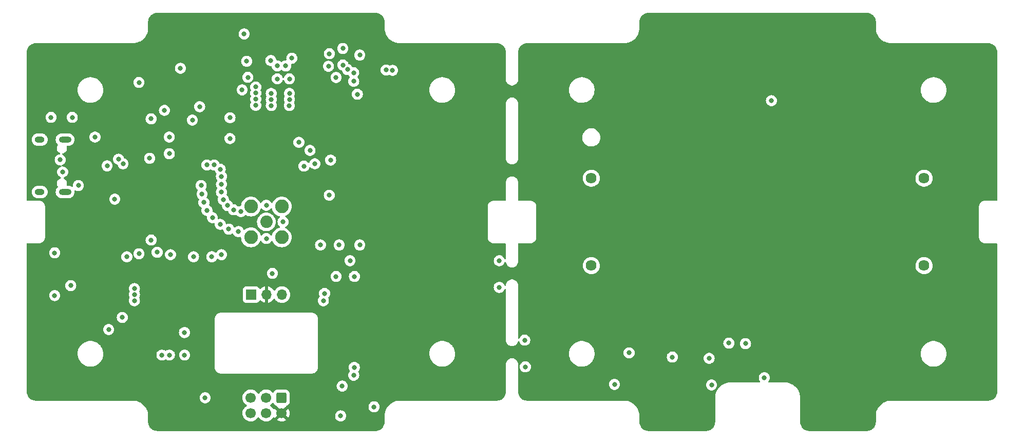
<source format=gbr>
%TF.GenerationSoftware,KiCad,Pcbnew,(5.99.0-12717-g57c7d663b0)*%
%TF.CreationDate,2021-10-15T20:59:05+02:00*%
%TF.ProjectId,Main_PCB,4d61696e-5f50-4434-922e-6b696361645f,rev?*%
%TF.SameCoordinates,Original*%
%TF.FileFunction,Copper,L2,Inr*%
%TF.FilePolarity,Positive*%
%FSLAX46Y46*%
G04 Gerber Fmt 4.6, Leading zero omitted, Abs format (unit mm)*
G04 Created by KiCad (PCBNEW (5.99.0-12717-g57c7d663b0)) date 2021-10-15 20:59:05*
%MOMM*%
%LPD*%
G01*
G04 APERTURE LIST*
G04 Aperture macros list*
%AMRoundRect*
0 Rectangle with rounded corners*
0 $1 Rounding radius*
0 $2 $3 $4 $5 $6 $7 $8 $9 X,Y pos of 4 corners*
0 Add a 4 corners polygon primitive as box body*
4,1,4,$2,$3,$4,$5,$6,$7,$8,$9,$2,$3,0*
0 Add four circle primitives for the rounded corners*
1,1,$1+$1,$2,$3*
1,1,$1+$1,$4,$5*
1,1,$1+$1,$6,$7*
1,1,$1+$1,$8,$9*
0 Add four rect primitives between the rounded corners*
20,1,$1+$1,$2,$3,$4,$5,0*
20,1,$1+$1,$4,$5,$6,$7,0*
20,1,$1+$1,$6,$7,$8,$9,0*
20,1,$1+$1,$8,$9,$2,$3,0*%
G04 Aperture macros list end*
%TA.AperFunction,ComponentPad*%
%ADD10C,1.785000*%
%TD*%
%TA.AperFunction,ComponentPad*%
%ADD11RoundRect,0.250000X-0.600000X0.600000X-0.600000X-0.600000X0.600000X-0.600000X0.600000X0.600000X0*%
%TD*%
%TA.AperFunction,ComponentPad*%
%ADD12C,1.700000*%
%TD*%
%TA.AperFunction,ComponentPad*%
%ADD13O,1.600000X1.000000*%
%TD*%
%TA.AperFunction,ComponentPad*%
%ADD14O,2.100000X1.000000*%
%TD*%
%TA.AperFunction,ComponentPad*%
%ADD15R,1.700000X1.700000*%
%TD*%
%TA.AperFunction,ComponentPad*%
%ADD16O,1.700000X1.700000*%
%TD*%
%TA.AperFunction,ComponentPad*%
%ADD17C,2.250000*%
%TD*%
%TA.AperFunction,ComponentPad*%
%ADD18C,2.050000*%
%TD*%
%TA.AperFunction,ViaPad*%
%ADD19C,0.800000*%
%TD*%
G04 APERTURE END LIST*
D10*
%TO.N,Net-(F1-Pad2)*%
%TO.C,U3*%
X162570000Y-90790000D03*
%TO.N,Net-(F2-Pad2)*%
X162570000Y-105210000D03*
%TO.N,GND*%
X217430000Y-105210000D03*
X217430000Y-90790000D03*
%TD*%
D11*
%TO.N,GND*%
%TO.C,J2*%
X111500000Y-127000000D03*
D12*
%TO.N,VCC*%
X111500000Y-129540000D03*
%TO.N,/IC2_MoistureSensor_SCL1*%
X108960000Y-127000000D03*
%TO.N,/IC2_MoistureSensor_SDA1*%
X108960000Y-129540000D03*
%TO.N,/IC2_MoistureSensor_SCL2*%
X106420000Y-127000000D03*
%TO.N,/IC2_MoistureSensor_SDA2*%
X106420000Y-129540000D03*
%TD*%
D13*
%TO.N,GND*%
%TO.C,J3*%
X71640000Y-93070000D03*
D14*
X75820000Y-93070000D03*
X75820000Y-84430000D03*
D13*
X71640000Y-84430000D03*
%TD*%
D15*
%TO.N,/usb3v3*%
%TO.C,J4*%
X106500000Y-110000000D03*
D16*
%TO.N,VCC*%
X109040000Y-110000000D03*
%TO.N,/battery*%
X111580000Y-110000000D03*
%TD*%
D17*
%TO.N,GND*%
%TO.C,J1*%
X111540000Y-100540000D03*
X106460000Y-95460000D03*
X111540000Y-95460000D03*
X106460000Y-100540000D03*
D18*
%TO.N,Net-(J1-Pad1)*%
X109000000Y-98000000D03*
%TD*%
D19*
%TO.N,GND*%
X147400000Y-104400000D03*
X147400000Y-108800000D03*
X110000000Y-106500000D03*
X120500000Y-107000000D03*
%TO.N,/IC2_MoistureSensor_SCL1*%
X110800000Y-72275500D03*
X123400000Y-73400000D03*
%TO.N,/IC2_MoistureSensor_SDA1*%
X112200000Y-72275500D03*
X123400000Y-74800000D03*
%TO.N,GND*%
X168800000Y-119600000D03*
X166400000Y-124800000D03*
%TO.N,/D1_TX*%
X116200000Y-86200000D03*
X119600000Y-87800000D03*
%TO.N,GND*%
X92200000Y-79600000D03*
%TO.N,/bat_voltage*%
X103009124Y-80809124D03*
X96800000Y-81202429D03*
%TO.N,Lora-Reset*%
X97000000Y-103750000D03*
X119374020Y-93600000D03*
%TO.N,/boot0*%
X124400000Y-70475500D03*
X121612299Y-69387701D03*
X129800000Y-73000000D03*
%TO.N,/Reset*%
X105944842Y-74144842D03*
%TO.N,/SPI_LORA_NSS*%
X105000000Y-76224500D03*
%TO.N,/SPI_LORA_MOSI*%
X109800000Y-76800000D03*
X112800000Y-76800497D03*
%TO.N,/SPI_LORA_MISO*%
X109800000Y-77800000D03*
X112800000Y-77800000D03*
%TO.N,/SPI_LORA_SCK*%
X109812299Y-78800000D03*
X112787452Y-78812051D03*
%TO.N,/IC2_MoistureSensor_SCL2*%
X121000000Y-101800000D03*
X117925020Y-101800000D03*
X124400000Y-101800000D03*
%TO.N,/IC2_MoistureSensor_SCL1*%
X122800000Y-104400000D03*
%TO.N,/IC2_MoistureSensor_SDA1*%
X123524500Y-107000000D03*
%TO.N,/LORA_DIO0*%
X101600000Y-103400000D03*
X118600000Y-109800000D03*
%TO.N,/LORA_DIO1*%
X93200000Y-103400000D03*
X118400000Y-111000000D03*
%TO.N,GND*%
X182400000Y-124900000D03*
X191100000Y-123700000D03*
X151600000Y-117500000D03*
X151700000Y-121900000D03*
%TO.N,/IC2_MoistureSensor_SDA1*%
X121500000Y-125075500D03*
X123500000Y-122000000D03*
%TO.N,/IC2_MoistureSensor_SCL1*%
X123400000Y-123300000D03*
%TO.N,/IC2_MoistureSensor_SCL2*%
X98900000Y-127000000D03*
%TO.N,GND*%
X104800000Y-96300000D03*
X103600000Y-96000000D03*
X102600000Y-95300000D03*
X101900000Y-94300000D03*
X101600000Y-93100000D03*
X101600000Y-91800000D03*
X101600000Y-90500000D03*
X101400000Y-89300000D03*
X100400000Y-88600000D03*
X99200000Y-88600000D03*
X104400000Y-99600000D03*
X102800000Y-99200000D03*
X101400000Y-98400000D03*
X100100000Y-97300000D03*
X99200000Y-96100000D03*
X98700000Y-94800000D03*
X98400000Y-93400000D03*
%TO.N,/IC2_MoistureSensor_SDA1*%
X117000000Y-88400000D03*
%TO.N,/IC2_MoistureSensor_SCL1*%
X115200000Y-88800000D03*
X110800000Y-74400000D03*
%TO.N,/IC2_MoistureSensor_SDA1*%
X112800000Y-74400000D03*
%TO.N,/Reset*%
X95500000Y-116250000D03*
%TO.N,/SWO*%
X109727141Y-71376460D03*
X87249854Y-108988276D03*
%TO.N,/SWCLK*%
X113200000Y-71000000D03*
X87262299Y-109987701D03*
%TO.N,/SWDIO*%
X119250000Y-72325499D03*
X87250000Y-111000000D03*
%TO.N,/LORA_DIO1*%
X89750000Y-87500000D03*
X107250000Y-75750000D03*
%TO.N,/SPI_LORA_MOSI*%
X90000000Y-101000000D03*
X107250000Y-76750497D03*
%TO.N,/SPI_LORA_MISO*%
X88000000Y-103250000D03*
X107250000Y-77750000D03*
%TO.N,/SPI_LORA_SCK*%
X91000000Y-103000000D03*
X107250000Y-78774599D03*
%TO.N,/LORA_DIO0*%
X84000000Y-94250000D03*
X120500000Y-74174501D03*
%TO.N,/boot0*%
X76750000Y-108500000D03*
X105332446Y-67000000D03*
%TO.N,/Reset*%
X83000000Y-115750000D03*
X88000000Y-75000000D03*
%TO.N,GND*%
X124000000Y-76950000D03*
X128750000Y-72950000D03*
X91770000Y-119970000D03*
X93020000Y-119970000D03*
X95520000Y-119970000D03*
X126750000Y-128500000D03*
%TO.N,USB-*%
X122371232Y-72871232D03*
%TO.N,USB+*%
X121628768Y-72128768D03*
%TO.N,USB-*%
X84628768Y-87653268D03*
%TO.N,USB+*%
X85371232Y-88395732D03*
%TO.N,/usb3v3*%
X93000000Y-84000000D03*
%TO.N,VCC*%
X117637500Y-70250000D03*
X111500000Y-91750000D03*
X101000000Y-69637500D03*
X93000000Y-88250000D03*
X125500000Y-130000000D03*
X90520000Y-119970000D03*
X126750000Y-78200000D03*
X107250000Y-84250000D03*
X79500000Y-113750000D03*
X79500000Y-104750000D03*
X116000000Y-83750000D03*
X99000000Y-109500000D03*
X192000000Y-118068750D03*
X99750000Y-79000000D03*
%TO.N,GND*%
X86000000Y-103750000D03*
X94831250Y-72668750D03*
X192275000Y-78000000D03*
X119387500Y-70250000D03*
X82750000Y-88750000D03*
X105750000Y-71500000D03*
X188000000Y-118068750D03*
X80750000Y-84000000D03*
X78000000Y-92000000D03*
X175934000Y-120296418D03*
X90000000Y-81000000D03*
X111750000Y-98000000D03*
X100000000Y-103750000D03*
X103000000Y-84250000D03*
X109000000Y-95250000D03*
X98250000Y-92000000D03*
X109000000Y-100750000D03*
X74100000Y-103100000D03*
X182000000Y-120500000D03*
X74100000Y-110150000D03*
X114366745Y-84867646D03*
X85250000Y-113750000D03*
X93000000Y-86750000D03*
X121250000Y-130000000D03*
X98000000Y-79000000D03*
%TO.N,Net-(J3-PadB5)*%
X75416609Y-89764620D03*
X73500000Y-80750000D03*
%TO.N,Net-(J3-PadA5)*%
X75010867Y-87760867D03*
X77000000Y-80750000D03*
%TO.N,/battery*%
X185250000Y-118000000D03*
%TD*%
%TA.AperFunction,Conductor*%
%TO.N,VCC*%
G36*
X126970056Y-63509500D02*
G01*
X126972284Y-63509847D01*
X126984859Y-63511805D01*
X126984861Y-63511805D01*
X126993730Y-63513186D01*
X127002632Y-63512022D01*
X127002634Y-63512022D01*
X127008959Y-63511195D01*
X127034282Y-63510452D01*
X127198126Y-63522170D01*
X127203343Y-63522543D01*
X127221137Y-63525101D01*
X127411540Y-63566521D01*
X127428788Y-63571586D01*
X127611358Y-63639682D01*
X127627710Y-63647149D01*
X127693020Y-63682810D01*
X127798734Y-63740534D01*
X127813848Y-63750248D01*
X127923516Y-63832344D01*
X127969842Y-63867023D01*
X127983428Y-63878796D01*
X128121204Y-64016572D01*
X128132977Y-64030158D01*
X128249752Y-64186152D01*
X128259469Y-64201271D01*
X128352851Y-64372290D01*
X128360318Y-64388642D01*
X128428414Y-64571212D01*
X128433480Y-64588462D01*
X128474899Y-64778863D01*
X128477457Y-64796658D01*
X128489041Y-64958629D01*
X128488297Y-64976533D01*
X128488195Y-64984858D01*
X128486814Y-64993730D01*
X128487978Y-65002632D01*
X128487978Y-65002635D01*
X128490936Y-65025251D01*
X128492000Y-65041589D01*
X128492000Y-65946793D01*
X128490254Y-65967697D01*
X128486929Y-65987461D01*
X128486776Y-66000000D01*
X128487466Y-66004815D01*
X128487627Y-66007290D01*
X128488195Y-66012885D01*
X128500259Y-66212334D01*
X128505735Y-66302858D01*
X128560427Y-66601301D01*
X128650693Y-66890975D01*
X128652255Y-66894445D01*
X128652257Y-66894451D01*
X128696806Y-66993435D01*
X128775217Y-67167656D01*
X128777186Y-67170913D01*
X128777188Y-67170917D01*
X128889783Y-67357171D01*
X128932184Y-67427311D01*
X128934525Y-67430299D01*
X128934527Y-67430302D01*
X128981345Y-67490060D01*
X129119304Y-67666152D01*
X129333848Y-67880696D01*
X129572689Y-68067816D01*
X129575943Y-68069783D01*
X129829083Y-68222812D01*
X129829087Y-68222814D01*
X129832344Y-68224783D01*
X129970684Y-68287045D01*
X130105549Y-68347743D01*
X130105555Y-68347745D01*
X130109025Y-68349307D01*
X130398699Y-68439573D01*
X130697142Y-68494265D01*
X130700933Y-68494494D01*
X130700939Y-68494495D01*
X130878995Y-68505264D01*
X130969213Y-68510721D01*
X130982517Y-68512239D01*
X130987461Y-68513071D01*
X130993938Y-68513150D01*
X130995141Y-68513165D01*
X130995145Y-68513165D01*
X131000000Y-68513224D01*
X131027588Y-68509273D01*
X131045451Y-68508000D01*
X146950672Y-68508000D01*
X146970056Y-68509500D01*
X146971637Y-68509746D01*
X146984859Y-68511805D01*
X146984861Y-68511805D01*
X146993730Y-68513186D01*
X147002632Y-68512022D01*
X147002634Y-68512022D01*
X147008959Y-68511195D01*
X147034282Y-68510452D01*
X147190046Y-68521592D01*
X147203343Y-68522543D01*
X147221137Y-68525101D01*
X147411540Y-68566521D01*
X147428788Y-68571586D01*
X147611358Y-68639682D01*
X147627710Y-68647149D01*
X147693020Y-68682810D01*
X147798734Y-68740534D01*
X147813848Y-68750248D01*
X147923516Y-68832344D01*
X147969842Y-68867023D01*
X147983428Y-68878796D01*
X148121204Y-69016572D01*
X148132977Y-69030158D01*
X148249752Y-69186152D01*
X148259466Y-69201266D01*
X148317190Y-69306980D01*
X148352851Y-69372290D01*
X148360318Y-69388642D01*
X148428414Y-69571212D01*
X148433479Y-69588460D01*
X148469051Y-69751978D01*
X148474899Y-69778863D01*
X148477457Y-69796657D01*
X148486962Y-69929553D01*
X148489041Y-69958629D01*
X148488297Y-69976533D01*
X148488195Y-69984858D01*
X148486814Y-69993730D01*
X148487978Y-70002632D01*
X148487978Y-70002635D01*
X148490936Y-70025251D01*
X148492000Y-70041589D01*
X148492000Y-74450672D01*
X148490500Y-74470056D01*
X148486814Y-74493730D01*
X148487799Y-74501262D01*
X148487973Y-74503137D01*
X148487972Y-74503200D01*
X148488012Y-74503562D01*
X148504919Y-74686013D01*
X148506513Y-74691614D01*
X148506513Y-74691616D01*
X148523992Y-74753049D01*
X148556042Y-74865691D01*
X148639310Y-75032917D01*
X148751888Y-75181994D01*
X148889942Y-75307847D01*
X148894890Y-75310910D01*
X148894893Y-75310913D01*
X148905325Y-75317372D01*
X149048771Y-75406190D01*
X149222966Y-75473673D01*
X149228684Y-75474742D01*
X149228688Y-75474743D01*
X149400870Y-75506930D01*
X149400872Y-75506930D01*
X149406595Y-75508000D01*
X149593405Y-75508000D01*
X149599128Y-75506930D01*
X149599130Y-75506930D01*
X149771312Y-75474743D01*
X149771316Y-75474742D01*
X149777034Y-75473673D01*
X149951229Y-75406190D01*
X150094675Y-75317372D01*
X150105107Y-75310913D01*
X150105110Y-75310910D01*
X150110058Y-75307847D01*
X150248112Y-75181994D01*
X150360690Y-75032917D01*
X150443958Y-74865691D01*
X150476008Y-74753049D01*
X150493487Y-74691616D01*
X150493487Y-74691614D01*
X150495081Y-74686013D01*
X150508378Y-74542515D01*
X150509581Y-74533283D01*
X150513071Y-74512539D01*
X150513224Y-74500000D01*
X150509273Y-74472412D01*
X150508000Y-74454549D01*
X150508000Y-70049328D01*
X150509500Y-70029943D01*
X150511805Y-70015141D01*
X150511805Y-70015139D01*
X150513186Y-70006270D01*
X150512022Y-69997366D01*
X150511195Y-69991041D01*
X150510452Y-69965713D01*
X150511986Y-69944274D01*
X150522543Y-69796657D01*
X150525101Y-69778863D01*
X150530949Y-69751978D01*
X150566521Y-69588460D01*
X150571586Y-69571212D01*
X150639682Y-69388642D01*
X150647149Y-69372290D01*
X150682810Y-69306980D01*
X150740534Y-69201266D01*
X150750248Y-69186152D01*
X150867023Y-69030158D01*
X150878796Y-69016572D01*
X151016572Y-68878796D01*
X151030158Y-68867023D01*
X151076484Y-68832344D01*
X151186152Y-68750248D01*
X151201266Y-68740534D01*
X151306980Y-68682810D01*
X151372290Y-68647149D01*
X151388642Y-68639682D01*
X151571212Y-68571586D01*
X151588460Y-68566521D01*
X151778863Y-68525101D01*
X151796658Y-68522543D01*
X151847498Y-68518907D01*
X151958631Y-68510959D01*
X151976533Y-68511703D01*
X151984858Y-68511805D01*
X151993730Y-68513186D01*
X152002632Y-68512022D01*
X152002635Y-68512022D01*
X152025251Y-68509064D01*
X152041589Y-68508000D01*
X167946793Y-68508000D01*
X167967697Y-68509746D01*
X167987461Y-68513071D01*
X167993789Y-68513148D01*
X167995141Y-68513165D01*
X167995145Y-68513165D01*
X168000000Y-68513224D01*
X168004815Y-68512534D01*
X168007290Y-68512373D01*
X168012885Y-68511805D01*
X168299062Y-68494495D01*
X168299068Y-68494494D01*
X168302858Y-68494265D01*
X168601301Y-68439573D01*
X168890975Y-68349307D01*
X168894445Y-68347745D01*
X168894451Y-68347743D01*
X169029316Y-68287045D01*
X169167656Y-68224783D01*
X169170913Y-68222814D01*
X169170917Y-68222812D01*
X169424057Y-68069783D01*
X169427311Y-68067816D01*
X169666152Y-67880696D01*
X169880696Y-67666152D01*
X170018655Y-67490060D01*
X170065473Y-67430302D01*
X170065475Y-67430299D01*
X170067816Y-67427311D01*
X170110217Y-67357171D01*
X170222812Y-67170917D01*
X170222814Y-67170913D01*
X170224783Y-67167656D01*
X170303194Y-66993435D01*
X170347743Y-66894451D01*
X170347745Y-66894445D01*
X170349307Y-66890975D01*
X170439573Y-66601301D01*
X170494265Y-66302858D01*
X170499715Y-66212763D01*
X170510721Y-66030790D01*
X170512239Y-66017483D01*
X170512263Y-66017340D01*
X170513071Y-66012539D01*
X170513224Y-66000000D01*
X170509273Y-65972412D01*
X170508000Y-65954549D01*
X170508000Y-65049328D01*
X170509500Y-65029943D01*
X170511805Y-65015141D01*
X170511805Y-65015139D01*
X170513186Y-65006270D01*
X170512022Y-64997366D01*
X170511195Y-64991041D01*
X170510452Y-64965713D01*
X170522543Y-64796657D01*
X170525101Y-64778863D01*
X170566520Y-64588462D01*
X170571586Y-64571212D01*
X170639682Y-64388642D01*
X170647149Y-64372290D01*
X170740531Y-64201271D01*
X170750248Y-64186152D01*
X170867023Y-64030158D01*
X170878796Y-64016572D01*
X171016572Y-63878796D01*
X171030158Y-63867023D01*
X171076484Y-63832344D01*
X171186152Y-63750248D01*
X171201266Y-63740534D01*
X171306980Y-63682810D01*
X171372290Y-63647149D01*
X171388642Y-63639682D01*
X171571212Y-63571586D01*
X171588460Y-63566521D01*
X171778863Y-63525101D01*
X171796658Y-63522543D01*
X171845557Y-63519046D01*
X171958631Y-63510959D01*
X171976533Y-63511703D01*
X171984858Y-63511805D01*
X171993730Y-63513186D01*
X172002632Y-63512022D01*
X172002635Y-63512022D01*
X172025251Y-63509064D01*
X172041589Y-63508000D01*
X207950672Y-63508000D01*
X207970056Y-63509500D01*
X207972284Y-63509847D01*
X207984859Y-63511805D01*
X207984861Y-63511805D01*
X207993730Y-63513186D01*
X208002632Y-63512022D01*
X208002634Y-63512022D01*
X208008959Y-63511195D01*
X208034282Y-63510452D01*
X208198126Y-63522170D01*
X208203343Y-63522543D01*
X208221137Y-63525101D01*
X208411540Y-63566521D01*
X208428788Y-63571586D01*
X208611358Y-63639682D01*
X208627710Y-63647149D01*
X208693020Y-63682810D01*
X208798734Y-63740534D01*
X208813848Y-63750248D01*
X208923516Y-63832344D01*
X208969842Y-63867023D01*
X208983428Y-63878796D01*
X209121204Y-64016572D01*
X209132977Y-64030158D01*
X209249752Y-64186152D01*
X209259469Y-64201271D01*
X209352851Y-64372290D01*
X209360318Y-64388642D01*
X209428414Y-64571212D01*
X209433480Y-64588462D01*
X209474899Y-64778863D01*
X209477457Y-64796658D01*
X209489041Y-64958629D01*
X209488297Y-64976533D01*
X209488195Y-64984858D01*
X209486814Y-64993730D01*
X209487978Y-65002632D01*
X209487978Y-65002635D01*
X209490936Y-65025251D01*
X209492000Y-65041589D01*
X209492000Y-65946793D01*
X209490254Y-65967697D01*
X209486929Y-65987461D01*
X209486776Y-66000000D01*
X209487466Y-66004815D01*
X209487627Y-66007290D01*
X209488195Y-66012885D01*
X209500259Y-66212334D01*
X209505735Y-66302858D01*
X209560427Y-66601301D01*
X209650693Y-66890975D01*
X209652255Y-66894445D01*
X209652257Y-66894451D01*
X209696806Y-66993435D01*
X209775217Y-67167656D01*
X209777186Y-67170913D01*
X209777188Y-67170917D01*
X209889783Y-67357171D01*
X209932184Y-67427311D01*
X209934525Y-67430299D01*
X209934527Y-67430302D01*
X209981345Y-67490060D01*
X210119304Y-67666152D01*
X210333848Y-67880696D01*
X210572689Y-68067816D01*
X210575943Y-68069783D01*
X210829083Y-68222812D01*
X210829087Y-68222814D01*
X210832344Y-68224783D01*
X210970684Y-68287045D01*
X211105549Y-68347743D01*
X211105555Y-68347745D01*
X211109025Y-68349307D01*
X211398699Y-68439573D01*
X211697142Y-68494265D01*
X211700933Y-68494494D01*
X211700939Y-68494495D01*
X211878995Y-68505264D01*
X211969213Y-68510721D01*
X211982517Y-68512239D01*
X211987461Y-68513071D01*
X211993938Y-68513150D01*
X211995141Y-68513165D01*
X211995145Y-68513165D01*
X212000000Y-68513224D01*
X212027588Y-68509273D01*
X212045451Y-68508000D01*
X227950672Y-68508000D01*
X227970056Y-68509500D01*
X227971637Y-68509746D01*
X227984859Y-68511805D01*
X227984861Y-68511805D01*
X227993730Y-68513186D01*
X228002632Y-68512022D01*
X228002634Y-68512022D01*
X228008959Y-68511195D01*
X228034282Y-68510452D01*
X228190046Y-68521592D01*
X228203343Y-68522543D01*
X228221137Y-68525101D01*
X228411540Y-68566521D01*
X228428788Y-68571586D01*
X228611358Y-68639682D01*
X228627710Y-68647149D01*
X228693020Y-68682810D01*
X228798734Y-68740534D01*
X228813848Y-68750248D01*
X228923516Y-68832344D01*
X228969842Y-68867023D01*
X228983428Y-68878796D01*
X229121204Y-69016572D01*
X229132977Y-69030158D01*
X229249752Y-69186152D01*
X229259466Y-69201266D01*
X229317190Y-69306980D01*
X229352851Y-69372290D01*
X229360318Y-69388642D01*
X229428414Y-69571212D01*
X229433479Y-69588460D01*
X229469051Y-69751978D01*
X229474899Y-69778863D01*
X229477457Y-69796657D01*
X229486962Y-69929553D01*
X229489041Y-69958629D01*
X229488297Y-69976533D01*
X229488195Y-69984858D01*
X229486814Y-69993730D01*
X229487978Y-70002632D01*
X229487978Y-70002635D01*
X229490936Y-70025251D01*
X229492000Y-70041589D01*
X229492000Y-94366000D01*
X229471998Y-94434121D01*
X229418342Y-94480614D01*
X229366000Y-94492000D01*
X227553206Y-94492000D01*
X227532302Y-94490254D01*
X227526435Y-94489267D01*
X227512538Y-94486929D01*
X227506180Y-94486851D01*
X227504857Y-94486835D01*
X227504853Y-94486835D01*
X227499999Y-94486776D01*
X227495192Y-94487465D01*
X227495185Y-94487465D01*
X227478780Y-94489815D01*
X227471898Y-94490609D01*
X227443210Y-94493119D01*
X227324293Y-94503523D01*
X227318979Y-94504947D01*
X227318978Y-94504947D01*
X227159237Y-94547749D01*
X227159235Y-94547750D01*
X227153927Y-94549172D01*
X227148947Y-94551494D01*
X227148945Y-94551495D01*
X226999056Y-94621390D01*
X226999053Y-94621392D01*
X226994075Y-94623713D01*
X226849596Y-94724878D01*
X226724878Y-94849596D01*
X226623713Y-94994075D01*
X226621392Y-94999053D01*
X226621390Y-94999056D01*
X226551495Y-95148945D01*
X226549172Y-95153927D01*
X226547750Y-95159235D01*
X226547749Y-95159237D01*
X226512284Y-95291597D01*
X226503523Y-95324293D01*
X226503044Y-95329773D01*
X226503042Y-95329785D01*
X226492194Y-95453768D01*
X226490928Y-95463691D01*
X226486929Y-95487460D01*
X226486776Y-95499999D01*
X226488565Y-95512491D01*
X226490727Y-95527587D01*
X226492000Y-95545450D01*
X226492000Y-100446794D01*
X226490254Y-100467698D01*
X226486929Y-100487462D01*
X226486776Y-100500001D01*
X226487465Y-100504808D01*
X226487465Y-100504815D01*
X226489815Y-100521220D01*
X226490609Y-100528102D01*
X226493406Y-100560072D01*
X226503523Y-100675707D01*
X226504947Y-100681021D01*
X226504947Y-100681022D01*
X226539526Y-100810072D01*
X226549172Y-100846073D01*
X226551494Y-100851053D01*
X226551495Y-100851055D01*
X226617889Y-100993435D01*
X226623713Y-101005925D01*
X226724878Y-101150404D01*
X226849596Y-101275122D01*
X226994075Y-101376287D01*
X226999053Y-101378608D01*
X226999056Y-101378610D01*
X227119403Y-101434729D01*
X227153927Y-101450828D01*
X227159235Y-101452250D01*
X227159237Y-101452251D01*
X227318978Y-101495053D01*
X227318979Y-101495053D01*
X227324293Y-101496477D01*
X227329779Y-101496957D01*
X227329785Y-101496958D01*
X227453768Y-101507806D01*
X227463691Y-101509072D01*
X227482667Y-101512265D01*
X227482672Y-101512265D01*
X227487460Y-101513071D01*
X227493759Y-101513148D01*
X227495140Y-101513165D01*
X227495144Y-101513165D01*
X227499999Y-101513224D01*
X227527587Y-101509273D01*
X227545450Y-101508000D01*
X229366000Y-101508000D01*
X229434121Y-101528002D01*
X229480614Y-101581658D01*
X229492000Y-101634000D01*
X229492000Y-125950672D01*
X229490500Y-125970057D01*
X229488543Y-125982628D01*
X229486814Y-125993730D01*
X229487978Y-126002632D01*
X229487978Y-126002634D01*
X229488805Y-126008959D01*
X229489548Y-126034282D01*
X229478171Y-126193364D01*
X229477457Y-126203343D01*
X229474899Y-126221137D01*
X229433480Y-126411538D01*
X229428414Y-126428788D01*
X229360318Y-126611358D01*
X229352851Y-126627710D01*
X229317190Y-126693020D01*
X229265510Y-126787666D01*
X229259469Y-126798729D01*
X229249752Y-126813848D01*
X229247666Y-126816635D01*
X229132977Y-126969842D01*
X229121204Y-126983428D01*
X228983428Y-127121204D01*
X228969841Y-127132977D01*
X228813848Y-127249752D01*
X228798734Y-127259466D01*
X228693020Y-127317190D01*
X228627710Y-127352851D01*
X228611358Y-127360318D01*
X228428788Y-127428414D01*
X228411540Y-127433479D01*
X228248022Y-127469051D01*
X228221137Y-127474899D01*
X228203342Y-127477457D01*
X228154443Y-127480954D01*
X228041369Y-127489041D01*
X228023467Y-127488297D01*
X228015142Y-127488195D01*
X228006270Y-127486814D01*
X227997368Y-127487978D01*
X227997365Y-127487978D01*
X227974749Y-127490936D01*
X227958411Y-127492000D01*
X212053207Y-127492000D01*
X212032303Y-127490254D01*
X212026507Y-127489279D01*
X212012539Y-127486929D01*
X212006211Y-127486852D01*
X212004859Y-127486835D01*
X212004855Y-127486835D01*
X212000000Y-127486776D01*
X211995185Y-127487466D01*
X211992710Y-127487627D01*
X211987115Y-127488195D01*
X211700938Y-127505505D01*
X211700932Y-127505506D01*
X211697142Y-127505735D01*
X211398699Y-127560427D01*
X211109025Y-127650693D01*
X211105555Y-127652255D01*
X211105549Y-127652257D01*
X211054697Y-127675144D01*
X210832344Y-127775217D01*
X210829087Y-127777186D01*
X210829083Y-127777188D01*
X210653240Y-127883489D01*
X210572689Y-127932184D01*
X210333848Y-128119304D01*
X210119304Y-128333848D01*
X210046010Y-128427401D01*
X209980416Y-128511126D01*
X209932184Y-128572689D01*
X209930217Y-128575943D01*
X209801384Y-128789059D01*
X209775217Y-128832344D01*
X209748012Y-128892792D01*
X209654439Y-129100702D01*
X209650693Y-129109025D01*
X209560427Y-129398699D01*
X209505735Y-129697142D01*
X209505506Y-129700933D01*
X209505505Y-129700939D01*
X209499284Y-129803794D01*
X209493191Y-129904539D01*
X209489279Y-129969210D01*
X209487761Y-129982517D01*
X209486929Y-129987461D01*
X209486776Y-130000000D01*
X209487876Y-130007678D01*
X209490727Y-130027588D01*
X209492000Y-130045451D01*
X209492000Y-130950672D01*
X209490500Y-130970056D01*
X209486814Y-130993730D01*
X209487978Y-131002632D01*
X209487978Y-131002634D01*
X209488805Y-131008959D01*
X209489548Y-131034287D01*
X209477457Y-131203343D01*
X209474899Y-131221137D01*
X209433480Y-131411538D01*
X209428414Y-131428788D01*
X209360318Y-131611358D01*
X209352851Y-131627710D01*
X209259469Y-131798729D01*
X209249752Y-131813848D01*
X209192016Y-131890975D01*
X209132977Y-131969842D01*
X209121204Y-131983428D01*
X208983428Y-132121204D01*
X208969841Y-132132977D01*
X208813848Y-132249752D01*
X208798734Y-132259466D01*
X208693020Y-132317190D01*
X208627710Y-132352851D01*
X208611358Y-132360318D01*
X208428788Y-132428414D01*
X208411540Y-132433479D01*
X208248022Y-132469051D01*
X208221137Y-132474899D01*
X208203342Y-132477457D01*
X208154443Y-132480954D01*
X208041369Y-132489041D01*
X208023467Y-132488297D01*
X208015142Y-132488195D01*
X208006270Y-132486814D01*
X207997368Y-132487978D01*
X207997365Y-132487978D01*
X207974749Y-132490936D01*
X207958411Y-132492000D01*
X198549328Y-132492000D01*
X198529943Y-132490500D01*
X198529661Y-132490456D01*
X198527117Y-132490060D01*
X198515141Y-132488195D01*
X198515139Y-132488195D01*
X198506270Y-132486814D01*
X198497368Y-132487978D01*
X198497366Y-132487978D01*
X198491041Y-132488805D01*
X198465718Y-132489548D01*
X198296657Y-132477457D01*
X198278863Y-132474899D01*
X198251978Y-132469051D01*
X198088460Y-132433479D01*
X198071212Y-132428414D01*
X197888642Y-132360318D01*
X197872290Y-132352851D01*
X197806980Y-132317190D01*
X197701266Y-132259466D01*
X197686152Y-132249752D01*
X197530159Y-132132977D01*
X197516572Y-132121204D01*
X197378796Y-131983428D01*
X197367023Y-131969842D01*
X197307984Y-131890975D01*
X197250248Y-131813848D01*
X197240531Y-131798729D01*
X197147149Y-131627710D01*
X197139682Y-131611358D01*
X197071586Y-131428788D01*
X197066520Y-131411538D01*
X197025101Y-131221137D01*
X197022543Y-131203342D01*
X197010959Y-131041371D01*
X197011703Y-131023467D01*
X197011805Y-131015142D01*
X197013186Y-131006270D01*
X197011547Y-130993730D01*
X197009064Y-130974749D01*
X197008000Y-130958411D01*
X197008000Y-127053207D01*
X197009746Y-127032303D01*
X197012264Y-127017335D01*
X197013071Y-127012539D01*
X197013224Y-127000000D01*
X197012534Y-126995185D01*
X197012373Y-126992710D01*
X197011805Y-126987115D01*
X196994495Y-126700938D01*
X196994494Y-126700932D01*
X196994265Y-126697142D01*
X196939573Y-126398699D01*
X196884243Y-126221137D01*
X196850440Y-126112661D01*
X196849307Y-126109025D01*
X196842038Y-126092872D01*
X196770052Y-125932928D01*
X196724783Y-125832344D01*
X196709540Y-125807128D01*
X196578957Y-125591118D01*
X196567816Y-125572689D01*
X196380696Y-125333848D01*
X196166152Y-125119304D01*
X195927311Y-124932184D01*
X195719512Y-124806565D01*
X195670917Y-124777188D01*
X195670913Y-124777186D01*
X195667656Y-124775217D01*
X195496578Y-124698221D01*
X195394451Y-124652257D01*
X195394445Y-124652255D01*
X195390975Y-124650693D01*
X195101301Y-124560427D01*
X194802858Y-124505735D01*
X194799067Y-124505506D01*
X194799061Y-124505505D01*
X194621005Y-124494736D01*
X194530787Y-124489279D01*
X194517483Y-124487761D01*
X194517340Y-124487737D01*
X194517341Y-124487737D01*
X194512539Y-124486929D01*
X194506062Y-124486850D01*
X194504859Y-124486835D01*
X194504855Y-124486835D01*
X194500000Y-124486776D01*
X194475715Y-124490254D01*
X194472412Y-124490727D01*
X194454549Y-124492000D01*
X191892387Y-124492000D01*
X191824266Y-124471998D01*
X191777773Y-124418342D01*
X191767669Y-124348068D01*
X191798749Y-124281691D01*
X191839040Y-124236944D01*
X191934527Y-124071556D01*
X191993542Y-123889928D01*
X192013504Y-123700000D01*
X191993542Y-123510072D01*
X191934527Y-123328444D01*
X191839040Y-123163056D01*
X191797243Y-123116635D01*
X191715675Y-123026045D01*
X191715674Y-123026044D01*
X191711253Y-123021134D01*
X191556752Y-122908882D01*
X191550724Y-122906198D01*
X191550722Y-122906197D01*
X191388319Y-122833891D01*
X191388318Y-122833891D01*
X191382288Y-122831206D01*
X191288887Y-122811353D01*
X191201944Y-122792872D01*
X191201939Y-122792872D01*
X191195487Y-122791500D01*
X191004513Y-122791500D01*
X190998061Y-122792872D01*
X190998056Y-122792872D01*
X190911113Y-122811353D01*
X190817712Y-122831206D01*
X190811682Y-122833891D01*
X190811681Y-122833891D01*
X190649278Y-122906197D01*
X190649276Y-122906198D01*
X190643248Y-122908882D01*
X190488747Y-123021134D01*
X190484326Y-123026044D01*
X190484325Y-123026045D01*
X190402758Y-123116635D01*
X190360960Y-123163056D01*
X190265473Y-123328444D01*
X190206458Y-123510072D01*
X190186496Y-123700000D01*
X190206458Y-123889928D01*
X190265473Y-124071556D01*
X190360960Y-124236944D01*
X190401251Y-124281691D01*
X190431967Y-124345698D01*
X190423202Y-124416151D01*
X190377739Y-124470682D01*
X190307613Y-124492000D01*
X185553207Y-124492000D01*
X185532303Y-124490254D01*
X185524100Y-124488874D01*
X185512539Y-124486929D01*
X185506211Y-124486852D01*
X185504859Y-124486835D01*
X185504855Y-124486835D01*
X185500000Y-124486776D01*
X185495185Y-124487466D01*
X185492710Y-124487627D01*
X185487115Y-124488195D01*
X185200938Y-124505505D01*
X185200932Y-124505506D01*
X185197142Y-124505735D01*
X184898699Y-124560427D01*
X184609025Y-124650693D01*
X184605555Y-124652255D01*
X184605549Y-124652257D01*
X184503422Y-124698221D01*
X184332344Y-124775217D01*
X184329087Y-124777186D01*
X184329083Y-124777188D01*
X184280488Y-124806565D01*
X184072689Y-124932184D01*
X183833848Y-125119304D01*
X183619304Y-125333848D01*
X183432184Y-125572689D01*
X183421043Y-125591118D01*
X183290461Y-125807128D01*
X183275217Y-125832344D01*
X183229948Y-125932928D01*
X183157963Y-126092872D01*
X183150693Y-126109025D01*
X183149560Y-126112661D01*
X183115758Y-126221137D01*
X183060427Y-126398699D01*
X183005735Y-126697142D01*
X183005506Y-126700933D01*
X183005505Y-126700939D01*
X182999590Y-126798729D01*
X182989742Y-126961562D01*
X182989279Y-126969210D01*
X182987761Y-126982517D01*
X182986929Y-126987461D01*
X182986776Y-127000000D01*
X182987876Y-127007678D01*
X182990727Y-127027588D01*
X182992000Y-127045451D01*
X182992000Y-130950672D01*
X182990500Y-130970056D01*
X182986814Y-130993730D01*
X182987978Y-131002632D01*
X182987978Y-131002634D01*
X182988805Y-131008959D01*
X182989548Y-131034287D01*
X182977457Y-131203343D01*
X182974899Y-131221137D01*
X182933480Y-131411538D01*
X182928414Y-131428788D01*
X182860318Y-131611358D01*
X182852851Y-131627710D01*
X182759469Y-131798729D01*
X182749752Y-131813848D01*
X182692016Y-131890975D01*
X182632977Y-131969842D01*
X182621204Y-131983428D01*
X182483428Y-132121204D01*
X182469841Y-132132977D01*
X182313848Y-132249752D01*
X182298734Y-132259466D01*
X182193020Y-132317190D01*
X182127710Y-132352851D01*
X182111358Y-132360318D01*
X181928788Y-132428414D01*
X181911540Y-132433479D01*
X181748022Y-132469051D01*
X181721137Y-132474899D01*
X181703342Y-132477457D01*
X181654443Y-132480954D01*
X181541369Y-132489041D01*
X181523467Y-132488297D01*
X181515142Y-132488195D01*
X181506270Y-132486814D01*
X181497368Y-132487978D01*
X181497365Y-132487978D01*
X181474749Y-132490936D01*
X181458411Y-132492000D01*
X172049328Y-132492000D01*
X172029943Y-132490500D01*
X172029661Y-132490456D01*
X172027117Y-132490060D01*
X172015141Y-132488195D01*
X172015139Y-132488195D01*
X172006270Y-132486814D01*
X171997368Y-132487978D01*
X171997366Y-132487978D01*
X171991041Y-132488805D01*
X171965718Y-132489548D01*
X171796657Y-132477457D01*
X171778863Y-132474899D01*
X171751978Y-132469051D01*
X171588460Y-132433479D01*
X171571212Y-132428414D01*
X171388642Y-132360318D01*
X171372290Y-132352851D01*
X171306980Y-132317190D01*
X171201266Y-132259466D01*
X171186152Y-132249752D01*
X171030159Y-132132977D01*
X171016572Y-132121204D01*
X170878796Y-131983428D01*
X170867023Y-131969842D01*
X170807984Y-131890975D01*
X170750248Y-131813848D01*
X170740531Y-131798729D01*
X170647149Y-131627710D01*
X170639682Y-131611358D01*
X170571586Y-131428788D01*
X170566520Y-131411538D01*
X170525101Y-131221137D01*
X170522543Y-131203342D01*
X170510959Y-131041371D01*
X170511703Y-131023467D01*
X170511805Y-131015142D01*
X170513186Y-131006270D01*
X170511547Y-130993730D01*
X170509064Y-130974749D01*
X170508000Y-130958411D01*
X170508000Y-130053207D01*
X170509746Y-130032303D01*
X170512264Y-130017335D01*
X170513071Y-130012539D01*
X170513224Y-130000000D01*
X170512534Y-129995185D01*
X170512373Y-129992710D01*
X170511805Y-129987115D01*
X170494495Y-129700938D01*
X170494494Y-129700932D01*
X170494265Y-129697142D01*
X170439573Y-129398699D01*
X170349307Y-129109025D01*
X170345562Y-129100702D01*
X170251988Y-128892792D01*
X170224783Y-128832344D01*
X170198617Y-128789059D01*
X170069783Y-128575943D01*
X170067816Y-128572689D01*
X170019585Y-128511126D01*
X169953990Y-128427401D01*
X169880696Y-128333848D01*
X169666152Y-128119304D01*
X169427311Y-127932184D01*
X169346760Y-127883489D01*
X169170917Y-127777188D01*
X169170913Y-127777186D01*
X169167656Y-127775217D01*
X168945303Y-127675144D01*
X168894451Y-127652257D01*
X168894445Y-127652255D01*
X168890975Y-127650693D01*
X168601301Y-127560427D01*
X168302858Y-127505735D01*
X168299067Y-127505506D01*
X168299061Y-127505505D01*
X168121005Y-127494736D01*
X168030787Y-127489279D01*
X168017483Y-127487761D01*
X168017340Y-127487737D01*
X168017341Y-127487737D01*
X168012539Y-127486929D01*
X168006062Y-127486850D01*
X168004859Y-127486835D01*
X168004855Y-127486835D01*
X168000000Y-127486776D01*
X167973997Y-127490500D01*
X167972412Y-127490727D01*
X167954549Y-127492000D01*
X152049328Y-127492000D01*
X152029943Y-127490500D01*
X152029661Y-127490456D01*
X152027117Y-127490060D01*
X152015141Y-127488195D01*
X152015139Y-127488195D01*
X152006270Y-127486814D01*
X151997368Y-127487978D01*
X151997366Y-127487978D01*
X151991041Y-127488805D01*
X151965718Y-127489548D01*
X151796657Y-127477457D01*
X151778863Y-127474899D01*
X151751978Y-127469051D01*
X151588460Y-127433479D01*
X151571212Y-127428414D01*
X151388642Y-127360318D01*
X151372290Y-127352851D01*
X151306980Y-127317190D01*
X151201266Y-127259466D01*
X151186152Y-127249752D01*
X151030159Y-127132977D01*
X151016572Y-127121204D01*
X150878796Y-126983428D01*
X150867023Y-126969842D01*
X150752334Y-126816635D01*
X150750248Y-126813848D01*
X150740531Y-126798729D01*
X150734491Y-126787666D01*
X150682810Y-126693020D01*
X150647149Y-126627710D01*
X150639682Y-126611358D01*
X150571586Y-126428788D01*
X150566520Y-126411538D01*
X150525101Y-126221137D01*
X150522543Y-126203342D01*
X150518066Y-126140749D01*
X150510959Y-126041369D01*
X150511703Y-126023467D01*
X150511805Y-126015142D01*
X150513186Y-126006270D01*
X150511547Y-125993730D01*
X150509064Y-125974749D01*
X150508000Y-125958411D01*
X150508000Y-124800000D01*
X165486496Y-124800000D01*
X165506458Y-124989928D01*
X165565473Y-125171556D01*
X165660960Y-125336944D01*
X165788747Y-125478866D01*
X165849748Y-125523186D01*
X165926385Y-125578866D01*
X165943248Y-125591118D01*
X165949276Y-125593802D01*
X165949278Y-125593803D01*
X166085955Y-125654655D01*
X166117712Y-125668794D01*
X166180166Y-125682069D01*
X166298056Y-125707128D01*
X166298061Y-125707128D01*
X166304513Y-125708500D01*
X166495487Y-125708500D01*
X166501939Y-125707128D01*
X166501944Y-125707128D01*
X166619834Y-125682069D01*
X166682288Y-125668794D01*
X166714045Y-125654655D01*
X166850722Y-125593803D01*
X166850724Y-125593802D01*
X166856752Y-125591118D01*
X166873616Y-125578866D01*
X166950252Y-125523186D01*
X167011253Y-125478866D01*
X167139040Y-125336944D01*
X167234527Y-125171556D01*
X167293542Y-124989928D01*
X167302994Y-124900000D01*
X181486496Y-124900000D01*
X181487186Y-124906565D01*
X181505632Y-125082065D01*
X181506458Y-125089928D01*
X181565473Y-125271556D01*
X181660960Y-125436944D01*
X181665378Y-125441851D01*
X181665379Y-125441852D01*
X181779356Y-125568436D01*
X181788747Y-125578866D01*
X181943248Y-125691118D01*
X181949276Y-125693802D01*
X181949278Y-125693803D01*
X182085306Y-125754366D01*
X182117712Y-125768794D01*
X182211112Y-125788647D01*
X182298056Y-125807128D01*
X182298061Y-125807128D01*
X182304513Y-125808500D01*
X182495487Y-125808500D01*
X182501939Y-125807128D01*
X182501944Y-125807128D01*
X182588888Y-125788647D01*
X182682288Y-125768794D01*
X182714694Y-125754366D01*
X182850722Y-125693803D01*
X182850724Y-125693802D01*
X182856752Y-125691118D01*
X183011253Y-125578866D01*
X183020644Y-125568436D01*
X183134621Y-125441852D01*
X183134622Y-125441851D01*
X183139040Y-125436944D01*
X183234527Y-125271556D01*
X183293542Y-125089928D01*
X183294369Y-125082065D01*
X183312814Y-124906565D01*
X183313504Y-124900000D01*
X183293542Y-124710072D01*
X183234527Y-124528444D01*
X183139040Y-124363056D01*
X183011253Y-124221134D01*
X182880375Y-124126045D01*
X182862094Y-124112763D01*
X182862093Y-124112762D01*
X182856752Y-124108882D01*
X182850724Y-124106198D01*
X182850722Y-124106197D01*
X182688319Y-124033891D01*
X182688318Y-124033891D01*
X182682288Y-124031206D01*
X182588887Y-124011353D01*
X182501944Y-123992872D01*
X182501939Y-123992872D01*
X182495487Y-123991500D01*
X182304513Y-123991500D01*
X182298061Y-123992872D01*
X182298056Y-123992872D01*
X182211113Y-124011353D01*
X182117712Y-124031206D01*
X182111682Y-124033891D01*
X182111681Y-124033891D01*
X181949278Y-124106197D01*
X181949276Y-124106198D01*
X181943248Y-124108882D01*
X181937907Y-124112762D01*
X181937906Y-124112763D01*
X181919625Y-124126045D01*
X181788747Y-124221134D01*
X181660960Y-124363056D01*
X181565473Y-124528444D01*
X181506458Y-124710072D01*
X181486496Y-124900000D01*
X167302994Y-124900000D01*
X167313504Y-124800000D01*
X167303408Y-124703944D01*
X167294232Y-124616635D01*
X167294232Y-124616633D01*
X167293542Y-124610072D01*
X167234527Y-124428444D01*
X167216162Y-124396634D01*
X167196775Y-124363056D01*
X167139040Y-124263056D01*
X167119943Y-124241846D01*
X167015675Y-124126045D01*
X167015674Y-124126044D01*
X167011253Y-124121134D01*
X166856752Y-124008882D01*
X166850724Y-124006198D01*
X166850722Y-124006197D01*
X166688319Y-123933891D01*
X166688318Y-123933891D01*
X166682288Y-123931206D01*
X166588888Y-123911353D01*
X166501944Y-123892872D01*
X166501939Y-123892872D01*
X166495487Y-123891500D01*
X166304513Y-123891500D01*
X166298061Y-123892872D01*
X166298056Y-123892872D01*
X166211112Y-123911353D01*
X166117712Y-123931206D01*
X166111682Y-123933891D01*
X166111681Y-123933891D01*
X165949278Y-124006197D01*
X165949276Y-124006198D01*
X165943248Y-124008882D01*
X165788747Y-124121134D01*
X165784326Y-124126044D01*
X165784325Y-124126045D01*
X165680058Y-124241846D01*
X165660960Y-124263056D01*
X165603225Y-124363056D01*
X165583839Y-124396634D01*
X165565473Y-124428444D01*
X165506458Y-124610072D01*
X165505768Y-124616633D01*
X165505768Y-124616635D01*
X165496592Y-124703944D01*
X165486496Y-124800000D01*
X150508000Y-124800000D01*
X150508000Y-121900000D01*
X150786496Y-121900000D01*
X150787186Y-121906565D01*
X150801342Y-122041248D01*
X150806458Y-122089928D01*
X150865473Y-122271556D01*
X150960960Y-122436944D01*
X151088747Y-122578866D01*
X151117896Y-122600044D01*
X151226385Y-122678866D01*
X151243248Y-122691118D01*
X151249276Y-122693802D01*
X151249278Y-122693803D01*
X151404824Y-122763056D01*
X151417712Y-122768794D01*
X151511112Y-122788647D01*
X151598056Y-122807128D01*
X151598061Y-122807128D01*
X151604513Y-122808500D01*
X151795487Y-122808500D01*
X151801939Y-122807128D01*
X151801944Y-122807128D01*
X151888888Y-122788647D01*
X151982288Y-122768794D01*
X151995176Y-122763056D01*
X152150722Y-122693803D01*
X152150724Y-122693802D01*
X152156752Y-122691118D01*
X152173616Y-122678866D01*
X152282104Y-122600044D01*
X152311253Y-122578866D01*
X152439040Y-122436944D01*
X152534527Y-122271556D01*
X152593542Y-122089928D01*
X152598659Y-122041248D01*
X152612814Y-121906565D01*
X152613504Y-121900000D01*
X152604052Y-121810072D01*
X152594232Y-121716635D01*
X152594232Y-121716633D01*
X152593542Y-121710072D01*
X152534527Y-121528444D01*
X152518185Y-121500138D01*
X152494894Y-121459798D01*
X152439040Y-121363056D01*
X152398020Y-121317498D01*
X152315675Y-121226045D01*
X152315674Y-121226044D01*
X152311253Y-121221134D01*
X152168209Y-121117206D01*
X152162094Y-121112763D01*
X152162093Y-121112762D01*
X152156752Y-121108882D01*
X152150724Y-121106198D01*
X152150722Y-121106197D01*
X151988319Y-121033891D01*
X151988318Y-121033891D01*
X151982288Y-121031206D01*
X151888888Y-121011353D01*
X151801944Y-120992872D01*
X151801939Y-120992872D01*
X151795487Y-120991500D01*
X151604513Y-120991500D01*
X151598061Y-120992872D01*
X151598056Y-120992872D01*
X151511112Y-121011353D01*
X151417712Y-121031206D01*
X151411682Y-121033891D01*
X151411681Y-121033891D01*
X151249278Y-121106197D01*
X151249276Y-121106198D01*
X151243248Y-121108882D01*
X151237907Y-121112762D01*
X151237906Y-121112763D01*
X151231791Y-121117206D01*
X151088747Y-121221134D01*
X151084326Y-121226044D01*
X151084325Y-121226045D01*
X151001981Y-121317498D01*
X150960960Y-121363056D01*
X150905106Y-121459798D01*
X150881816Y-121500138D01*
X150865473Y-121528444D01*
X150806458Y-121710072D01*
X150805768Y-121716633D01*
X150805768Y-121716635D01*
X150795948Y-121810072D01*
X150786496Y-121900000D01*
X150508000Y-121900000D01*
X150508000Y-121553207D01*
X150509746Y-121532303D01*
X150512264Y-121517335D01*
X150513071Y-121512539D01*
X150513224Y-121500000D01*
X150511102Y-121485183D01*
X150510367Y-121478946D01*
X150495619Y-121319790D01*
X150495618Y-121319787D01*
X150495081Y-121313987D01*
X150443958Y-121134309D01*
X150360690Y-120967083D01*
X150248112Y-120818006D01*
X150110058Y-120692153D01*
X150105110Y-120689090D01*
X150105107Y-120689087D01*
X150009321Y-120629779D01*
X149951229Y-120593810D01*
X149777034Y-120526327D01*
X149771316Y-120525258D01*
X149771312Y-120525257D01*
X149599130Y-120493070D01*
X149599128Y-120493070D01*
X149593405Y-120492000D01*
X149406595Y-120492000D01*
X149400872Y-120493070D01*
X149400870Y-120493070D01*
X149228688Y-120525257D01*
X149228684Y-120525258D01*
X149222966Y-120526327D01*
X149048771Y-120593810D01*
X148990679Y-120629779D01*
X148894893Y-120689087D01*
X148894890Y-120689090D01*
X148889942Y-120692153D01*
X148751888Y-120818006D01*
X148639310Y-120967083D01*
X148556042Y-121134309D01*
X148504919Y-121313987D01*
X148491622Y-121457485D01*
X148490419Y-121466717D01*
X148486929Y-121487461D01*
X148486776Y-121500000D01*
X148487466Y-121504815D01*
X148490727Y-121527588D01*
X148492000Y-121545451D01*
X148492000Y-125950672D01*
X148490500Y-125970057D01*
X148488543Y-125982628D01*
X148486814Y-125993730D01*
X148487978Y-126002632D01*
X148487978Y-126002634D01*
X148488805Y-126008959D01*
X148489548Y-126034282D01*
X148478171Y-126193364D01*
X148477457Y-126203343D01*
X148474899Y-126221137D01*
X148433480Y-126411538D01*
X148428414Y-126428788D01*
X148360318Y-126611358D01*
X148352851Y-126627710D01*
X148317190Y-126693020D01*
X148265510Y-126787666D01*
X148259469Y-126798729D01*
X148249752Y-126813848D01*
X148247666Y-126816635D01*
X148132977Y-126969842D01*
X148121204Y-126983428D01*
X147983428Y-127121204D01*
X147969841Y-127132977D01*
X147813848Y-127249752D01*
X147798734Y-127259466D01*
X147693020Y-127317190D01*
X147627710Y-127352851D01*
X147611358Y-127360318D01*
X147428788Y-127428414D01*
X147411540Y-127433479D01*
X147248022Y-127469051D01*
X147221137Y-127474899D01*
X147203342Y-127477457D01*
X147154443Y-127480954D01*
X147041369Y-127489041D01*
X147023467Y-127488297D01*
X147015142Y-127488195D01*
X147006270Y-127486814D01*
X146997368Y-127487978D01*
X146997365Y-127487978D01*
X146974749Y-127490936D01*
X146958411Y-127492000D01*
X131053207Y-127492000D01*
X131032303Y-127490254D01*
X131026507Y-127489279D01*
X131012539Y-127486929D01*
X131006211Y-127486852D01*
X131004859Y-127486835D01*
X131004855Y-127486835D01*
X131000000Y-127486776D01*
X130995185Y-127487466D01*
X130992710Y-127487627D01*
X130987115Y-127488195D01*
X130700938Y-127505505D01*
X130700932Y-127505506D01*
X130697142Y-127505735D01*
X130398699Y-127560427D01*
X130109025Y-127650693D01*
X130105555Y-127652255D01*
X130105549Y-127652257D01*
X130054697Y-127675144D01*
X129832344Y-127775217D01*
X129829087Y-127777186D01*
X129829083Y-127777188D01*
X129653240Y-127883489D01*
X129572689Y-127932184D01*
X129333848Y-128119304D01*
X129119304Y-128333848D01*
X129046010Y-128427401D01*
X128980416Y-128511126D01*
X128932184Y-128572689D01*
X128930217Y-128575943D01*
X128801384Y-128789059D01*
X128775217Y-128832344D01*
X128748012Y-128892792D01*
X128654439Y-129100702D01*
X128650693Y-129109025D01*
X128560427Y-129398699D01*
X128505735Y-129697142D01*
X128505506Y-129700933D01*
X128505505Y-129700939D01*
X128499284Y-129803794D01*
X128493191Y-129904539D01*
X128489279Y-129969210D01*
X128487761Y-129982517D01*
X128486929Y-129987461D01*
X128486776Y-130000000D01*
X128487876Y-130007678D01*
X128490727Y-130027588D01*
X128492000Y-130045451D01*
X128492000Y-130950672D01*
X128490500Y-130970056D01*
X128486814Y-130993730D01*
X128487978Y-131002632D01*
X128487978Y-131002634D01*
X128488805Y-131008959D01*
X128489548Y-131034287D01*
X128477457Y-131203343D01*
X128474899Y-131221137D01*
X128433480Y-131411538D01*
X128428414Y-131428788D01*
X128360318Y-131611358D01*
X128352851Y-131627710D01*
X128259469Y-131798729D01*
X128249752Y-131813848D01*
X128192016Y-131890975D01*
X128132977Y-131969842D01*
X128121204Y-131983428D01*
X127983428Y-132121204D01*
X127969841Y-132132977D01*
X127813848Y-132249752D01*
X127798734Y-132259466D01*
X127693020Y-132317190D01*
X127627710Y-132352851D01*
X127611358Y-132360318D01*
X127428788Y-132428414D01*
X127411540Y-132433479D01*
X127248022Y-132469051D01*
X127221137Y-132474899D01*
X127203342Y-132477457D01*
X127154443Y-132480954D01*
X127041369Y-132489041D01*
X127023467Y-132488297D01*
X127015142Y-132488195D01*
X127006270Y-132486814D01*
X126997368Y-132487978D01*
X126997365Y-132487978D01*
X126974749Y-132490936D01*
X126958411Y-132492000D01*
X91049328Y-132492000D01*
X91029943Y-132490500D01*
X91029661Y-132490456D01*
X91027117Y-132490060D01*
X91015141Y-132488195D01*
X91015139Y-132488195D01*
X91006270Y-132486814D01*
X90997368Y-132487978D01*
X90997366Y-132487978D01*
X90991041Y-132488805D01*
X90965718Y-132489548D01*
X90796657Y-132477457D01*
X90778863Y-132474899D01*
X90751978Y-132469051D01*
X90588460Y-132433479D01*
X90571212Y-132428414D01*
X90388642Y-132360318D01*
X90372290Y-132352851D01*
X90306980Y-132317190D01*
X90201266Y-132259466D01*
X90186152Y-132249752D01*
X90030159Y-132132977D01*
X90016572Y-132121204D01*
X89878796Y-131983428D01*
X89867023Y-131969842D01*
X89807984Y-131890975D01*
X89750248Y-131813848D01*
X89740531Y-131798729D01*
X89647149Y-131627710D01*
X89639682Y-131611358D01*
X89571586Y-131428788D01*
X89566520Y-131411538D01*
X89525101Y-131221137D01*
X89522543Y-131203342D01*
X89510959Y-131041371D01*
X89511703Y-131023467D01*
X89511805Y-131015142D01*
X89513186Y-131006270D01*
X89511547Y-130993730D01*
X89509064Y-130974749D01*
X89508000Y-130958411D01*
X89508000Y-130053207D01*
X89509746Y-130032303D01*
X89512264Y-130017335D01*
X89513071Y-130012539D01*
X89513224Y-130000000D01*
X89512534Y-129995185D01*
X89512373Y-129992710D01*
X89511805Y-129987115D01*
X89494495Y-129700938D01*
X89494494Y-129700932D01*
X89494265Y-129697142D01*
X89459364Y-129506695D01*
X105057251Y-129506695D01*
X105057548Y-129511848D01*
X105057548Y-129511851D01*
X105059910Y-129552812D01*
X105070110Y-129729715D01*
X105071247Y-129734761D01*
X105071248Y-129734767D01*
X105092275Y-129828069D01*
X105119222Y-129947639D01*
X105203266Y-130154616D01*
X105253861Y-130237180D01*
X105317291Y-130340688D01*
X105319987Y-130345088D01*
X105466250Y-130513938D01*
X105638126Y-130656632D01*
X105831000Y-130769338D01*
X106039692Y-130849030D01*
X106044760Y-130850061D01*
X106044763Y-130850062D01*
X106143578Y-130870166D01*
X106258597Y-130893567D01*
X106263772Y-130893757D01*
X106263774Y-130893757D01*
X106476673Y-130901564D01*
X106476677Y-130901564D01*
X106481837Y-130901753D01*
X106486957Y-130901097D01*
X106486959Y-130901097D01*
X106698288Y-130874025D01*
X106698289Y-130874025D01*
X106703416Y-130873368D01*
X106708366Y-130871883D01*
X106912429Y-130810661D01*
X106912434Y-130810659D01*
X106917384Y-130809174D01*
X107117994Y-130710896D01*
X107299860Y-130581173D01*
X107458096Y-130423489D01*
X107495414Y-130371556D01*
X107588453Y-130242077D01*
X107589776Y-130243028D01*
X107636645Y-130199857D01*
X107706580Y-130187625D01*
X107772026Y-130215144D01*
X107799875Y-130246994D01*
X107859987Y-130345088D01*
X108006250Y-130513938D01*
X108178126Y-130656632D01*
X108371000Y-130769338D01*
X108579692Y-130849030D01*
X108584760Y-130850061D01*
X108584763Y-130850062D01*
X108683578Y-130870166D01*
X108798597Y-130893567D01*
X108803772Y-130893757D01*
X108803774Y-130893757D01*
X109016673Y-130901564D01*
X109016677Y-130901564D01*
X109021837Y-130901753D01*
X109026957Y-130901097D01*
X109026959Y-130901097D01*
X109238288Y-130874025D01*
X109238289Y-130874025D01*
X109243416Y-130873368D01*
X109248366Y-130871883D01*
X109452429Y-130810661D01*
X109452434Y-130810659D01*
X109457384Y-130809174D01*
X109657994Y-130710896D01*
X109722544Y-130664853D01*
X110739977Y-130664853D01*
X110745258Y-130671907D01*
X110906756Y-130766279D01*
X110916042Y-130770729D01*
X111115001Y-130846703D01*
X111124899Y-130849579D01*
X111333595Y-130892038D01*
X111343823Y-130893257D01*
X111556650Y-130901062D01*
X111566936Y-130900595D01*
X111778185Y-130873534D01*
X111788262Y-130871392D01*
X111992255Y-130810191D01*
X112001842Y-130806433D01*
X112193098Y-130712738D01*
X112201944Y-130707465D01*
X112249247Y-130673723D01*
X112257648Y-130663023D01*
X112250660Y-130649870D01*
X111512812Y-129912022D01*
X111498868Y-129904408D01*
X111497035Y-129904539D01*
X111490420Y-129908790D01*
X110746737Y-130652473D01*
X110739977Y-130664853D01*
X109722544Y-130664853D01*
X109839860Y-130581173D01*
X109998096Y-130423489D01*
X110035414Y-130371556D01*
X110128453Y-130242077D01*
X110129640Y-130242930D01*
X110176960Y-130199362D01*
X110246897Y-130187145D01*
X110312338Y-130214678D01*
X110340166Y-130246512D01*
X110366459Y-130289419D01*
X110376916Y-130298880D01*
X110385694Y-130295096D01*
X111127978Y-129552812D01*
X111134356Y-129541132D01*
X111864408Y-129541132D01*
X111864539Y-129542965D01*
X111868790Y-129549580D01*
X112610474Y-130291264D01*
X112622484Y-130297823D01*
X112634223Y-130288855D01*
X112665004Y-130246019D01*
X112670315Y-130237180D01*
X112764670Y-130046267D01*
X112768469Y-130036672D01*
X112779611Y-130000000D01*
X120336496Y-130000000D01*
X120337186Y-130006565D01*
X120352747Y-130154616D01*
X120356458Y-130189928D01*
X120415473Y-130371556D01*
X120510960Y-130536944D01*
X120515378Y-130541851D01*
X120515379Y-130541852D01*
X120618727Y-130656632D01*
X120638747Y-130678866D01*
X120737843Y-130750864D01*
X120763271Y-130769338D01*
X120793248Y-130791118D01*
X120799276Y-130793802D01*
X120799278Y-130793803D01*
X120919177Y-130847185D01*
X120967712Y-130868794D01*
X121061112Y-130888647D01*
X121148056Y-130907128D01*
X121148061Y-130907128D01*
X121154513Y-130908500D01*
X121345487Y-130908500D01*
X121351939Y-130907128D01*
X121351944Y-130907128D01*
X121438888Y-130888647D01*
X121532288Y-130868794D01*
X121580823Y-130847185D01*
X121700722Y-130793803D01*
X121700724Y-130793802D01*
X121706752Y-130791118D01*
X121736730Y-130769338D01*
X121762157Y-130750864D01*
X121861253Y-130678866D01*
X121881273Y-130656632D01*
X121984621Y-130541852D01*
X121984622Y-130541851D01*
X121989040Y-130536944D01*
X122084527Y-130371556D01*
X122143542Y-130189928D01*
X122147254Y-130154616D01*
X122162814Y-130006565D01*
X122163504Y-130000000D01*
X122145434Y-129828069D01*
X122144232Y-129816635D01*
X122144232Y-129816633D01*
X122143542Y-129810072D01*
X122084527Y-129628444D01*
X121989040Y-129463056D01*
X121861253Y-129321134D01*
X121706752Y-129208882D01*
X121700724Y-129206198D01*
X121700722Y-129206197D01*
X121538319Y-129133891D01*
X121538318Y-129133891D01*
X121532288Y-129131206D01*
X121413116Y-129105875D01*
X121351944Y-129092872D01*
X121351939Y-129092872D01*
X121345487Y-129091500D01*
X121154513Y-129091500D01*
X121148061Y-129092872D01*
X121148056Y-129092872D01*
X121086884Y-129105875D01*
X120967712Y-129131206D01*
X120961682Y-129133891D01*
X120961681Y-129133891D01*
X120799278Y-129206197D01*
X120799276Y-129206198D01*
X120793248Y-129208882D01*
X120638747Y-129321134D01*
X120510960Y-129463056D01*
X120415473Y-129628444D01*
X120356458Y-129810072D01*
X120355768Y-129816633D01*
X120355768Y-129816635D01*
X120354566Y-129828069D01*
X120336496Y-130000000D01*
X112779611Y-130000000D01*
X112830376Y-129832915D01*
X112832555Y-129822834D01*
X112860590Y-129609887D01*
X112861109Y-129603212D01*
X112862572Y-129543364D01*
X112862378Y-129536646D01*
X112844781Y-129322604D01*
X112843096Y-129312424D01*
X112791214Y-129105875D01*
X112787894Y-129096124D01*
X112702972Y-128900814D01*
X112698105Y-128891739D01*
X112633063Y-128791197D01*
X112622377Y-128781995D01*
X112612812Y-128786398D01*
X111872022Y-129527188D01*
X111864408Y-129541132D01*
X111134356Y-129541132D01*
X111135592Y-129538868D01*
X111135461Y-129537035D01*
X111131210Y-129530420D01*
X110389849Y-128789059D01*
X110378313Y-128782759D01*
X110366031Y-128792382D01*
X110333499Y-128840072D01*
X110278587Y-128885075D01*
X110208063Y-128893246D01*
X110144316Y-128861992D01*
X110123618Y-128837508D01*
X110042822Y-128712617D01*
X110042820Y-128712614D01*
X110040014Y-128708277D01*
X109889670Y-128543051D01*
X109885619Y-128539852D01*
X109885615Y-128539848D01*
X109718414Y-128407800D01*
X109718410Y-128407798D01*
X109714359Y-128404598D01*
X109673053Y-128381796D01*
X109623084Y-128331364D01*
X109608312Y-128261921D01*
X109633428Y-128195516D01*
X109660780Y-128168909D01*
X109725533Y-128122721D01*
X109839860Y-128041173D01*
X109998096Y-127883489D01*
X109998671Y-127884066D01*
X110054391Y-127847562D01*
X110125385Y-127846939D01*
X110185446Y-127884796D01*
X110205051Y-127914691D01*
X110206133Y-127917000D01*
X110208450Y-127923946D01*
X110301522Y-128074348D01*
X110426697Y-128199305D01*
X110432927Y-128203145D01*
X110432928Y-128203146D01*
X110570090Y-128287694D01*
X110577262Y-128292115D01*
X110631401Y-128310072D01*
X110652219Y-128316977D01*
X110710579Y-128357407D01*
X110721299Y-128383211D01*
X110722650Y-128382472D01*
X110747968Y-128428758D01*
X111487188Y-129167978D01*
X111501132Y-129175592D01*
X111502965Y-129175461D01*
X111509580Y-129171210D01*
X112180790Y-128500000D01*
X125836496Y-128500000D01*
X125856458Y-128689928D01*
X125915473Y-128871556D01*
X126010960Y-129036944D01*
X126015378Y-129041851D01*
X126015379Y-129041852D01*
X126134325Y-129173955D01*
X126138747Y-129178866D01*
X126293248Y-129291118D01*
X126299276Y-129293802D01*
X126299278Y-129293803D01*
X126461681Y-129366109D01*
X126467712Y-129368794D01*
X126561113Y-129388647D01*
X126648056Y-129407128D01*
X126648061Y-129407128D01*
X126654513Y-129408500D01*
X126845487Y-129408500D01*
X126851939Y-129407128D01*
X126851944Y-129407128D01*
X126938887Y-129388647D01*
X127032288Y-129368794D01*
X127038319Y-129366109D01*
X127200722Y-129293803D01*
X127200724Y-129293802D01*
X127206752Y-129291118D01*
X127361253Y-129178866D01*
X127365675Y-129173955D01*
X127484621Y-129041852D01*
X127484622Y-129041851D01*
X127489040Y-129036944D01*
X127584527Y-128871556D01*
X127643542Y-128689928D01*
X127663504Y-128500000D01*
X127651576Y-128386507D01*
X127644232Y-128316635D01*
X127644232Y-128316633D01*
X127643542Y-128310072D01*
X127584527Y-128128444D01*
X127489040Y-127963056D01*
X127463353Y-127934527D01*
X127365675Y-127826045D01*
X127365674Y-127826044D01*
X127361253Y-127821134D01*
X127206752Y-127708882D01*
X127200724Y-127706198D01*
X127200722Y-127706197D01*
X127038319Y-127633891D01*
X127038318Y-127633891D01*
X127032288Y-127631206D01*
X126931718Y-127609829D01*
X126851944Y-127592872D01*
X126851939Y-127592872D01*
X126845487Y-127591500D01*
X126654513Y-127591500D01*
X126648061Y-127592872D01*
X126648056Y-127592872D01*
X126568282Y-127609829D01*
X126467712Y-127631206D01*
X126461682Y-127633891D01*
X126461681Y-127633891D01*
X126299278Y-127706197D01*
X126299276Y-127706198D01*
X126293248Y-127708882D01*
X126138747Y-127821134D01*
X126134326Y-127826044D01*
X126134325Y-127826045D01*
X126036648Y-127934527D01*
X126010960Y-127963056D01*
X125915473Y-128128444D01*
X125856458Y-128310072D01*
X125855768Y-128316633D01*
X125855768Y-128316635D01*
X125848424Y-128386507D01*
X125836496Y-128500000D01*
X112180790Y-128500000D01*
X112253389Y-128427401D01*
X112276183Y-128385659D01*
X112278357Y-128375666D01*
X112328561Y-128325466D01*
X112349066Y-128316532D01*
X112408695Y-128296638D01*
X112423946Y-128291550D01*
X112574348Y-128198478D01*
X112699305Y-128073303D01*
X112721357Y-128037529D01*
X112788275Y-127928968D01*
X112788276Y-127928966D01*
X112792115Y-127922738D01*
X112818564Y-127842995D01*
X112845632Y-127761389D01*
X112845632Y-127761387D01*
X112847797Y-127754861D01*
X112858500Y-127650400D01*
X112858500Y-126349600D01*
X112858163Y-126346350D01*
X112848238Y-126250692D01*
X112848237Y-126250688D01*
X112847526Y-126243834D01*
X112813598Y-126142138D01*
X112793868Y-126083002D01*
X112791550Y-126076054D01*
X112698478Y-125925652D01*
X112573303Y-125800695D01*
X112523776Y-125770166D01*
X112428968Y-125711725D01*
X112428966Y-125711724D01*
X112422738Y-125707885D01*
X112262254Y-125654655D01*
X112261389Y-125654368D01*
X112261387Y-125654368D01*
X112254861Y-125652203D01*
X112248025Y-125651503D01*
X112248022Y-125651502D01*
X112204969Y-125647091D01*
X112150400Y-125641500D01*
X110849600Y-125641500D01*
X110846354Y-125641837D01*
X110846350Y-125641837D01*
X110750692Y-125651762D01*
X110750688Y-125651763D01*
X110743834Y-125652474D01*
X110737298Y-125654655D01*
X110737296Y-125654655D01*
X110674631Y-125675562D01*
X110576054Y-125708450D01*
X110425652Y-125801522D01*
X110420479Y-125806704D01*
X110364544Y-125862737D01*
X110300695Y-125926697D01*
X110296855Y-125932927D01*
X110296854Y-125932928D01*
X110238793Y-126027120D01*
X110207885Y-126077262D01*
X110205579Y-126084213D01*
X110203561Y-126088542D01*
X110156644Y-126141828D01*
X110088367Y-126161290D01*
X110020407Y-126140749D01*
X109996172Y-126120094D01*
X109893152Y-126006876D01*
X109893142Y-126006867D01*
X109889670Y-126003051D01*
X109885619Y-125999852D01*
X109885615Y-125999848D01*
X109718414Y-125867800D01*
X109718410Y-125867798D01*
X109714359Y-125864598D01*
X109518789Y-125756638D01*
X109513920Y-125754914D01*
X109513916Y-125754912D01*
X109313087Y-125683795D01*
X109313083Y-125683794D01*
X109308212Y-125682069D01*
X109303119Y-125681162D01*
X109303116Y-125681161D01*
X109093373Y-125643800D01*
X109093367Y-125643799D01*
X109088284Y-125642894D01*
X109014452Y-125641992D01*
X108870081Y-125640228D01*
X108870079Y-125640228D01*
X108864911Y-125640165D01*
X108644091Y-125673955D01*
X108431756Y-125743357D01*
X108353455Y-125784118D01*
X108254137Y-125835820D01*
X108233607Y-125846507D01*
X108229474Y-125849610D01*
X108229471Y-125849612D01*
X108062804Y-125974749D01*
X108054965Y-125980635D01*
X108029067Y-126007736D01*
X107932273Y-126109025D01*
X107900629Y-126142138D01*
X107793201Y-126299621D01*
X107738293Y-126344621D01*
X107667768Y-126352792D01*
X107604021Y-126321538D01*
X107583324Y-126297054D01*
X107502822Y-126172617D01*
X107502820Y-126172614D01*
X107500014Y-126168277D01*
X107349670Y-126003051D01*
X107345619Y-125999852D01*
X107345615Y-125999848D01*
X107178414Y-125867800D01*
X107178410Y-125867798D01*
X107174359Y-125864598D01*
X106978789Y-125756638D01*
X106973920Y-125754914D01*
X106973916Y-125754912D01*
X106773087Y-125683795D01*
X106773083Y-125683794D01*
X106768212Y-125682069D01*
X106763119Y-125681162D01*
X106763116Y-125681161D01*
X106553373Y-125643800D01*
X106553367Y-125643799D01*
X106548284Y-125642894D01*
X106474452Y-125641992D01*
X106330081Y-125640228D01*
X106330079Y-125640228D01*
X106324911Y-125640165D01*
X106104091Y-125673955D01*
X105891756Y-125743357D01*
X105813455Y-125784118D01*
X105714137Y-125835820D01*
X105693607Y-125846507D01*
X105689474Y-125849610D01*
X105689471Y-125849612D01*
X105522804Y-125974749D01*
X105514965Y-125980635D01*
X105489067Y-126007736D01*
X105392273Y-126109025D01*
X105360629Y-126142138D01*
X105357720Y-126146403D01*
X105357714Y-126146411D01*
X105295717Y-126237296D01*
X105234743Y-126326680D01*
X105140688Y-126529305D01*
X105080989Y-126744570D01*
X105057251Y-126966695D01*
X105057548Y-126971848D01*
X105057548Y-126971851D01*
X105068838Y-127167656D01*
X105070110Y-127189715D01*
X105071247Y-127194761D01*
X105071248Y-127194767D01*
X105083639Y-127249749D01*
X105119222Y-127407639D01*
X105159333Y-127506421D01*
X105193880Y-127591500D01*
X105203266Y-127614616D01*
X105242638Y-127678866D01*
X105317291Y-127800688D01*
X105319987Y-127805088D01*
X105466250Y-127973938D01*
X105638126Y-128116632D01*
X105708595Y-128157811D01*
X105711445Y-128159476D01*
X105760169Y-128211114D01*
X105773240Y-128280897D01*
X105746509Y-128346669D01*
X105706055Y-128380027D01*
X105699939Y-128383211D01*
X105693607Y-128386507D01*
X105689474Y-128389610D01*
X105689471Y-128389612D01*
X105519100Y-128517530D01*
X105514965Y-128520635D01*
X105511393Y-128524373D01*
X105398194Y-128642829D01*
X105360629Y-128682138D01*
X105234743Y-128866680D01*
X105218899Y-128900814D01*
X105158364Y-129031226D01*
X105140688Y-129069305D01*
X105080989Y-129284570D01*
X105057251Y-129506695D01*
X89459364Y-129506695D01*
X89439573Y-129398699D01*
X89349307Y-129109025D01*
X89345562Y-129100702D01*
X89251988Y-128892792D01*
X89224783Y-128832344D01*
X89198617Y-128789059D01*
X89069783Y-128575943D01*
X89067816Y-128572689D01*
X89019585Y-128511126D01*
X88953990Y-128427401D01*
X88880696Y-128333848D01*
X88666152Y-128119304D01*
X88427311Y-127932184D01*
X88346760Y-127883489D01*
X88170917Y-127777188D01*
X88170913Y-127777186D01*
X88167656Y-127775217D01*
X87945303Y-127675144D01*
X87894451Y-127652257D01*
X87894445Y-127652255D01*
X87890975Y-127650693D01*
X87601301Y-127560427D01*
X87302858Y-127505735D01*
X87299067Y-127505506D01*
X87299061Y-127505505D01*
X87121005Y-127494736D01*
X87030787Y-127489279D01*
X87017483Y-127487761D01*
X87017340Y-127487737D01*
X87017341Y-127487737D01*
X87012539Y-127486929D01*
X87006062Y-127486850D01*
X87004859Y-127486835D01*
X87004855Y-127486835D01*
X87000000Y-127486776D01*
X86973997Y-127490500D01*
X86972412Y-127490727D01*
X86954549Y-127492000D01*
X71049328Y-127492000D01*
X71029943Y-127490500D01*
X71029661Y-127490456D01*
X71027117Y-127490060D01*
X71015141Y-127488195D01*
X71015139Y-127488195D01*
X71006270Y-127486814D01*
X70997368Y-127487978D01*
X70997366Y-127487978D01*
X70991041Y-127488805D01*
X70965718Y-127489548D01*
X70796657Y-127477457D01*
X70778863Y-127474899D01*
X70751978Y-127469051D01*
X70588460Y-127433479D01*
X70571212Y-127428414D01*
X70388642Y-127360318D01*
X70372290Y-127352851D01*
X70306980Y-127317190D01*
X70201266Y-127259466D01*
X70186152Y-127249752D01*
X70030159Y-127132977D01*
X70016572Y-127121204D01*
X69895368Y-127000000D01*
X97986496Y-127000000D01*
X98006458Y-127189928D01*
X98065473Y-127371556D01*
X98068776Y-127377278D01*
X98068777Y-127377279D01*
X98089069Y-127412425D01*
X98160960Y-127536944D01*
X98165378Y-127541851D01*
X98165379Y-127541852D01*
X98271631Y-127659857D01*
X98288747Y-127678866D01*
X98335402Y-127712763D01*
X98419210Y-127773653D01*
X98443248Y-127791118D01*
X98449276Y-127793802D01*
X98449278Y-127793803D01*
X98611681Y-127866109D01*
X98617712Y-127868794D01*
X98699953Y-127886275D01*
X98798056Y-127907128D01*
X98798061Y-127907128D01*
X98804513Y-127908500D01*
X98995487Y-127908500D01*
X99001939Y-127907128D01*
X99001944Y-127907128D01*
X99100047Y-127886275D01*
X99182288Y-127868794D01*
X99188319Y-127866109D01*
X99350722Y-127793803D01*
X99350724Y-127793802D01*
X99356752Y-127791118D01*
X99380791Y-127773653D01*
X99464598Y-127712763D01*
X99511253Y-127678866D01*
X99528369Y-127659857D01*
X99634621Y-127541852D01*
X99634622Y-127541851D01*
X99639040Y-127536944D01*
X99710931Y-127412425D01*
X99731223Y-127377279D01*
X99731224Y-127377278D01*
X99734527Y-127371556D01*
X99793542Y-127189928D01*
X99813504Y-127000000D01*
X99793542Y-126810072D01*
X99734527Y-126628444D01*
X99724663Y-126611358D01*
X99642341Y-126468774D01*
X99639040Y-126463056D01*
X99542503Y-126355840D01*
X99515675Y-126326045D01*
X99515674Y-126326044D01*
X99511253Y-126321134D01*
X99395860Y-126237296D01*
X99362094Y-126212763D01*
X99362093Y-126212762D01*
X99356752Y-126208882D01*
X99350724Y-126206198D01*
X99350722Y-126206197D01*
X99188319Y-126133891D01*
X99188318Y-126133891D01*
X99182288Y-126131206D01*
X99077935Y-126109025D01*
X99001944Y-126092872D01*
X99001939Y-126092872D01*
X98995487Y-126091500D01*
X98804513Y-126091500D01*
X98798061Y-126092872D01*
X98798056Y-126092872D01*
X98722065Y-126109025D01*
X98617712Y-126131206D01*
X98611682Y-126133891D01*
X98611681Y-126133891D01*
X98449278Y-126206197D01*
X98449276Y-126206198D01*
X98443248Y-126208882D01*
X98437907Y-126212762D01*
X98437906Y-126212763D01*
X98404140Y-126237296D01*
X98288747Y-126321134D01*
X98284326Y-126326044D01*
X98284325Y-126326045D01*
X98257498Y-126355840D01*
X98160960Y-126463056D01*
X98157659Y-126468774D01*
X98075338Y-126611358D01*
X98065473Y-126628444D01*
X98006458Y-126810072D01*
X97986496Y-127000000D01*
X69895368Y-127000000D01*
X69878796Y-126983428D01*
X69867023Y-126969842D01*
X69752334Y-126816635D01*
X69750248Y-126813848D01*
X69740531Y-126798729D01*
X69734491Y-126787666D01*
X69682810Y-126693020D01*
X69647149Y-126627710D01*
X69639682Y-126611358D01*
X69571586Y-126428788D01*
X69566520Y-126411538D01*
X69525101Y-126221137D01*
X69522543Y-126203342D01*
X69518066Y-126140749D01*
X69510959Y-126041369D01*
X69511703Y-126023467D01*
X69511805Y-126015142D01*
X69513186Y-126006270D01*
X69511547Y-125993730D01*
X69509064Y-125974749D01*
X69508000Y-125958411D01*
X69508000Y-125075500D01*
X120586496Y-125075500D01*
X120606458Y-125265428D01*
X120665473Y-125447056D01*
X120668776Y-125452778D01*
X120668777Y-125452779D01*
X120686080Y-125482749D01*
X120760960Y-125612444D01*
X120765378Y-125617351D01*
X120765379Y-125617352D01*
X120878834Y-125743357D01*
X120888747Y-125754366D01*
X120963256Y-125808500D01*
X121012280Y-125844118D01*
X121043248Y-125866618D01*
X121049276Y-125869302D01*
X121049278Y-125869303D01*
X121192183Y-125932928D01*
X121217712Y-125944294D01*
X121293593Y-125960423D01*
X121398056Y-125982628D01*
X121398061Y-125982628D01*
X121404513Y-125984000D01*
X121595487Y-125984000D01*
X121601939Y-125982628D01*
X121601944Y-125982628D01*
X121706407Y-125960423D01*
X121782288Y-125944294D01*
X121807817Y-125932928D01*
X121950722Y-125869303D01*
X121950724Y-125869302D01*
X121956752Y-125866618D01*
X121987721Y-125844118D01*
X122036744Y-125808500D01*
X122111253Y-125754366D01*
X122121166Y-125743357D01*
X122234621Y-125617352D01*
X122234622Y-125617351D01*
X122239040Y-125612444D01*
X122313920Y-125482749D01*
X122331223Y-125452779D01*
X122331224Y-125452778D01*
X122334527Y-125447056D01*
X122393542Y-125265428D01*
X122413504Y-125075500D01*
X122398234Y-124930217D01*
X122394232Y-124892135D01*
X122394232Y-124892133D01*
X122393542Y-124885572D01*
X122334527Y-124703944D01*
X122239040Y-124538556D01*
X122193283Y-124487737D01*
X122115675Y-124401545D01*
X122115674Y-124401544D01*
X122111253Y-124396634D01*
X121956752Y-124284382D01*
X121950724Y-124281698D01*
X121950722Y-124281697D01*
X121788319Y-124209391D01*
X121788318Y-124209391D01*
X121782288Y-124206706D01*
X121688887Y-124186853D01*
X121601944Y-124168372D01*
X121601939Y-124168372D01*
X121595487Y-124167000D01*
X121404513Y-124167000D01*
X121398061Y-124168372D01*
X121398056Y-124168372D01*
X121311113Y-124186853D01*
X121217712Y-124206706D01*
X121211682Y-124209391D01*
X121211681Y-124209391D01*
X121049278Y-124281697D01*
X121049276Y-124281698D01*
X121043248Y-124284382D01*
X120888747Y-124396634D01*
X120884326Y-124401544D01*
X120884325Y-124401545D01*
X120806718Y-124487737D01*
X120760960Y-124538556D01*
X120665473Y-124703944D01*
X120606458Y-124885572D01*
X120605768Y-124892133D01*
X120605768Y-124892135D01*
X120601766Y-124930217D01*
X120586496Y-125075500D01*
X69508000Y-125075500D01*
X69508000Y-123300000D01*
X122486496Y-123300000D01*
X122506458Y-123489928D01*
X122565473Y-123671556D01*
X122660960Y-123836944D01*
X122665378Y-123841851D01*
X122665379Y-123841852D01*
X122708667Y-123889928D01*
X122788747Y-123978866D01*
X122943248Y-124091118D01*
X122949276Y-124093802D01*
X122949278Y-124093803D01*
X123111681Y-124166109D01*
X123117712Y-124168794D01*
X123211112Y-124188647D01*
X123298056Y-124207128D01*
X123298061Y-124207128D01*
X123304513Y-124208500D01*
X123495487Y-124208500D01*
X123501939Y-124207128D01*
X123501944Y-124207128D01*
X123588888Y-124188647D01*
X123682288Y-124168794D01*
X123688319Y-124166109D01*
X123850722Y-124093803D01*
X123850724Y-124093802D01*
X123856752Y-124091118D01*
X124011253Y-123978866D01*
X124091333Y-123889928D01*
X124134621Y-123841852D01*
X124134622Y-123841851D01*
X124139040Y-123836944D01*
X124234527Y-123671556D01*
X124293542Y-123489928D01*
X124313504Y-123300000D01*
X124293542Y-123110072D01*
X124234527Y-122928444D01*
X124144339Y-122772234D01*
X124127601Y-122703239D01*
X124150821Y-122636147D01*
X124159810Y-122624938D01*
X124239040Y-122536944D01*
X124334527Y-122371556D01*
X124393542Y-122189928D01*
X124403393Y-122096206D01*
X124412814Y-122006565D01*
X124413504Y-122000000D01*
X124402304Y-121893435D01*
X124394232Y-121816635D01*
X124394232Y-121816633D01*
X124393542Y-121810072D01*
X124334527Y-121628444D01*
X124239040Y-121463056D01*
X124111253Y-121321134D01*
X123980375Y-121226045D01*
X123962094Y-121212763D01*
X123962093Y-121212762D01*
X123956752Y-121208882D01*
X123950724Y-121206198D01*
X123950722Y-121206197D01*
X123788319Y-121133891D01*
X123788318Y-121133891D01*
X123782288Y-121131206D01*
X123685698Y-121110675D01*
X123601944Y-121092872D01*
X123601939Y-121092872D01*
X123595487Y-121091500D01*
X123404513Y-121091500D01*
X123398061Y-121092872D01*
X123398056Y-121092872D01*
X123314302Y-121110675D01*
X123217712Y-121131206D01*
X123211682Y-121133891D01*
X123211681Y-121133891D01*
X123049278Y-121206197D01*
X123049276Y-121206198D01*
X123043248Y-121208882D01*
X123037907Y-121212762D01*
X123037906Y-121212763D01*
X123019625Y-121226045D01*
X122888747Y-121321134D01*
X122760960Y-121463056D01*
X122665473Y-121628444D01*
X122606458Y-121810072D01*
X122605768Y-121816633D01*
X122605768Y-121816635D01*
X122597696Y-121893435D01*
X122586496Y-122000000D01*
X122587186Y-122006565D01*
X122596608Y-122096206D01*
X122606458Y-122189928D01*
X122665473Y-122371556D01*
X122668776Y-122377278D01*
X122668777Y-122377279D01*
X122755661Y-122527766D01*
X122772399Y-122596761D01*
X122749179Y-122663853D01*
X122740190Y-122675062D01*
X122660960Y-122763056D01*
X122565473Y-122928444D01*
X122506458Y-123110072D01*
X122486496Y-123300000D01*
X69508000Y-123300000D01*
X69508000Y-122000001D01*
X100486776Y-122000001D01*
X100487465Y-122004808D01*
X100487465Y-122004815D01*
X100489815Y-122021220D01*
X100490609Y-122028102D01*
X100503523Y-122175707D01*
X100504947Y-122181021D01*
X100504947Y-122181022D01*
X100509016Y-122196206D01*
X100549172Y-122346073D01*
X100623713Y-122505925D01*
X100724878Y-122650404D01*
X100849596Y-122775122D01*
X100994075Y-122876287D01*
X100999053Y-122878608D01*
X100999056Y-122878610D01*
X101119403Y-122934729D01*
X101153927Y-122950828D01*
X101159235Y-122952250D01*
X101159237Y-122952251D01*
X101318978Y-122995053D01*
X101318979Y-122995053D01*
X101324293Y-122996477D01*
X101329779Y-122996957D01*
X101329785Y-122996958D01*
X101453768Y-123007806D01*
X101463691Y-123009072D01*
X101482667Y-123012265D01*
X101482672Y-123012265D01*
X101487460Y-123013071D01*
X101493759Y-123013148D01*
X101495140Y-123013165D01*
X101495144Y-123013165D01*
X101499999Y-123013224D01*
X101527587Y-123009273D01*
X101545450Y-123008000D01*
X116446794Y-123008000D01*
X116467698Y-123009746D01*
X116487462Y-123013071D01*
X116493820Y-123013149D01*
X116495143Y-123013165D01*
X116495147Y-123013165D01*
X116500001Y-123013224D01*
X116504808Y-123012535D01*
X116504815Y-123012535D01*
X116521220Y-123010185D01*
X116528102Y-123009391D01*
X116561995Y-123006426D01*
X116675707Y-122996477D01*
X116681021Y-122995053D01*
X116681022Y-122995053D01*
X116840763Y-122952251D01*
X116840765Y-122952250D01*
X116846073Y-122950828D01*
X116880597Y-122934729D01*
X117000944Y-122878610D01*
X117000947Y-122878608D01*
X117005925Y-122876287D01*
X117150404Y-122775122D01*
X117275122Y-122650404D01*
X117376287Y-122505925D01*
X117450828Y-122346073D01*
X117490985Y-122196206D01*
X117495053Y-122181022D01*
X117495053Y-122181021D01*
X117496477Y-122175707D01*
X117503433Y-122096206D01*
X117507806Y-122046232D01*
X117509072Y-122036309D01*
X117512265Y-122017333D01*
X117512265Y-122017328D01*
X117513071Y-122012540D01*
X117513224Y-122000001D01*
X117509273Y-121972413D01*
X117508000Y-121954550D01*
X117508000Y-119727869D01*
X135886689Y-119727869D01*
X135903238Y-120014883D01*
X135904063Y-120019088D01*
X135904064Y-120019096D01*
X135926751Y-120134729D01*
X135958586Y-120296995D01*
X135959973Y-120301045D01*
X135959974Y-120301050D01*
X136036738Y-120525257D01*
X136051710Y-120568986D01*
X136180885Y-120825822D01*
X136343721Y-121062750D01*
X136346608Y-121065923D01*
X136346609Y-121065924D01*
X136406011Y-121131206D01*
X136537206Y-121275388D01*
X136540501Y-121278143D01*
X136540502Y-121278144D01*
X136645708Y-121366109D01*
X136757759Y-121459798D01*
X137001298Y-121612571D01*
X137263318Y-121730877D01*
X137267437Y-121732097D01*
X137534857Y-121811311D01*
X137534862Y-121811312D01*
X137538970Y-121812529D01*
X137543204Y-121813177D01*
X137543209Y-121813178D01*
X137791811Y-121851219D01*
X137823153Y-121856015D01*
X137969485Y-121858314D01*
X138106317Y-121860464D01*
X138106323Y-121860464D01*
X138110608Y-121860531D01*
X138114860Y-121860016D01*
X138114868Y-121860016D01*
X138391756Y-121826508D01*
X138391761Y-121826507D01*
X138396017Y-121825992D01*
X138674097Y-121753039D01*
X138939704Y-121643021D01*
X139122032Y-121536477D01*
X139184219Y-121500138D01*
X139184220Y-121500137D01*
X139187922Y-121497974D01*
X139414159Y-121320582D01*
X139455285Y-121278144D01*
X139611244Y-121117206D01*
X139614227Y-121114128D01*
X139616760Y-121110680D01*
X139616764Y-121110675D01*
X139781887Y-120885886D01*
X139784425Y-120882431D01*
X139786471Y-120878663D01*
X139919554Y-120633555D01*
X139919555Y-120633553D01*
X139921604Y-120629779D01*
X139983450Y-120466109D01*
X140021707Y-120364866D01*
X140021708Y-120364862D01*
X140023225Y-120360848D01*
X140070745Y-120153365D01*
X140086449Y-120084797D01*
X140086450Y-120084793D01*
X140087407Y-120080613D01*
X140097389Y-119968774D01*
X140112743Y-119796726D01*
X140112743Y-119796724D01*
X140112963Y-119794260D01*
X140113427Y-119750000D01*
X140111918Y-119727869D01*
X158886689Y-119727869D01*
X158903238Y-120014883D01*
X158904063Y-120019088D01*
X158904064Y-120019096D01*
X158926751Y-120134729D01*
X158958586Y-120296995D01*
X158959973Y-120301045D01*
X158959974Y-120301050D01*
X159036738Y-120525257D01*
X159051710Y-120568986D01*
X159180885Y-120825822D01*
X159343721Y-121062750D01*
X159346608Y-121065923D01*
X159346609Y-121065924D01*
X159406011Y-121131206D01*
X159537206Y-121275388D01*
X159540501Y-121278143D01*
X159540502Y-121278144D01*
X159645708Y-121366109D01*
X159757759Y-121459798D01*
X160001298Y-121612571D01*
X160263318Y-121730877D01*
X160267437Y-121732097D01*
X160534857Y-121811311D01*
X160534862Y-121811312D01*
X160538970Y-121812529D01*
X160543204Y-121813177D01*
X160543209Y-121813178D01*
X160791811Y-121851219D01*
X160823153Y-121856015D01*
X160969485Y-121858314D01*
X161106317Y-121860464D01*
X161106323Y-121860464D01*
X161110608Y-121860531D01*
X161114860Y-121860016D01*
X161114868Y-121860016D01*
X161391756Y-121826508D01*
X161391761Y-121826507D01*
X161396017Y-121825992D01*
X161674097Y-121753039D01*
X161939704Y-121643021D01*
X162122032Y-121536477D01*
X162184219Y-121500138D01*
X162184220Y-121500137D01*
X162187922Y-121497974D01*
X162414159Y-121320582D01*
X162455285Y-121278144D01*
X162611244Y-121117206D01*
X162614227Y-121114128D01*
X162616760Y-121110680D01*
X162616764Y-121110675D01*
X162781887Y-120885886D01*
X162784425Y-120882431D01*
X162786471Y-120878663D01*
X162919554Y-120633555D01*
X162919555Y-120633553D01*
X162921604Y-120629779D01*
X162983450Y-120466109D01*
X163021707Y-120364866D01*
X163021708Y-120364862D01*
X163023225Y-120360848D01*
X163070745Y-120153365D01*
X163086449Y-120084797D01*
X163086450Y-120084793D01*
X163087407Y-120080613D01*
X163097389Y-119968774D01*
X163112743Y-119796726D01*
X163112743Y-119796724D01*
X163112963Y-119794260D01*
X163113427Y-119750000D01*
X163111627Y-119723598D01*
X163103201Y-119600000D01*
X167886496Y-119600000D01*
X167887186Y-119606565D01*
X167902523Y-119752484D01*
X167906458Y-119789928D01*
X167965473Y-119971556D01*
X168060960Y-120136944D01*
X168065378Y-120141851D01*
X168065379Y-120141852D01*
X168184325Y-120273955D01*
X168188747Y-120278866D01*
X168343248Y-120391118D01*
X168349276Y-120393802D01*
X168349278Y-120393803D01*
X168511681Y-120466109D01*
X168517712Y-120468794D01*
X168600287Y-120486346D01*
X168698056Y-120507128D01*
X168698061Y-120507128D01*
X168704513Y-120508500D01*
X168895487Y-120508500D01*
X168901939Y-120507128D01*
X168901944Y-120507128D01*
X168999713Y-120486346D01*
X169082288Y-120468794D01*
X169088319Y-120466109D01*
X169250722Y-120393803D01*
X169250724Y-120393802D01*
X169256752Y-120391118D01*
X169387095Y-120296418D01*
X175020496Y-120296418D01*
X175040458Y-120486346D01*
X175099473Y-120667974D01*
X175102776Y-120673696D01*
X175102777Y-120673697D01*
X175112148Y-120689928D01*
X175194960Y-120833362D01*
X175322747Y-120975284D01*
X175477248Y-121087536D01*
X175483276Y-121090220D01*
X175483278Y-121090221D01*
X175582302Y-121134309D01*
X175651712Y-121165212D01*
X175715949Y-121178866D01*
X175832056Y-121203546D01*
X175832061Y-121203546D01*
X175838513Y-121204918D01*
X176029487Y-121204918D01*
X176035939Y-121203546D01*
X176035944Y-121203546D01*
X176152051Y-121178866D01*
X176216288Y-121165212D01*
X176285698Y-121134309D01*
X176384722Y-121090221D01*
X176384724Y-121090220D01*
X176390752Y-121087536D01*
X176545253Y-120975284D01*
X176673040Y-120833362D01*
X176755852Y-120689928D01*
X176765223Y-120673697D01*
X176765224Y-120673696D01*
X176768527Y-120667974D01*
X176823106Y-120500000D01*
X181086496Y-120500000D01*
X181087186Y-120506565D01*
X181104151Y-120667974D01*
X181106458Y-120689928D01*
X181165473Y-120871556D01*
X181260960Y-121036944D01*
X181265378Y-121041851D01*
X181265379Y-121041852D01*
X181329228Y-121112763D01*
X181388747Y-121178866D01*
X181435402Y-121212763D01*
X181521598Y-121275388D01*
X181543248Y-121291118D01*
X181549276Y-121293802D01*
X181549278Y-121293803D01*
X181704824Y-121363056D01*
X181717712Y-121368794D01*
X181811112Y-121388647D01*
X181898056Y-121407128D01*
X181898061Y-121407128D01*
X181904513Y-121408500D01*
X182095487Y-121408500D01*
X182101939Y-121407128D01*
X182101944Y-121407128D01*
X182188888Y-121388647D01*
X182282288Y-121368794D01*
X182295176Y-121363056D01*
X182450722Y-121293803D01*
X182450724Y-121293802D01*
X182456752Y-121291118D01*
X182478403Y-121275388D01*
X182564598Y-121212763D01*
X182611253Y-121178866D01*
X182670772Y-121112763D01*
X182734621Y-121041852D01*
X182734622Y-121041851D01*
X182739040Y-121036944D01*
X182834527Y-120871556D01*
X182893542Y-120689928D01*
X182895850Y-120667974D01*
X182912814Y-120506565D01*
X182913504Y-120500000D01*
X182896851Y-120341556D01*
X182894232Y-120316635D01*
X182894232Y-120316633D01*
X182893542Y-120310072D01*
X182834527Y-120128444D01*
X182739040Y-119963056D01*
X182611253Y-119821134D01*
X182482885Y-119727869D01*
X216886689Y-119727869D01*
X216903238Y-120014883D01*
X216904063Y-120019088D01*
X216904064Y-120019096D01*
X216926751Y-120134729D01*
X216958586Y-120296995D01*
X216959973Y-120301045D01*
X216959974Y-120301050D01*
X217036738Y-120525257D01*
X217051710Y-120568986D01*
X217180885Y-120825822D01*
X217343721Y-121062750D01*
X217346608Y-121065923D01*
X217346609Y-121065924D01*
X217406011Y-121131206D01*
X217537206Y-121275388D01*
X217540501Y-121278143D01*
X217540502Y-121278144D01*
X217645708Y-121366109D01*
X217757759Y-121459798D01*
X218001298Y-121612571D01*
X218263318Y-121730877D01*
X218267437Y-121732097D01*
X218534857Y-121811311D01*
X218534862Y-121811312D01*
X218538970Y-121812529D01*
X218543204Y-121813177D01*
X218543209Y-121813178D01*
X218791811Y-121851219D01*
X218823153Y-121856015D01*
X218969485Y-121858314D01*
X219106317Y-121860464D01*
X219106323Y-121860464D01*
X219110608Y-121860531D01*
X219114860Y-121860016D01*
X219114868Y-121860016D01*
X219391756Y-121826508D01*
X219391761Y-121826507D01*
X219396017Y-121825992D01*
X219674097Y-121753039D01*
X219939704Y-121643021D01*
X220122032Y-121536477D01*
X220184219Y-121500138D01*
X220184220Y-121500137D01*
X220187922Y-121497974D01*
X220414159Y-121320582D01*
X220455285Y-121278144D01*
X220611244Y-121117206D01*
X220614227Y-121114128D01*
X220616760Y-121110680D01*
X220616764Y-121110675D01*
X220781887Y-120885886D01*
X220784425Y-120882431D01*
X220786471Y-120878663D01*
X220919554Y-120633555D01*
X220919555Y-120633553D01*
X220921604Y-120629779D01*
X220983450Y-120466109D01*
X221021707Y-120364866D01*
X221021708Y-120364862D01*
X221023225Y-120360848D01*
X221070745Y-120153365D01*
X221086449Y-120084797D01*
X221086450Y-120084793D01*
X221087407Y-120080613D01*
X221097389Y-119968774D01*
X221112743Y-119796726D01*
X221112743Y-119796724D01*
X221112963Y-119794260D01*
X221113427Y-119750000D01*
X221111627Y-119723598D01*
X221094165Y-119467452D01*
X221094164Y-119467446D01*
X221093873Y-119463175D01*
X221089336Y-119441264D01*
X221036443Y-119185855D01*
X221035574Y-119181658D01*
X220939607Y-118910657D01*
X220807750Y-118655188D01*
X220794488Y-118636317D01*
X220720628Y-118531226D01*
X220642441Y-118419977D01*
X220519091Y-118287237D01*
X220449661Y-118212521D01*
X220449658Y-118212519D01*
X220446740Y-118209378D01*
X220224268Y-118027287D01*
X219979142Y-117877073D01*
X219961048Y-117869130D01*
X219719830Y-117763243D01*
X219715898Y-117761517D01*
X219689963Y-117754129D01*
X219464583Y-117689928D01*
X219439406Y-117682756D01*
X219202487Y-117649038D01*
X219159036Y-117642854D01*
X219159034Y-117642854D01*
X219154784Y-117642249D01*
X219150495Y-117642227D01*
X219150488Y-117642226D01*
X218871583Y-117640765D01*
X218871576Y-117640765D01*
X218867297Y-117640743D01*
X218863053Y-117641302D01*
X218863049Y-117641302D01*
X218737660Y-117657810D01*
X218582266Y-117678268D01*
X218578126Y-117679401D01*
X218578124Y-117679401D01*
X218513084Y-117697194D01*
X218304964Y-117754129D01*
X218301016Y-117755813D01*
X218044476Y-117865237D01*
X218044472Y-117865239D01*
X218040524Y-117866923D01*
X217915960Y-117941473D01*
X217797521Y-118012357D01*
X217797517Y-118012360D01*
X217793839Y-118014561D01*
X217569472Y-118194313D01*
X217371577Y-118402851D01*
X217203814Y-118636317D01*
X217069288Y-118890392D01*
X216970489Y-119160373D01*
X216909245Y-119441264D01*
X216908909Y-119445534D01*
X216888395Y-119706197D01*
X216886689Y-119727869D01*
X182482885Y-119727869D01*
X182456752Y-119708882D01*
X182450724Y-119706198D01*
X182450722Y-119706197D01*
X182288319Y-119633891D01*
X182288318Y-119633891D01*
X182282288Y-119631206D01*
X182166362Y-119606565D01*
X182101944Y-119592872D01*
X182101939Y-119592872D01*
X182095487Y-119591500D01*
X181904513Y-119591500D01*
X181898061Y-119592872D01*
X181898056Y-119592872D01*
X181833638Y-119606565D01*
X181717712Y-119631206D01*
X181711682Y-119633891D01*
X181711681Y-119633891D01*
X181549278Y-119706197D01*
X181549276Y-119706198D01*
X181543248Y-119708882D01*
X181388747Y-119821134D01*
X181260960Y-119963056D01*
X181165473Y-120128444D01*
X181106458Y-120310072D01*
X181105768Y-120316633D01*
X181105768Y-120316635D01*
X181103149Y-120341556D01*
X181086496Y-120500000D01*
X176823106Y-120500000D01*
X176827542Y-120486346D01*
X176847504Y-120296418D01*
X176833818Y-120166206D01*
X176828232Y-120113053D01*
X176828232Y-120113051D01*
X176827542Y-120106490D01*
X176768527Y-119924862D01*
X176673040Y-119759474D01*
X176648437Y-119732149D01*
X176549675Y-119622463D01*
X176549674Y-119622462D01*
X176545253Y-119617552D01*
X176390752Y-119505300D01*
X176384724Y-119502616D01*
X176384722Y-119502615D01*
X176222319Y-119430309D01*
X176222318Y-119430309D01*
X176216288Y-119427624D01*
X176122887Y-119407771D01*
X176035944Y-119389290D01*
X176035939Y-119389290D01*
X176029487Y-119387918D01*
X175838513Y-119387918D01*
X175832061Y-119389290D01*
X175832056Y-119389290D01*
X175745113Y-119407771D01*
X175651712Y-119427624D01*
X175645682Y-119430309D01*
X175645681Y-119430309D01*
X175483278Y-119502615D01*
X175483276Y-119502616D01*
X175477248Y-119505300D01*
X175322747Y-119617552D01*
X175318326Y-119622462D01*
X175318325Y-119622463D01*
X175219564Y-119732149D01*
X175194960Y-119759474D01*
X175099473Y-119924862D01*
X175040458Y-120106490D01*
X175039768Y-120113051D01*
X175039768Y-120113053D01*
X175034182Y-120166206D01*
X175020496Y-120296418D01*
X169387095Y-120296418D01*
X169411253Y-120278866D01*
X169415675Y-120273955D01*
X169534621Y-120141852D01*
X169534622Y-120141851D01*
X169539040Y-120136944D01*
X169634527Y-119971556D01*
X169693542Y-119789928D01*
X169697478Y-119752484D01*
X169712814Y-119606565D01*
X169713504Y-119600000D01*
X169697269Y-119445534D01*
X169694232Y-119416635D01*
X169694232Y-119416633D01*
X169693542Y-119410072D01*
X169634527Y-119228444D01*
X169539040Y-119063056D01*
X169411253Y-118921134D01*
X169256752Y-118808882D01*
X169250724Y-118806198D01*
X169250722Y-118806197D01*
X169088319Y-118733891D01*
X169088318Y-118733891D01*
X169082288Y-118731206D01*
X168988887Y-118711353D01*
X168901944Y-118692872D01*
X168901939Y-118692872D01*
X168895487Y-118691500D01*
X168704513Y-118691500D01*
X168698061Y-118692872D01*
X168698056Y-118692872D01*
X168611113Y-118711353D01*
X168517712Y-118731206D01*
X168511682Y-118733891D01*
X168511681Y-118733891D01*
X168349278Y-118806197D01*
X168349276Y-118806198D01*
X168343248Y-118808882D01*
X168188747Y-118921134D01*
X168060960Y-119063056D01*
X167965473Y-119228444D01*
X167906458Y-119410072D01*
X167905768Y-119416633D01*
X167905768Y-119416635D01*
X167902731Y-119445534D01*
X167886496Y-119600000D01*
X163103201Y-119600000D01*
X163094165Y-119467452D01*
X163094164Y-119467446D01*
X163093873Y-119463175D01*
X163089336Y-119441264D01*
X163036443Y-119185855D01*
X163035574Y-119181658D01*
X162939607Y-118910657D01*
X162807750Y-118655188D01*
X162794488Y-118636317D01*
X162720628Y-118531226D01*
X162642441Y-118419977D01*
X162519091Y-118287237D01*
X162449661Y-118212521D01*
X162449658Y-118212519D01*
X162446740Y-118209378D01*
X162224268Y-118027287D01*
X162179740Y-118000000D01*
X184336496Y-118000000D01*
X184356458Y-118189928D01*
X184415473Y-118371556D01*
X184418776Y-118377278D01*
X184418777Y-118377279D01*
X184436684Y-118408295D01*
X184510960Y-118536944D01*
X184638747Y-118678866D01*
X184793248Y-118791118D01*
X184799276Y-118793802D01*
X184799278Y-118793803D01*
X184953694Y-118862553D01*
X184967712Y-118868794D01*
X185051459Y-118886595D01*
X185148056Y-118907128D01*
X185148061Y-118907128D01*
X185154513Y-118908500D01*
X185345487Y-118908500D01*
X185351939Y-118907128D01*
X185351944Y-118907128D01*
X185448541Y-118886595D01*
X185532288Y-118868794D01*
X185546306Y-118862553D01*
X185700722Y-118793803D01*
X185700724Y-118793802D01*
X185706752Y-118791118D01*
X185861253Y-118678866D01*
X185989040Y-118536944D01*
X186063316Y-118408295D01*
X186081223Y-118377279D01*
X186081224Y-118377278D01*
X186084527Y-118371556D01*
X186143542Y-118189928D01*
X186156278Y-118068750D01*
X187086496Y-118068750D01*
X187087186Y-118075315D01*
X187098070Y-118178866D01*
X187106458Y-118258678D01*
X187165473Y-118440306D01*
X187260960Y-118605694D01*
X187265378Y-118610601D01*
X187265379Y-118610602D01*
X187338220Y-118691500D01*
X187388747Y-118747616D01*
X187543248Y-118859868D01*
X187549276Y-118862552D01*
X187549278Y-118862553D01*
X187711681Y-118934859D01*
X187717712Y-118937544D01*
X187811113Y-118957397D01*
X187898056Y-118975878D01*
X187898061Y-118975878D01*
X187904513Y-118977250D01*
X188095487Y-118977250D01*
X188101939Y-118975878D01*
X188101944Y-118975878D01*
X188188887Y-118957397D01*
X188282288Y-118937544D01*
X188288319Y-118934859D01*
X188450722Y-118862553D01*
X188450724Y-118862552D01*
X188456752Y-118859868D01*
X188611253Y-118747616D01*
X188661780Y-118691500D01*
X188734621Y-118610602D01*
X188734622Y-118610601D01*
X188739040Y-118605694D01*
X188834527Y-118440306D01*
X188893542Y-118258678D01*
X188901931Y-118178866D01*
X188912814Y-118075315D01*
X188913504Y-118068750D01*
X188908911Y-118025048D01*
X188894232Y-117885385D01*
X188894232Y-117885383D01*
X188893542Y-117878822D01*
X188834527Y-117697194D01*
X188825843Y-117682152D01*
X188791530Y-117622721D01*
X188739040Y-117531806D01*
X188611253Y-117389884D01*
X188456752Y-117277632D01*
X188450724Y-117274948D01*
X188450722Y-117274947D01*
X188288319Y-117202641D01*
X188288318Y-117202641D01*
X188282288Y-117199956D01*
X188188887Y-117180103D01*
X188101944Y-117161622D01*
X188101939Y-117161622D01*
X188095487Y-117160250D01*
X187904513Y-117160250D01*
X187898061Y-117161622D01*
X187898056Y-117161622D01*
X187811113Y-117180103D01*
X187717712Y-117199956D01*
X187711682Y-117202641D01*
X187711681Y-117202641D01*
X187549278Y-117274947D01*
X187549276Y-117274948D01*
X187543248Y-117277632D01*
X187388747Y-117389884D01*
X187260960Y-117531806D01*
X187208470Y-117622721D01*
X187174158Y-117682152D01*
X187165473Y-117697194D01*
X187106458Y-117878822D01*
X187105768Y-117885383D01*
X187105768Y-117885385D01*
X187091089Y-118025048D01*
X187086496Y-118068750D01*
X186156278Y-118068750D01*
X186163504Y-118000000D01*
X186150584Y-117877073D01*
X186144232Y-117816635D01*
X186144232Y-117816633D01*
X186143542Y-117810072D01*
X186084527Y-117628444D01*
X185989040Y-117463056D01*
X185977890Y-117450672D01*
X185865675Y-117326045D01*
X185865674Y-117326044D01*
X185861253Y-117321134D01*
X185706752Y-117208882D01*
X185700724Y-117206198D01*
X185700722Y-117206197D01*
X185538319Y-117133891D01*
X185538318Y-117133891D01*
X185532288Y-117131206D01*
X185438888Y-117111353D01*
X185351944Y-117092872D01*
X185351939Y-117092872D01*
X185345487Y-117091500D01*
X185154513Y-117091500D01*
X185148061Y-117092872D01*
X185148056Y-117092872D01*
X185061112Y-117111353D01*
X184967712Y-117131206D01*
X184961682Y-117133891D01*
X184961681Y-117133891D01*
X184799278Y-117206197D01*
X184799276Y-117206198D01*
X184793248Y-117208882D01*
X184638747Y-117321134D01*
X184634326Y-117326044D01*
X184634325Y-117326045D01*
X184522111Y-117450672D01*
X184510960Y-117463056D01*
X184415473Y-117628444D01*
X184356458Y-117810072D01*
X184355768Y-117816633D01*
X184355768Y-117816635D01*
X184349416Y-117877073D01*
X184336496Y-118000000D01*
X162179740Y-118000000D01*
X161979142Y-117877073D01*
X161961048Y-117869130D01*
X161719830Y-117763243D01*
X161715898Y-117761517D01*
X161689963Y-117754129D01*
X161464583Y-117689928D01*
X161439406Y-117682756D01*
X161202487Y-117649038D01*
X161159036Y-117642854D01*
X161159034Y-117642854D01*
X161154784Y-117642249D01*
X161150495Y-117642227D01*
X161150488Y-117642226D01*
X160871583Y-117640765D01*
X160871576Y-117640765D01*
X160867297Y-117640743D01*
X160863053Y-117641302D01*
X160863049Y-117641302D01*
X160737660Y-117657810D01*
X160582266Y-117678268D01*
X160578126Y-117679401D01*
X160578124Y-117679401D01*
X160513084Y-117697194D01*
X160304964Y-117754129D01*
X160301016Y-117755813D01*
X160044476Y-117865237D01*
X160044472Y-117865239D01*
X160040524Y-117866923D01*
X159915960Y-117941473D01*
X159797521Y-118012357D01*
X159797517Y-118012360D01*
X159793839Y-118014561D01*
X159569472Y-118194313D01*
X159371577Y-118402851D01*
X159203814Y-118636317D01*
X159069288Y-118890392D01*
X158970489Y-119160373D01*
X158909245Y-119441264D01*
X158908909Y-119445534D01*
X158888395Y-119706197D01*
X158886689Y-119727869D01*
X140111918Y-119727869D01*
X140111627Y-119723598D01*
X140094165Y-119467452D01*
X140094164Y-119467446D01*
X140093873Y-119463175D01*
X140089336Y-119441264D01*
X140036443Y-119185855D01*
X140035574Y-119181658D01*
X139939607Y-118910657D01*
X139807750Y-118655188D01*
X139794488Y-118636317D01*
X139720628Y-118531226D01*
X139642441Y-118419977D01*
X139519091Y-118287237D01*
X139449661Y-118212521D01*
X139449658Y-118212519D01*
X139446740Y-118209378D01*
X139224268Y-118027287D01*
X138979142Y-117877073D01*
X138961048Y-117869130D01*
X138719830Y-117763243D01*
X138715898Y-117761517D01*
X138689963Y-117754129D01*
X138464583Y-117689928D01*
X138439406Y-117682756D01*
X138202487Y-117649038D01*
X138159036Y-117642854D01*
X138159034Y-117642854D01*
X138154784Y-117642249D01*
X138150495Y-117642227D01*
X138150488Y-117642226D01*
X137871583Y-117640765D01*
X137871576Y-117640765D01*
X137867297Y-117640743D01*
X137863053Y-117641302D01*
X137863049Y-117641302D01*
X137737660Y-117657810D01*
X137582266Y-117678268D01*
X137578126Y-117679401D01*
X137578124Y-117679401D01*
X137513084Y-117697194D01*
X137304964Y-117754129D01*
X137301016Y-117755813D01*
X137044476Y-117865237D01*
X137044472Y-117865239D01*
X137040524Y-117866923D01*
X136915960Y-117941473D01*
X136797521Y-118012357D01*
X136797517Y-118012360D01*
X136793839Y-118014561D01*
X136569472Y-118194313D01*
X136371577Y-118402851D01*
X136203814Y-118636317D01*
X136069288Y-118890392D01*
X135970489Y-119160373D01*
X135909245Y-119441264D01*
X135908909Y-119445534D01*
X135888395Y-119706197D01*
X135886689Y-119727869D01*
X117508000Y-119727869D01*
X117508000Y-114053206D01*
X117509746Y-114032302D01*
X117512264Y-114017334D01*
X117513071Y-114012538D01*
X117513224Y-113999999D01*
X117512535Y-113995192D01*
X117512535Y-113995185D01*
X117510185Y-113978780D01*
X117509391Y-113971898D01*
X117496956Y-113829773D01*
X117496477Y-113824293D01*
X117478330Y-113756565D01*
X117452251Y-113659237D01*
X117452250Y-113659235D01*
X117450828Y-113653927D01*
X117376287Y-113494075D01*
X117275122Y-113349596D01*
X117150404Y-113224878D01*
X117005925Y-113123713D01*
X117000947Y-113121392D01*
X117000944Y-113121390D01*
X116851055Y-113051495D01*
X116851053Y-113051494D01*
X116846073Y-113049172D01*
X116840765Y-113047750D01*
X116840763Y-113047749D01*
X116681022Y-113004947D01*
X116681021Y-113004947D01*
X116675707Y-113003523D01*
X116670221Y-113003043D01*
X116670215Y-113003042D01*
X116546232Y-112992194D01*
X116536309Y-112990928D01*
X116517333Y-112987735D01*
X116517328Y-112987735D01*
X116512540Y-112986929D01*
X116506241Y-112986852D01*
X116504860Y-112986835D01*
X116504856Y-112986835D01*
X116500001Y-112986776D01*
X116475716Y-112990254D01*
X116472413Y-112990727D01*
X116454550Y-112992000D01*
X101553206Y-112992000D01*
X101532302Y-112990254D01*
X101529136Y-112989721D01*
X101512538Y-112986929D01*
X101506180Y-112986851D01*
X101504857Y-112986835D01*
X101504853Y-112986835D01*
X101499999Y-112986776D01*
X101495192Y-112987465D01*
X101495185Y-112987465D01*
X101478780Y-112989815D01*
X101471898Y-112990609D01*
X101438005Y-112993574D01*
X101324293Y-113003523D01*
X101318979Y-113004947D01*
X101318978Y-113004947D01*
X101159237Y-113047749D01*
X101159235Y-113047750D01*
X101153927Y-113049172D01*
X101148947Y-113051494D01*
X101148945Y-113051495D01*
X100999056Y-113121390D01*
X100999053Y-113121392D01*
X100994075Y-113123713D01*
X100849596Y-113224878D01*
X100724878Y-113349596D01*
X100623713Y-113494075D01*
X100549172Y-113653927D01*
X100547750Y-113659235D01*
X100547749Y-113659237D01*
X100521670Y-113756565D01*
X100503523Y-113824293D01*
X100503044Y-113829773D01*
X100503042Y-113829785D01*
X100492194Y-113953768D01*
X100490928Y-113963691D01*
X100486929Y-113987460D01*
X100486776Y-113999999D01*
X100488565Y-114012491D01*
X100490727Y-114027587D01*
X100492000Y-114045450D01*
X100492000Y-121946794D01*
X100490254Y-121967698D01*
X100486929Y-121987462D01*
X100486776Y-122000001D01*
X69508000Y-122000001D01*
X69508000Y-119727869D01*
X77886689Y-119727869D01*
X77903238Y-120014883D01*
X77904063Y-120019088D01*
X77904064Y-120019096D01*
X77926751Y-120134729D01*
X77958586Y-120296995D01*
X77959973Y-120301045D01*
X77959974Y-120301050D01*
X78036738Y-120525257D01*
X78051710Y-120568986D01*
X78180885Y-120825822D01*
X78343721Y-121062750D01*
X78346608Y-121065923D01*
X78346609Y-121065924D01*
X78406011Y-121131206D01*
X78537206Y-121275388D01*
X78540501Y-121278143D01*
X78540502Y-121278144D01*
X78645708Y-121366109D01*
X78757759Y-121459798D01*
X79001298Y-121612571D01*
X79263318Y-121730877D01*
X79267437Y-121732097D01*
X79534857Y-121811311D01*
X79534862Y-121811312D01*
X79538970Y-121812529D01*
X79543204Y-121813177D01*
X79543209Y-121813178D01*
X79791811Y-121851219D01*
X79823153Y-121856015D01*
X79969485Y-121858314D01*
X80106317Y-121860464D01*
X80106323Y-121860464D01*
X80110608Y-121860531D01*
X80114860Y-121860016D01*
X80114868Y-121860016D01*
X80391756Y-121826508D01*
X80391761Y-121826507D01*
X80396017Y-121825992D01*
X80674097Y-121753039D01*
X80939704Y-121643021D01*
X81122032Y-121536477D01*
X81184219Y-121500138D01*
X81184220Y-121500137D01*
X81187922Y-121497974D01*
X81414159Y-121320582D01*
X81455285Y-121278144D01*
X81611244Y-121117206D01*
X81614227Y-121114128D01*
X81616760Y-121110680D01*
X81616764Y-121110675D01*
X81781887Y-120885886D01*
X81784425Y-120882431D01*
X81786471Y-120878663D01*
X81919554Y-120633555D01*
X81919555Y-120633553D01*
X81921604Y-120629779D01*
X81983450Y-120466109D01*
X82021707Y-120364866D01*
X82021708Y-120364862D01*
X82023225Y-120360848D01*
X82070745Y-120153365D01*
X82086449Y-120084797D01*
X82086450Y-120084793D01*
X82087407Y-120080613D01*
X82097280Y-119970000D01*
X90856496Y-119970000D01*
X90857186Y-119976565D01*
X90873810Y-120134729D01*
X90876458Y-120159928D01*
X90935473Y-120341556D01*
X91030960Y-120506944D01*
X91035378Y-120511851D01*
X91035379Y-120511852D01*
X91050306Y-120528430D01*
X91158747Y-120648866D01*
X91313248Y-120761118D01*
X91319276Y-120763802D01*
X91319278Y-120763803D01*
X91466516Y-120829357D01*
X91487712Y-120838794D01*
X91581112Y-120858647D01*
X91668056Y-120877128D01*
X91668061Y-120877128D01*
X91674513Y-120878500D01*
X91865487Y-120878500D01*
X91871939Y-120877128D01*
X91871944Y-120877128D01*
X91958888Y-120858647D01*
X92052288Y-120838794D01*
X92073484Y-120829357D01*
X92220722Y-120763803D01*
X92220724Y-120763802D01*
X92226752Y-120761118D01*
X92316096Y-120696206D01*
X92320939Y-120692687D01*
X92387807Y-120668828D01*
X92456958Y-120684909D01*
X92469061Y-120692687D01*
X92473905Y-120696206D01*
X92563248Y-120761118D01*
X92569276Y-120763802D01*
X92569278Y-120763803D01*
X92716516Y-120829357D01*
X92737712Y-120838794D01*
X92831112Y-120858647D01*
X92918056Y-120877128D01*
X92918061Y-120877128D01*
X92924513Y-120878500D01*
X93115487Y-120878500D01*
X93121939Y-120877128D01*
X93121944Y-120877128D01*
X93208888Y-120858647D01*
X93302288Y-120838794D01*
X93323484Y-120829357D01*
X93470722Y-120763803D01*
X93470724Y-120763802D01*
X93476752Y-120761118D01*
X93631253Y-120648866D01*
X93739694Y-120528430D01*
X93754621Y-120511852D01*
X93754622Y-120511851D01*
X93759040Y-120506944D01*
X93854527Y-120341556D01*
X93913542Y-120159928D01*
X93916191Y-120134729D01*
X93932814Y-119976565D01*
X93933504Y-119970000D01*
X94606496Y-119970000D01*
X94607186Y-119976565D01*
X94623810Y-120134729D01*
X94626458Y-120159928D01*
X94685473Y-120341556D01*
X94780960Y-120506944D01*
X94785378Y-120511851D01*
X94785379Y-120511852D01*
X94800306Y-120528430D01*
X94908747Y-120648866D01*
X95063248Y-120761118D01*
X95069276Y-120763802D01*
X95069278Y-120763803D01*
X95216516Y-120829357D01*
X95237712Y-120838794D01*
X95331112Y-120858647D01*
X95418056Y-120877128D01*
X95418061Y-120877128D01*
X95424513Y-120878500D01*
X95615487Y-120878500D01*
X95621939Y-120877128D01*
X95621944Y-120877128D01*
X95708888Y-120858647D01*
X95802288Y-120838794D01*
X95823484Y-120829357D01*
X95970722Y-120763803D01*
X95970724Y-120763802D01*
X95976752Y-120761118D01*
X96131253Y-120648866D01*
X96239694Y-120528430D01*
X96254621Y-120511852D01*
X96254622Y-120511851D01*
X96259040Y-120506944D01*
X96354527Y-120341556D01*
X96413542Y-120159928D01*
X96416191Y-120134729D01*
X96432814Y-119976565D01*
X96433504Y-119970000D01*
X96417450Y-119817251D01*
X96414232Y-119786635D01*
X96414232Y-119786633D01*
X96413542Y-119780072D01*
X96354527Y-119598444D01*
X96259040Y-119433056D01*
X96244255Y-119416635D01*
X96135675Y-119296045D01*
X96135674Y-119296044D01*
X96131253Y-119291134D01*
X96032157Y-119219136D01*
X95982094Y-119182763D01*
X95982093Y-119182762D01*
X95976752Y-119178882D01*
X95970724Y-119176198D01*
X95970722Y-119176197D01*
X95808319Y-119103891D01*
X95808318Y-119103891D01*
X95802288Y-119101206D01*
X95708887Y-119081353D01*
X95621944Y-119062872D01*
X95621939Y-119062872D01*
X95615487Y-119061500D01*
X95424513Y-119061500D01*
X95418061Y-119062872D01*
X95418056Y-119062872D01*
X95331113Y-119081353D01*
X95237712Y-119101206D01*
X95231682Y-119103891D01*
X95231681Y-119103891D01*
X95069278Y-119176197D01*
X95069276Y-119176198D01*
X95063248Y-119178882D01*
X95057907Y-119182762D01*
X95057906Y-119182763D01*
X95007843Y-119219136D01*
X94908747Y-119291134D01*
X94904326Y-119296044D01*
X94904325Y-119296045D01*
X94795746Y-119416635D01*
X94780960Y-119433056D01*
X94685473Y-119598444D01*
X94626458Y-119780072D01*
X94625768Y-119786633D01*
X94625768Y-119786635D01*
X94622550Y-119817251D01*
X94606496Y-119970000D01*
X93933504Y-119970000D01*
X93917450Y-119817251D01*
X93914232Y-119786635D01*
X93914232Y-119786633D01*
X93913542Y-119780072D01*
X93854527Y-119598444D01*
X93759040Y-119433056D01*
X93744255Y-119416635D01*
X93635675Y-119296045D01*
X93635674Y-119296044D01*
X93631253Y-119291134D01*
X93532157Y-119219136D01*
X93482094Y-119182763D01*
X93482093Y-119182762D01*
X93476752Y-119178882D01*
X93470724Y-119176198D01*
X93470722Y-119176197D01*
X93308319Y-119103891D01*
X93308318Y-119103891D01*
X93302288Y-119101206D01*
X93208887Y-119081353D01*
X93121944Y-119062872D01*
X93121939Y-119062872D01*
X93115487Y-119061500D01*
X92924513Y-119061500D01*
X92918061Y-119062872D01*
X92918056Y-119062872D01*
X92831113Y-119081353D01*
X92737712Y-119101206D01*
X92731682Y-119103891D01*
X92731681Y-119103891D01*
X92569278Y-119176197D01*
X92569276Y-119176198D01*
X92563248Y-119178882D01*
X92557907Y-119182762D01*
X92557906Y-119182763D01*
X92469061Y-119247313D01*
X92402193Y-119271172D01*
X92333042Y-119255091D01*
X92320939Y-119247313D01*
X92232094Y-119182763D01*
X92232093Y-119182762D01*
X92226752Y-119178882D01*
X92220724Y-119176198D01*
X92220722Y-119176197D01*
X92058319Y-119103891D01*
X92058318Y-119103891D01*
X92052288Y-119101206D01*
X91958887Y-119081353D01*
X91871944Y-119062872D01*
X91871939Y-119062872D01*
X91865487Y-119061500D01*
X91674513Y-119061500D01*
X91668061Y-119062872D01*
X91668056Y-119062872D01*
X91581113Y-119081353D01*
X91487712Y-119101206D01*
X91481682Y-119103891D01*
X91481681Y-119103891D01*
X91319278Y-119176197D01*
X91319276Y-119176198D01*
X91313248Y-119178882D01*
X91307907Y-119182762D01*
X91307906Y-119182763D01*
X91257843Y-119219136D01*
X91158747Y-119291134D01*
X91154326Y-119296044D01*
X91154325Y-119296045D01*
X91045746Y-119416635D01*
X91030960Y-119433056D01*
X90935473Y-119598444D01*
X90876458Y-119780072D01*
X90875768Y-119786633D01*
X90875768Y-119786635D01*
X90872550Y-119817251D01*
X90856496Y-119970000D01*
X82097280Y-119970000D01*
X82097389Y-119968774D01*
X82112743Y-119796726D01*
X82112743Y-119796724D01*
X82112963Y-119794260D01*
X82113427Y-119750000D01*
X82111627Y-119723598D01*
X82094165Y-119467452D01*
X82094164Y-119467446D01*
X82093873Y-119463175D01*
X82089336Y-119441264D01*
X82036443Y-119185855D01*
X82035574Y-119181658D01*
X81939607Y-118910657D01*
X81807750Y-118655188D01*
X81794488Y-118636317D01*
X81720628Y-118531226D01*
X81642441Y-118419977D01*
X81519091Y-118287237D01*
X81449661Y-118212521D01*
X81449658Y-118212519D01*
X81446740Y-118209378D01*
X81224268Y-118027287D01*
X80979142Y-117877073D01*
X80961048Y-117869130D01*
X80719830Y-117763243D01*
X80715898Y-117761517D01*
X80689963Y-117754129D01*
X80464583Y-117689928D01*
X80439406Y-117682756D01*
X80202487Y-117649038D01*
X80159036Y-117642854D01*
X80159034Y-117642854D01*
X80154784Y-117642249D01*
X80150495Y-117642227D01*
X80150488Y-117642226D01*
X79871583Y-117640765D01*
X79871576Y-117640765D01*
X79867297Y-117640743D01*
X79863053Y-117641302D01*
X79863049Y-117641302D01*
X79737660Y-117657810D01*
X79582266Y-117678268D01*
X79578126Y-117679401D01*
X79578124Y-117679401D01*
X79513084Y-117697194D01*
X79304964Y-117754129D01*
X79301016Y-117755813D01*
X79044476Y-117865237D01*
X79044472Y-117865239D01*
X79040524Y-117866923D01*
X78915960Y-117941473D01*
X78797521Y-118012357D01*
X78797517Y-118012360D01*
X78793839Y-118014561D01*
X78569472Y-118194313D01*
X78371577Y-118402851D01*
X78203814Y-118636317D01*
X78069288Y-118890392D01*
X77970489Y-119160373D01*
X77909245Y-119441264D01*
X77908909Y-119445534D01*
X77888395Y-119706197D01*
X77886689Y-119727869D01*
X69508000Y-119727869D01*
X69508000Y-115750000D01*
X82086496Y-115750000D01*
X82106458Y-115939928D01*
X82165473Y-116121556D01*
X82260960Y-116286944D01*
X82388747Y-116428866D01*
X82543248Y-116541118D01*
X82549276Y-116543802D01*
X82549278Y-116543803D01*
X82656408Y-116591500D01*
X82717712Y-116618794D01*
X82811113Y-116638647D01*
X82898056Y-116657128D01*
X82898061Y-116657128D01*
X82904513Y-116658500D01*
X83095487Y-116658500D01*
X83101939Y-116657128D01*
X83101944Y-116657128D01*
X83188887Y-116638647D01*
X83282288Y-116618794D01*
X83343592Y-116591500D01*
X83450722Y-116543803D01*
X83450724Y-116543802D01*
X83456752Y-116541118D01*
X83611253Y-116428866D01*
X83739040Y-116286944D01*
X83760370Y-116250000D01*
X94586496Y-116250000D01*
X94606458Y-116439928D01*
X94665473Y-116621556D01*
X94668776Y-116627278D01*
X94668777Y-116627279D01*
X94686803Y-116658500D01*
X94760960Y-116786944D01*
X94765378Y-116791851D01*
X94765379Y-116791852D01*
X94884325Y-116923955D01*
X94888747Y-116928866D01*
X95043248Y-117041118D01*
X95049276Y-117043802D01*
X95049278Y-117043803D01*
X95156408Y-117091500D01*
X95217712Y-117118794D01*
X95292680Y-117134729D01*
X95398056Y-117157128D01*
X95398061Y-117157128D01*
X95404513Y-117158500D01*
X95595487Y-117158500D01*
X95601939Y-117157128D01*
X95601944Y-117157128D01*
X95707320Y-117134729D01*
X95782288Y-117118794D01*
X95843592Y-117091500D01*
X95950722Y-117043803D01*
X95950724Y-117043802D01*
X95956752Y-117041118D01*
X96111253Y-116928866D01*
X96115675Y-116923955D01*
X96234621Y-116791852D01*
X96234622Y-116791851D01*
X96239040Y-116786944D01*
X96313197Y-116658500D01*
X96331223Y-116627279D01*
X96331224Y-116627278D01*
X96334527Y-116621556D01*
X96393542Y-116439928D01*
X96413504Y-116250000D01*
X96393542Y-116060072D01*
X96334527Y-115878444D01*
X96239040Y-115713056D01*
X96111253Y-115571134D01*
X95956752Y-115458882D01*
X95950724Y-115456198D01*
X95950722Y-115456197D01*
X95788319Y-115383891D01*
X95788318Y-115383891D01*
X95782288Y-115381206D01*
X95688887Y-115361353D01*
X95601944Y-115342872D01*
X95601939Y-115342872D01*
X95595487Y-115341500D01*
X95404513Y-115341500D01*
X95398061Y-115342872D01*
X95398056Y-115342872D01*
X95311113Y-115361353D01*
X95217712Y-115381206D01*
X95211682Y-115383891D01*
X95211681Y-115383891D01*
X95049278Y-115456197D01*
X95049276Y-115456198D01*
X95043248Y-115458882D01*
X94888747Y-115571134D01*
X94760960Y-115713056D01*
X94665473Y-115878444D01*
X94606458Y-116060072D01*
X94586496Y-116250000D01*
X83760370Y-116250000D01*
X83834527Y-116121556D01*
X83893542Y-115939928D01*
X83913504Y-115750000D01*
X83893542Y-115560072D01*
X83834527Y-115378444D01*
X83813990Y-115342872D01*
X83742341Y-115218774D01*
X83739040Y-115213056D01*
X83611253Y-115071134D01*
X83456752Y-114958882D01*
X83450724Y-114956198D01*
X83450722Y-114956197D01*
X83288319Y-114883891D01*
X83288318Y-114883891D01*
X83282288Y-114881206D01*
X83188888Y-114861353D01*
X83101944Y-114842872D01*
X83101939Y-114842872D01*
X83095487Y-114841500D01*
X82904513Y-114841500D01*
X82898061Y-114842872D01*
X82898056Y-114842872D01*
X82811112Y-114861353D01*
X82717712Y-114881206D01*
X82711682Y-114883891D01*
X82711681Y-114883891D01*
X82549278Y-114956197D01*
X82549276Y-114956198D01*
X82543248Y-114958882D01*
X82388747Y-115071134D01*
X82260960Y-115213056D01*
X82257659Y-115218774D01*
X82186011Y-115342872D01*
X82165473Y-115378444D01*
X82106458Y-115560072D01*
X82086496Y-115750000D01*
X69508000Y-115750000D01*
X69508000Y-113750000D01*
X84336496Y-113750000D01*
X84356458Y-113939928D01*
X84415473Y-114121556D01*
X84510960Y-114286944D01*
X84638747Y-114428866D01*
X84793248Y-114541118D01*
X84799276Y-114543802D01*
X84799278Y-114543803D01*
X84961681Y-114616109D01*
X84967712Y-114618794D01*
X85061113Y-114638647D01*
X85148056Y-114657128D01*
X85148061Y-114657128D01*
X85154513Y-114658500D01*
X85345487Y-114658500D01*
X85351939Y-114657128D01*
X85351944Y-114657128D01*
X85438887Y-114638647D01*
X85532288Y-114618794D01*
X85538319Y-114616109D01*
X85700722Y-114543803D01*
X85700724Y-114543802D01*
X85706752Y-114541118D01*
X85861253Y-114428866D01*
X85989040Y-114286944D01*
X86084527Y-114121556D01*
X86143542Y-113939928D01*
X86163504Y-113750000D01*
X86153965Y-113659237D01*
X86144232Y-113566635D01*
X86144232Y-113566633D01*
X86143542Y-113560072D01*
X86084527Y-113378444D01*
X85989040Y-113213056D01*
X85861253Y-113071134D01*
X85749932Y-112990254D01*
X85712094Y-112962763D01*
X85712093Y-112962762D01*
X85706752Y-112958882D01*
X85700724Y-112956198D01*
X85700722Y-112956197D01*
X85538319Y-112883891D01*
X85538318Y-112883891D01*
X85532288Y-112881206D01*
X85438888Y-112861353D01*
X85351944Y-112842872D01*
X85351939Y-112842872D01*
X85345487Y-112841500D01*
X85154513Y-112841500D01*
X85148061Y-112842872D01*
X85148056Y-112842872D01*
X85061112Y-112861353D01*
X84967712Y-112881206D01*
X84961682Y-112883891D01*
X84961681Y-112883891D01*
X84799278Y-112956197D01*
X84799276Y-112956198D01*
X84793248Y-112958882D01*
X84787907Y-112962762D01*
X84787906Y-112962763D01*
X84750068Y-112990254D01*
X84638747Y-113071134D01*
X84510960Y-113213056D01*
X84415473Y-113378444D01*
X84356458Y-113560072D01*
X84355768Y-113566633D01*
X84355768Y-113566635D01*
X84346035Y-113659237D01*
X84336496Y-113750000D01*
X69508000Y-113750000D01*
X69508000Y-110150000D01*
X73186496Y-110150000D01*
X73187186Y-110156565D01*
X73204483Y-110321134D01*
X73206458Y-110339928D01*
X73265473Y-110521556D01*
X73360960Y-110686944D01*
X73365378Y-110691851D01*
X73365379Y-110691852D01*
X73471825Y-110810072D01*
X73488747Y-110828866D01*
X73643248Y-110941118D01*
X73649276Y-110943802D01*
X73649278Y-110943803D01*
X73790245Y-111006565D01*
X73817712Y-111018794D01*
X73904018Y-111037139D01*
X73998056Y-111057128D01*
X73998061Y-111057128D01*
X74004513Y-111058500D01*
X74195487Y-111058500D01*
X74201939Y-111057128D01*
X74201944Y-111057128D01*
X74295982Y-111037139D01*
X74382288Y-111018794D01*
X74409755Y-111006565D01*
X74550722Y-110943803D01*
X74550724Y-110943802D01*
X74556752Y-110941118D01*
X74711253Y-110828866D01*
X74728175Y-110810072D01*
X74834621Y-110691852D01*
X74834622Y-110691851D01*
X74839040Y-110686944D01*
X74934527Y-110521556D01*
X74993542Y-110339928D01*
X74995518Y-110321134D01*
X75012814Y-110156565D01*
X75013504Y-110150000D01*
X74993542Y-109960072D01*
X74934527Y-109778444D01*
X74839040Y-109613056D01*
X74830701Y-109603794D01*
X74715675Y-109476045D01*
X74715674Y-109476044D01*
X74711253Y-109471134D01*
X74556752Y-109358882D01*
X74550724Y-109356198D01*
X74550722Y-109356197D01*
X74388319Y-109283891D01*
X74388318Y-109283891D01*
X74382288Y-109281206D01*
X74288888Y-109261353D01*
X74201944Y-109242872D01*
X74201939Y-109242872D01*
X74195487Y-109241500D01*
X74004513Y-109241500D01*
X73998061Y-109242872D01*
X73998056Y-109242872D01*
X73911113Y-109261353D01*
X73817712Y-109281206D01*
X73811682Y-109283891D01*
X73811681Y-109283891D01*
X73649278Y-109356197D01*
X73649276Y-109356198D01*
X73643248Y-109358882D01*
X73488747Y-109471134D01*
X73484326Y-109476044D01*
X73484325Y-109476045D01*
X73369300Y-109603794D01*
X73360960Y-109613056D01*
X73265473Y-109778444D01*
X73206458Y-109960072D01*
X73186496Y-110150000D01*
X69508000Y-110150000D01*
X69508000Y-108500000D01*
X75836496Y-108500000D01*
X75837186Y-108506565D01*
X75855741Y-108683102D01*
X75856458Y-108689928D01*
X75915473Y-108871556D01*
X75918776Y-108877278D01*
X75918777Y-108877279D01*
X75938652Y-108911703D01*
X76010960Y-109036944D01*
X76015378Y-109041851D01*
X76015379Y-109041852D01*
X76134325Y-109173955D01*
X76138747Y-109178866D01*
X76293248Y-109291118D01*
X76299276Y-109293802D01*
X76299278Y-109293803D01*
X76460437Y-109365555D01*
X76467712Y-109368794D01*
X76561113Y-109388647D01*
X76648056Y-109407128D01*
X76648061Y-109407128D01*
X76654513Y-109408500D01*
X76845487Y-109408500D01*
X76851939Y-109407128D01*
X76851944Y-109407128D01*
X76938888Y-109388647D01*
X77032288Y-109368794D01*
X77039563Y-109365555D01*
X77200722Y-109293803D01*
X77200724Y-109293802D01*
X77206752Y-109291118D01*
X77361253Y-109178866D01*
X77365675Y-109173955D01*
X77484621Y-109041852D01*
X77484622Y-109041851D01*
X77489040Y-109036944D01*
X77517139Y-108988276D01*
X86336350Y-108988276D01*
X86337040Y-108994841D01*
X86355269Y-109168277D01*
X86356312Y-109178204D01*
X86415327Y-109359832D01*
X86459169Y-109435767D01*
X86475906Y-109504761D01*
X86459168Y-109561765D01*
X86427772Y-109616145D01*
X86368757Y-109797773D01*
X86348795Y-109987701D01*
X86368757Y-110177629D01*
X86427772Y-110359257D01*
X86431075Y-110364979D01*
X86431076Y-110364980D01*
X86462957Y-110420199D01*
X86479695Y-110489194D01*
X86462957Y-110546199D01*
X86423457Y-110614616D01*
X86415473Y-110628444D01*
X86356458Y-110810072D01*
X86355768Y-110816633D01*
X86355768Y-110816635D01*
X86347281Y-110897384D01*
X86336496Y-111000000D01*
X86337186Y-111006565D01*
X86354458Y-111170896D01*
X86356458Y-111189928D01*
X86415473Y-111371556D01*
X86510960Y-111536944D01*
X86638747Y-111678866D01*
X86793248Y-111791118D01*
X86799276Y-111793802D01*
X86799278Y-111793803D01*
X86961681Y-111866109D01*
X86967712Y-111868794D01*
X87061112Y-111888647D01*
X87148056Y-111907128D01*
X87148061Y-111907128D01*
X87154513Y-111908500D01*
X87345487Y-111908500D01*
X87351939Y-111907128D01*
X87351944Y-111907128D01*
X87438887Y-111888647D01*
X87532288Y-111868794D01*
X87538319Y-111866109D01*
X87700722Y-111793803D01*
X87700724Y-111793802D01*
X87706752Y-111791118D01*
X87861253Y-111678866D01*
X87989040Y-111536944D01*
X88084527Y-111371556D01*
X88143542Y-111189928D01*
X88145543Y-111170896D01*
X88162814Y-111006565D01*
X88163504Y-111000000D01*
X88152798Y-110898134D01*
X105141500Y-110898134D01*
X105148255Y-110960316D01*
X105199385Y-111096705D01*
X105286739Y-111213261D01*
X105403295Y-111300615D01*
X105539684Y-111351745D01*
X105601866Y-111358500D01*
X107398134Y-111358500D01*
X107460316Y-111351745D01*
X107596705Y-111300615D01*
X107713261Y-111213261D01*
X107800615Y-111096705D01*
X107806172Y-111081883D01*
X107844798Y-110978848D01*
X107887440Y-110922084D01*
X107954001Y-110897384D01*
X108023350Y-110912592D01*
X108058017Y-110940580D01*
X108083218Y-110969673D01*
X108090580Y-110976883D01*
X108254434Y-111112916D01*
X108262881Y-111118831D01*
X108446756Y-111226279D01*
X108456042Y-111230729D01*
X108655001Y-111306703D01*
X108664899Y-111309579D01*
X108768250Y-111330606D01*
X108782299Y-111329410D01*
X108786000Y-111319065D01*
X108786000Y-111318517D01*
X109294000Y-111318517D01*
X109298064Y-111332359D01*
X109311478Y-111334393D01*
X109318184Y-111333534D01*
X109328262Y-111331392D01*
X109532255Y-111270191D01*
X109541842Y-111266433D01*
X109733095Y-111172739D01*
X109741945Y-111167464D01*
X109915328Y-111043792D01*
X109923200Y-111037139D01*
X110074052Y-110886812D01*
X110080730Y-110878965D01*
X110208022Y-110701819D01*
X110209279Y-110702722D01*
X110256373Y-110659362D01*
X110326311Y-110647145D01*
X110391751Y-110674678D01*
X110419579Y-110706511D01*
X110479987Y-110805088D01*
X110626250Y-110973938D01*
X110798126Y-111116632D01*
X110991000Y-111229338D01*
X111199692Y-111309030D01*
X111204760Y-111310061D01*
X111204763Y-111310062D01*
X111299862Y-111329410D01*
X111418597Y-111353567D01*
X111423772Y-111353757D01*
X111423774Y-111353757D01*
X111636673Y-111361564D01*
X111636677Y-111361564D01*
X111641837Y-111361753D01*
X111646957Y-111361097D01*
X111646959Y-111361097D01*
X111858288Y-111334025D01*
X111858289Y-111334025D01*
X111863416Y-111333368D01*
X111868366Y-111331883D01*
X112072429Y-111270661D01*
X112072434Y-111270659D01*
X112077384Y-111269174D01*
X112277994Y-111170896D01*
X112459860Y-111041173D01*
X112482318Y-111018794D01*
X112501178Y-111000000D01*
X117486496Y-111000000D01*
X117487186Y-111006565D01*
X117504458Y-111170896D01*
X117506458Y-111189928D01*
X117565473Y-111371556D01*
X117660960Y-111536944D01*
X117788747Y-111678866D01*
X117943248Y-111791118D01*
X117949276Y-111793802D01*
X117949278Y-111793803D01*
X118111681Y-111866109D01*
X118117712Y-111868794D01*
X118211112Y-111888647D01*
X118298056Y-111907128D01*
X118298061Y-111907128D01*
X118304513Y-111908500D01*
X118495487Y-111908500D01*
X118501939Y-111907128D01*
X118501944Y-111907128D01*
X118588887Y-111888647D01*
X118682288Y-111868794D01*
X118688319Y-111866109D01*
X118850722Y-111793803D01*
X118850724Y-111793802D01*
X118856752Y-111791118D01*
X119011253Y-111678866D01*
X119139040Y-111536944D01*
X119234527Y-111371556D01*
X119293542Y-111189928D01*
X119295543Y-111170896D01*
X119312814Y-111006565D01*
X119313504Y-111000000D01*
X119302719Y-110897384D01*
X119294232Y-110816635D01*
X119294232Y-110816633D01*
X119293542Y-110810072D01*
X119234527Y-110628444D01*
X119218588Y-110600837D01*
X119201849Y-110531841D01*
X119225068Y-110464749D01*
X119234070Y-110453525D01*
X119334621Y-110341852D01*
X119334622Y-110341851D01*
X119339040Y-110336944D01*
X119434527Y-110171556D01*
X119493542Y-109989928D01*
X119513504Y-109800000D01*
X119493542Y-109610072D01*
X119434527Y-109428444D01*
X119339040Y-109263056D01*
X119257609Y-109172617D01*
X119215675Y-109126045D01*
X119215674Y-109126044D01*
X119211253Y-109121134D01*
X119087506Y-109031226D01*
X119062094Y-109012763D01*
X119062093Y-109012762D01*
X119056752Y-109008882D01*
X119050724Y-109006198D01*
X119050722Y-109006197D01*
X118888319Y-108933891D01*
X118888318Y-108933891D01*
X118882288Y-108931206D01*
X118788887Y-108911353D01*
X118701944Y-108892872D01*
X118701939Y-108892872D01*
X118695487Y-108891500D01*
X118504513Y-108891500D01*
X118498061Y-108892872D01*
X118498056Y-108892872D01*
X118411113Y-108911353D01*
X118317712Y-108931206D01*
X118311682Y-108933891D01*
X118311681Y-108933891D01*
X118149278Y-109006197D01*
X118149276Y-109006198D01*
X118143248Y-109008882D01*
X118137907Y-109012762D01*
X118137906Y-109012763D01*
X118112494Y-109031226D01*
X117988747Y-109121134D01*
X117984326Y-109126044D01*
X117984325Y-109126045D01*
X117942392Y-109172617D01*
X117860960Y-109263056D01*
X117765473Y-109428444D01*
X117706458Y-109610072D01*
X117686496Y-109800000D01*
X117706458Y-109989928D01*
X117765473Y-110171556D01*
X117768772Y-110177271D01*
X117768773Y-110177272D01*
X117781412Y-110199163D01*
X117798151Y-110268159D01*
X117774932Y-110335251D01*
X117765930Y-110346475D01*
X117699549Y-110420199D01*
X117660960Y-110463056D01*
X117630814Y-110515271D01*
X117573457Y-110614616D01*
X117565473Y-110628444D01*
X117506458Y-110810072D01*
X117505768Y-110816633D01*
X117505768Y-110816635D01*
X117497281Y-110897384D01*
X117486496Y-111000000D01*
X112501178Y-111000000D01*
X112604152Y-110897384D01*
X112618096Y-110883489D01*
X112748453Y-110702077D01*
X112753507Y-110691852D01*
X112845136Y-110506453D01*
X112845137Y-110506451D01*
X112847430Y-110501811D01*
X112912370Y-110288069D01*
X112941529Y-110066590D01*
X112943156Y-110000000D01*
X112924852Y-109777361D01*
X112870431Y-109560702D01*
X112781354Y-109355840D01*
X112733071Y-109281206D01*
X112662822Y-109172617D01*
X112662820Y-109172614D01*
X112660014Y-109168277D01*
X112509670Y-109003051D01*
X112505619Y-108999852D01*
X112505615Y-108999848D01*
X112338414Y-108867800D01*
X112338410Y-108867798D01*
X112334359Y-108864598D01*
X112298028Y-108844542D01*
X112229232Y-108806565D01*
X112217339Y-108800000D01*
X146486496Y-108800000D01*
X146487186Y-108806565D01*
X146497353Y-108903295D01*
X146506458Y-108989928D01*
X146565473Y-109171556D01*
X146660960Y-109336944D01*
X146665378Y-109341851D01*
X146665379Y-109341852D01*
X146686717Y-109365550D01*
X146788747Y-109478866D01*
X146943248Y-109591118D01*
X146949276Y-109593802D01*
X146949278Y-109593803D01*
X147013576Y-109622430D01*
X147117712Y-109668794D01*
X147211112Y-109688647D01*
X147298056Y-109707128D01*
X147298061Y-109707128D01*
X147304513Y-109708500D01*
X147495487Y-109708500D01*
X147501939Y-109707128D01*
X147501944Y-109707128D01*
X147588888Y-109688647D01*
X147682288Y-109668794D01*
X147786424Y-109622430D01*
X147850722Y-109593803D01*
X147850724Y-109593802D01*
X147856752Y-109591118D01*
X148011253Y-109478866D01*
X148113283Y-109365550D01*
X148134621Y-109341852D01*
X148134622Y-109341851D01*
X148139040Y-109336944D01*
X148234527Y-109171556D01*
X148246167Y-109135732D01*
X148286241Y-109077126D01*
X148351637Y-109049489D01*
X148421594Y-109061596D01*
X148473900Y-109109602D01*
X148492000Y-109174668D01*
X148492000Y-117450672D01*
X148490500Y-117470056D01*
X148486814Y-117493730D01*
X148487799Y-117501262D01*
X148487973Y-117503137D01*
X148487972Y-117503200D01*
X148488012Y-117503562D01*
X148504919Y-117686013D01*
X148506513Y-117691614D01*
X148506513Y-117691616D01*
X148510205Y-117704592D01*
X148556042Y-117865691D01*
X148639310Y-118032917D01*
X148751888Y-118181994D01*
X148889942Y-118307847D01*
X148894890Y-118310910D01*
X148894893Y-118310913D01*
X148977956Y-118362343D01*
X149048771Y-118406190D01*
X149222966Y-118473673D01*
X149228684Y-118474742D01*
X149228688Y-118474743D01*
X149400870Y-118506930D01*
X149400872Y-118506930D01*
X149406595Y-118508000D01*
X149593405Y-118508000D01*
X149599128Y-118506930D01*
X149599130Y-118506930D01*
X149771312Y-118474743D01*
X149771316Y-118474742D01*
X149777034Y-118473673D01*
X149951229Y-118406190D01*
X150022044Y-118362343D01*
X150105107Y-118310913D01*
X150105110Y-118310910D01*
X150110058Y-118307847D01*
X150248112Y-118181994D01*
X150360690Y-118032917D01*
X150443958Y-117865691D01*
X150479971Y-117739119D01*
X150517852Y-117679073D01*
X150582182Y-117649038D01*
X150652539Y-117658552D01*
X150706583Y-117704592D01*
X150720994Y-117734665D01*
X150729337Y-117760341D01*
X150765473Y-117871556D01*
X150860960Y-118036944D01*
X150988747Y-118178866D01*
X151143248Y-118291118D01*
X151149276Y-118293802D01*
X151149278Y-118293803D01*
X151309799Y-118365271D01*
X151317712Y-118368794D01*
X151411113Y-118388647D01*
X151498056Y-118407128D01*
X151498061Y-118407128D01*
X151504513Y-118408500D01*
X151695487Y-118408500D01*
X151701939Y-118407128D01*
X151701944Y-118407128D01*
X151788887Y-118388647D01*
X151882288Y-118368794D01*
X151890201Y-118365271D01*
X152050722Y-118293803D01*
X152050724Y-118293802D01*
X152056752Y-118291118D01*
X152211253Y-118178866D01*
X152339040Y-118036944D01*
X152434527Y-117871556D01*
X152493542Y-117689928D01*
X152494563Y-117680220D01*
X152512814Y-117506565D01*
X152513504Y-117500000D01*
X152509105Y-117458148D01*
X152494232Y-117316635D01*
X152494232Y-117316633D01*
X152493542Y-117310072D01*
X152434527Y-117128444D01*
X152427406Y-117116109D01*
X152384109Y-117041118D01*
X152339040Y-116963056D01*
X152311752Y-116932749D01*
X152215675Y-116826045D01*
X152215674Y-116826044D01*
X152211253Y-116821134D01*
X152056752Y-116708882D01*
X152050724Y-116706198D01*
X152050722Y-116706197D01*
X151888319Y-116633891D01*
X151888318Y-116633891D01*
X151882288Y-116631206D01*
X151788887Y-116611353D01*
X151701944Y-116592872D01*
X151701939Y-116592872D01*
X151695487Y-116591500D01*
X151504513Y-116591500D01*
X151498061Y-116592872D01*
X151498056Y-116592872D01*
X151411113Y-116611353D01*
X151317712Y-116631206D01*
X151311682Y-116633891D01*
X151311681Y-116633891D01*
X151149278Y-116706197D01*
X151149276Y-116706198D01*
X151143248Y-116708882D01*
X150988747Y-116821134D01*
X150984326Y-116826044D01*
X150984325Y-116826045D01*
X150888249Y-116932749D01*
X150860960Y-116963056D01*
X150815891Y-117041118D01*
X150772595Y-117116109D01*
X150765473Y-117128444D01*
X150763431Y-117134729D01*
X150753833Y-117164268D01*
X150713759Y-117222874D01*
X150648363Y-117250511D01*
X150578406Y-117238404D01*
X150526100Y-117190398D01*
X150508000Y-117125332D01*
X150508000Y-108553207D01*
X150509746Y-108532303D01*
X150512264Y-108517335D01*
X150513071Y-108512539D01*
X150513224Y-108500000D01*
X150511102Y-108485183D01*
X150510367Y-108478946D01*
X150495619Y-108319790D01*
X150495618Y-108319787D01*
X150495081Y-108313987D01*
X150443958Y-108134309D01*
X150360690Y-107967083D01*
X150248112Y-107818006D01*
X150110058Y-107692153D01*
X150105110Y-107689090D01*
X150105107Y-107689087D01*
X150011625Y-107631206D01*
X149951229Y-107593810D01*
X149777034Y-107526327D01*
X149771316Y-107525258D01*
X149771312Y-107525257D01*
X149599130Y-107493070D01*
X149599128Y-107493070D01*
X149593405Y-107492000D01*
X149406595Y-107492000D01*
X149400872Y-107493070D01*
X149400870Y-107493070D01*
X149228688Y-107525257D01*
X149228684Y-107525258D01*
X149222966Y-107526327D01*
X149048771Y-107593810D01*
X148988375Y-107631206D01*
X148894893Y-107689087D01*
X148894890Y-107689090D01*
X148889942Y-107692153D01*
X148751888Y-107818006D01*
X148639310Y-107967083D01*
X148556042Y-108134309D01*
X148504919Y-108313987D01*
X148504381Y-108319789D01*
X148504381Y-108319791D01*
X148493066Y-108441895D01*
X148466864Y-108507880D01*
X148409147Y-108549223D01*
X148338241Y-108552800D01*
X148276657Y-108517474D01*
X148247771Y-108469205D01*
X148238898Y-108441895D01*
X148234527Y-108428444D01*
X148139040Y-108263056D01*
X148011253Y-108121134D01*
X147856752Y-108008882D01*
X147850724Y-108006198D01*
X147850722Y-108006197D01*
X147688319Y-107933891D01*
X147688318Y-107933891D01*
X147682288Y-107931206D01*
X147588888Y-107911353D01*
X147501944Y-107892872D01*
X147501939Y-107892872D01*
X147495487Y-107891500D01*
X147304513Y-107891500D01*
X147298061Y-107892872D01*
X147298056Y-107892872D01*
X147211112Y-107911353D01*
X147117712Y-107931206D01*
X147111682Y-107933891D01*
X147111681Y-107933891D01*
X146949278Y-108006197D01*
X146949276Y-108006198D01*
X146943248Y-108008882D01*
X146788747Y-108121134D01*
X146660960Y-108263056D01*
X146565473Y-108428444D01*
X146506458Y-108610072D01*
X146505768Y-108616633D01*
X146505768Y-108616635D01*
X146498584Y-108684989D01*
X146486496Y-108800000D01*
X112217339Y-108800000D01*
X112138789Y-108756638D01*
X112133920Y-108754914D01*
X112133916Y-108754912D01*
X111933087Y-108683795D01*
X111933083Y-108683794D01*
X111928212Y-108682069D01*
X111923119Y-108681162D01*
X111923116Y-108681161D01*
X111713373Y-108643800D01*
X111713367Y-108643799D01*
X111708284Y-108642894D01*
X111634452Y-108641992D01*
X111490081Y-108640228D01*
X111490079Y-108640228D01*
X111484911Y-108640165D01*
X111264091Y-108673955D01*
X111051756Y-108743357D01*
X110853607Y-108846507D01*
X110849474Y-108849610D01*
X110849471Y-108849612D01*
X110740798Y-108931206D01*
X110674965Y-108980635D01*
X110660085Y-108996206D01*
X110544412Y-109117251D01*
X110520629Y-109142138D01*
X110517715Y-109146410D01*
X110517714Y-109146411D01*
X110412898Y-109300066D01*
X110357987Y-109345069D01*
X110287462Y-109353240D01*
X110223715Y-109321986D01*
X110203018Y-109297502D01*
X110122426Y-109172926D01*
X110116136Y-109164757D01*
X109972806Y-109007240D01*
X109965273Y-109000215D01*
X109798139Y-108868222D01*
X109789552Y-108862517D01*
X109603117Y-108759599D01*
X109593705Y-108755369D01*
X109392959Y-108684280D01*
X109382988Y-108681646D01*
X109311837Y-108668972D01*
X109298540Y-108670432D01*
X109294000Y-108684989D01*
X109294000Y-111318517D01*
X108786000Y-111318517D01*
X108786000Y-108683102D01*
X108782082Y-108669758D01*
X108767806Y-108667771D01*
X108729324Y-108673660D01*
X108719288Y-108676051D01*
X108516868Y-108742212D01*
X108507359Y-108746209D01*
X108318463Y-108844542D01*
X108309738Y-108850036D01*
X108139433Y-108977905D01*
X108131726Y-108984748D01*
X108054478Y-109065584D01*
X107992954Y-109101014D01*
X107922042Y-109097557D01*
X107864255Y-109056311D01*
X107845402Y-109022763D01*
X107803767Y-108911703D01*
X107800615Y-108903295D01*
X107713261Y-108786739D01*
X107596705Y-108699385D01*
X107460316Y-108648255D01*
X107398134Y-108641500D01*
X105601866Y-108641500D01*
X105539684Y-108648255D01*
X105403295Y-108699385D01*
X105286739Y-108786739D01*
X105199385Y-108903295D01*
X105148255Y-109039684D01*
X105141500Y-109101866D01*
X105141500Y-110898134D01*
X88152798Y-110898134D01*
X88152719Y-110897384D01*
X88144232Y-110816635D01*
X88144232Y-110816633D01*
X88143542Y-110810072D01*
X88084527Y-110628444D01*
X88076544Y-110614616D01*
X88049342Y-110567502D01*
X88032604Y-110498507D01*
X88049342Y-110441502D01*
X88093522Y-110364980D01*
X88093523Y-110364979D01*
X88096826Y-110359257D01*
X88155841Y-110177629D01*
X88175803Y-109987701D01*
X88155841Y-109797773D01*
X88096826Y-109616145D01*
X88052984Y-109540210D01*
X88036247Y-109471216D01*
X88052985Y-109414211D01*
X88057075Y-109407128D01*
X88084381Y-109359832D01*
X88143396Y-109178204D01*
X88144440Y-109168277D01*
X88162668Y-108994841D01*
X88163358Y-108988276D01*
X88151692Y-108877279D01*
X88144086Y-108804911D01*
X88144086Y-108804909D01*
X88143396Y-108798348D01*
X88084381Y-108616720D01*
X87988894Y-108451332D01*
X87867613Y-108316635D01*
X87865529Y-108314321D01*
X87865528Y-108314320D01*
X87861107Y-108309410D01*
X87706606Y-108197158D01*
X87700578Y-108194474D01*
X87700576Y-108194473D01*
X87538173Y-108122167D01*
X87538172Y-108122167D01*
X87532142Y-108119482D01*
X87438741Y-108099629D01*
X87351798Y-108081148D01*
X87351793Y-108081148D01*
X87345341Y-108079776D01*
X87154367Y-108079776D01*
X87147915Y-108081148D01*
X87147910Y-108081148D01*
X87060966Y-108099629D01*
X86967566Y-108119482D01*
X86961536Y-108122167D01*
X86961535Y-108122167D01*
X86799132Y-108194473D01*
X86799130Y-108194474D01*
X86793102Y-108197158D01*
X86638601Y-108309410D01*
X86634180Y-108314320D01*
X86634179Y-108314321D01*
X86632096Y-108316635D01*
X86510814Y-108451332D01*
X86415327Y-108616720D01*
X86356312Y-108798348D01*
X86355622Y-108804909D01*
X86355622Y-108804911D01*
X86348016Y-108877279D01*
X86336350Y-108988276D01*
X77517139Y-108988276D01*
X77561348Y-108911703D01*
X77581223Y-108877279D01*
X77581224Y-108877278D01*
X77584527Y-108871556D01*
X77643542Y-108689928D01*
X77644260Y-108683102D01*
X77662814Y-108506565D01*
X77663504Y-108500000D01*
X77655382Y-108422721D01*
X77644232Y-108316635D01*
X77644232Y-108316633D01*
X77643542Y-108310072D01*
X77584527Y-108128444D01*
X77556429Y-108079776D01*
X77515498Y-108008882D01*
X77489040Y-107963056D01*
X77361253Y-107821134D01*
X77206752Y-107708882D01*
X77200724Y-107706198D01*
X77200722Y-107706197D01*
X77038319Y-107633891D01*
X77038318Y-107633891D01*
X77032288Y-107631206D01*
X76938887Y-107611353D01*
X76851944Y-107592872D01*
X76851939Y-107592872D01*
X76845487Y-107591500D01*
X76654513Y-107591500D01*
X76648061Y-107592872D01*
X76648056Y-107592872D01*
X76561113Y-107611353D01*
X76467712Y-107631206D01*
X76461682Y-107633891D01*
X76461681Y-107633891D01*
X76299278Y-107706197D01*
X76299276Y-107706198D01*
X76293248Y-107708882D01*
X76138747Y-107821134D01*
X76010960Y-107963056D01*
X75984502Y-108008882D01*
X75943572Y-108079776D01*
X75915473Y-108128444D01*
X75856458Y-108310072D01*
X75855768Y-108316633D01*
X75855768Y-108316635D01*
X75844618Y-108422721D01*
X75836496Y-108500000D01*
X69508000Y-108500000D01*
X69508000Y-106500000D01*
X109086496Y-106500000D01*
X109087186Y-106506565D01*
X109097520Y-106604883D01*
X109106458Y-106689928D01*
X109165473Y-106871556D01*
X109260960Y-107036944D01*
X109388747Y-107178866D01*
X109543248Y-107291118D01*
X109549276Y-107293802D01*
X109549278Y-107293803D01*
X109709799Y-107365271D01*
X109717712Y-107368794D01*
X109811113Y-107388647D01*
X109898056Y-107407128D01*
X109898061Y-107407128D01*
X109904513Y-107408500D01*
X110095487Y-107408500D01*
X110101939Y-107407128D01*
X110101944Y-107407128D01*
X110188887Y-107388647D01*
X110282288Y-107368794D01*
X110290201Y-107365271D01*
X110450722Y-107293803D01*
X110450724Y-107293802D01*
X110456752Y-107291118D01*
X110611253Y-107178866D01*
X110739040Y-107036944D01*
X110760370Y-107000000D01*
X119586496Y-107000000D01*
X119606458Y-107189928D01*
X119665473Y-107371556D01*
X119668776Y-107377278D01*
X119668777Y-107377279D01*
X119686803Y-107408500D01*
X119760960Y-107536944D01*
X119888747Y-107678866D01*
X120043248Y-107791118D01*
X120049276Y-107793802D01*
X120049278Y-107793803D01*
X120211681Y-107866109D01*
X120217712Y-107868794D01*
X120311112Y-107888647D01*
X120398056Y-107907128D01*
X120398061Y-107907128D01*
X120404513Y-107908500D01*
X120595487Y-107908500D01*
X120601939Y-107907128D01*
X120601944Y-107907128D01*
X120688888Y-107888647D01*
X120782288Y-107868794D01*
X120788319Y-107866109D01*
X120950722Y-107793803D01*
X120950724Y-107793802D01*
X120956752Y-107791118D01*
X121111253Y-107678866D01*
X121239040Y-107536944D01*
X121313197Y-107408500D01*
X121331223Y-107377279D01*
X121331224Y-107377278D01*
X121334527Y-107371556D01*
X121393542Y-107189928D01*
X121413504Y-107000000D01*
X122610996Y-107000000D01*
X122630958Y-107189928D01*
X122689973Y-107371556D01*
X122693276Y-107377278D01*
X122693277Y-107377279D01*
X122711303Y-107408500D01*
X122785460Y-107536944D01*
X122913247Y-107678866D01*
X123067748Y-107791118D01*
X123073776Y-107793802D01*
X123073778Y-107793803D01*
X123236181Y-107866109D01*
X123242212Y-107868794D01*
X123335612Y-107888647D01*
X123422556Y-107907128D01*
X123422561Y-107907128D01*
X123429013Y-107908500D01*
X123619987Y-107908500D01*
X123626439Y-107907128D01*
X123626444Y-107907128D01*
X123713388Y-107888647D01*
X123806788Y-107868794D01*
X123812819Y-107866109D01*
X123975222Y-107793803D01*
X123975224Y-107793802D01*
X123981252Y-107791118D01*
X124135753Y-107678866D01*
X124263540Y-107536944D01*
X124337697Y-107408500D01*
X124355723Y-107377279D01*
X124355724Y-107377278D01*
X124359027Y-107371556D01*
X124418042Y-107189928D01*
X124438004Y-107000000D01*
X124418042Y-106810072D01*
X124359027Y-106628444D01*
X124263540Y-106463056D01*
X124222547Y-106417528D01*
X124140175Y-106326045D01*
X124140174Y-106326044D01*
X124135753Y-106321134D01*
X123993403Y-106217710D01*
X123986594Y-106212763D01*
X123986593Y-106212762D01*
X123981252Y-106208882D01*
X123975224Y-106206198D01*
X123975222Y-106206197D01*
X123812819Y-106133891D01*
X123812818Y-106133891D01*
X123806788Y-106131206D01*
X123713388Y-106111353D01*
X123626444Y-106092872D01*
X123626439Y-106092872D01*
X123619987Y-106091500D01*
X123429013Y-106091500D01*
X123422561Y-106092872D01*
X123422556Y-106092872D01*
X123335613Y-106111353D01*
X123242212Y-106131206D01*
X123236182Y-106133891D01*
X123236181Y-106133891D01*
X123073778Y-106206197D01*
X123073776Y-106206198D01*
X123067748Y-106208882D01*
X123062407Y-106212762D01*
X123062406Y-106212763D01*
X123055597Y-106217710D01*
X122913247Y-106321134D01*
X122908826Y-106326044D01*
X122908825Y-106326045D01*
X122826454Y-106417528D01*
X122785460Y-106463056D01*
X122689973Y-106628444D01*
X122630958Y-106810072D01*
X122610996Y-107000000D01*
X121413504Y-107000000D01*
X121393542Y-106810072D01*
X121334527Y-106628444D01*
X121239040Y-106463056D01*
X121198047Y-106417528D01*
X121115675Y-106326045D01*
X121115674Y-106326044D01*
X121111253Y-106321134D01*
X120968903Y-106217710D01*
X120962094Y-106212763D01*
X120962093Y-106212762D01*
X120956752Y-106208882D01*
X120950724Y-106206198D01*
X120950722Y-106206197D01*
X120788319Y-106133891D01*
X120788318Y-106133891D01*
X120782288Y-106131206D01*
X120688888Y-106111353D01*
X120601944Y-106092872D01*
X120601939Y-106092872D01*
X120595487Y-106091500D01*
X120404513Y-106091500D01*
X120398061Y-106092872D01*
X120398056Y-106092872D01*
X120311113Y-106111353D01*
X120217712Y-106131206D01*
X120211682Y-106133891D01*
X120211681Y-106133891D01*
X120049278Y-106206197D01*
X120049276Y-106206198D01*
X120043248Y-106208882D01*
X120037907Y-106212762D01*
X120037906Y-106212763D01*
X120031097Y-106217710D01*
X119888747Y-106321134D01*
X119884326Y-106326044D01*
X119884325Y-106326045D01*
X119801954Y-106417528D01*
X119760960Y-106463056D01*
X119665473Y-106628444D01*
X119606458Y-106810072D01*
X119586496Y-107000000D01*
X110760370Y-107000000D01*
X110834527Y-106871556D01*
X110893542Y-106689928D01*
X110902481Y-106604883D01*
X110912814Y-106506565D01*
X110913504Y-106500000D01*
X110904521Y-106414527D01*
X110894232Y-106316635D01*
X110894232Y-106316633D01*
X110893542Y-106310072D01*
X110834527Y-106128444D01*
X110813990Y-106092872D01*
X110785876Y-106044178D01*
X110739040Y-105963056D01*
X110635668Y-105848249D01*
X110615675Y-105826045D01*
X110615674Y-105826044D01*
X110611253Y-105821134D01*
X110456752Y-105708882D01*
X110450724Y-105706198D01*
X110450722Y-105706197D01*
X110288319Y-105633891D01*
X110288318Y-105633891D01*
X110282288Y-105631206D01*
X110188887Y-105611353D01*
X110101944Y-105592872D01*
X110101939Y-105592872D01*
X110095487Y-105591500D01*
X109904513Y-105591500D01*
X109898061Y-105592872D01*
X109898056Y-105592872D01*
X109811112Y-105611353D01*
X109717712Y-105631206D01*
X109711682Y-105633891D01*
X109711681Y-105633891D01*
X109549278Y-105706197D01*
X109549276Y-105706198D01*
X109543248Y-105708882D01*
X109388747Y-105821134D01*
X109384326Y-105826044D01*
X109384325Y-105826045D01*
X109364333Y-105848249D01*
X109260960Y-105963056D01*
X109214124Y-106044178D01*
X109186011Y-106092872D01*
X109165473Y-106128444D01*
X109106458Y-106310072D01*
X109105768Y-106316633D01*
X109105768Y-106316635D01*
X109095479Y-106414527D01*
X109086496Y-106500000D01*
X69508000Y-106500000D01*
X69508000Y-103100000D01*
X73186496Y-103100000D01*
X73187186Y-103106565D01*
X73198980Y-103218774D01*
X73206458Y-103289928D01*
X73265473Y-103471556D01*
X73360960Y-103636944D01*
X73488747Y-103778866D01*
X73643248Y-103891118D01*
X73649276Y-103893802D01*
X73649278Y-103893803D01*
X73811681Y-103966109D01*
X73817712Y-103968794D01*
X73911113Y-103988647D01*
X73998056Y-104007128D01*
X73998061Y-104007128D01*
X74004513Y-104008500D01*
X74195487Y-104008500D01*
X74201939Y-104007128D01*
X74201944Y-104007128D01*
X74288888Y-103988647D01*
X74382288Y-103968794D01*
X74388319Y-103966109D01*
X74550722Y-103893803D01*
X74550724Y-103893802D01*
X74556752Y-103891118D01*
X74711253Y-103778866D01*
X74737244Y-103750000D01*
X85086496Y-103750000D01*
X85087186Y-103756565D01*
X85103989Y-103916433D01*
X85106458Y-103939928D01*
X85165473Y-104121556D01*
X85168776Y-104127278D01*
X85168777Y-104127279D01*
X85189102Y-104162482D01*
X85260960Y-104286944D01*
X85388747Y-104428866D01*
X85436448Y-104463523D01*
X85503913Y-104512539D01*
X85543248Y-104541118D01*
X85549276Y-104543802D01*
X85549278Y-104543803D01*
X85664422Y-104595068D01*
X85717712Y-104618794D01*
X85811113Y-104638647D01*
X85898056Y-104657128D01*
X85898061Y-104657128D01*
X85904513Y-104658500D01*
X86095487Y-104658500D01*
X86101939Y-104657128D01*
X86101944Y-104657128D01*
X86188888Y-104638647D01*
X86282288Y-104618794D01*
X86335578Y-104595068D01*
X86450722Y-104543803D01*
X86450724Y-104543802D01*
X86456752Y-104541118D01*
X86496088Y-104512539D01*
X86563552Y-104463523D01*
X86611253Y-104428866D01*
X86739040Y-104286944D01*
X86810898Y-104162482D01*
X86831223Y-104127279D01*
X86831224Y-104127278D01*
X86834527Y-104121556D01*
X86893542Y-103939928D01*
X86896012Y-103916433D01*
X86912814Y-103756565D01*
X86913504Y-103750000D01*
X86906028Y-103678866D01*
X86898381Y-103606109D01*
X86911153Y-103536271D01*
X86927922Y-103518346D01*
X86904202Y-103510388D01*
X86881160Y-103481654D01*
X87072078Y-103481654D01*
X87095798Y-103489612D01*
X87140214Y-103544999D01*
X87143520Y-103553992D01*
X87147628Y-103566635D01*
X87160483Y-103606197D01*
X87165473Y-103621556D01*
X87260960Y-103786944D01*
X87265378Y-103791851D01*
X87265379Y-103791852D01*
X87357176Y-103893803D01*
X87388747Y-103928866D01*
X87487843Y-104000864D01*
X87521521Y-104025332D01*
X87543248Y-104041118D01*
X87549276Y-104043802D01*
X87549278Y-104043803D01*
X87709799Y-104115271D01*
X87717712Y-104118794D01*
X87787999Y-104133734D01*
X87898056Y-104157128D01*
X87898061Y-104157128D01*
X87904513Y-104158500D01*
X88095487Y-104158500D01*
X88101939Y-104157128D01*
X88101944Y-104157128D01*
X88212001Y-104133734D01*
X88282288Y-104118794D01*
X88290201Y-104115271D01*
X88450722Y-104043803D01*
X88450724Y-104043802D01*
X88456752Y-104041118D01*
X88478480Y-104025332D01*
X88512157Y-104000864D01*
X88611253Y-103928866D01*
X88642824Y-103893803D01*
X88734621Y-103791852D01*
X88734622Y-103791851D01*
X88739040Y-103786944D01*
X88834527Y-103621556D01*
X88893542Y-103439928D01*
X88913504Y-103250000D01*
X88906743Y-103185674D01*
X88894232Y-103066635D01*
X88894232Y-103066633D01*
X88893542Y-103060072D01*
X88874023Y-103000000D01*
X90086496Y-103000000D01*
X90087186Y-103006565D01*
X90094489Y-103076045D01*
X90106458Y-103189928D01*
X90165473Y-103371556D01*
X90260960Y-103536944D01*
X90265378Y-103541851D01*
X90265379Y-103541852D01*
X90325733Y-103608882D01*
X90388747Y-103678866D01*
X90441579Y-103717251D01*
X90526385Y-103778866D01*
X90543248Y-103791118D01*
X90549276Y-103793802D01*
X90549278Y-103793803D01*
X90704824Y-103863056D01*
X90717712Y-103868794D01*
X90804479Y-103887237D01*
X90898056Y-103907128D01*
X90898061Y-103907128D01*
X90904513Y-103908500D01*
X91095487Y-103908500D01*
X91101939Y-103907128D01*
X91101944Y-103907128D01*
X91195521Y-103887237D01*
X91282288Y-103868794D01*
X91295176Y-103863056D01*
X91450722Y-103793803D01*
X91450724Y-103793802D01*
X91456752Y-103791118D01*
X91473616Y-103778866D01*
X91558421Y-103717251D01*
X91611253Y-103678866D01*
X91674267Y-103608882D01*
X91734621Y-103541852D01*
X91734622Y-103541851D01*
X91739040Y-103536944D01*
X91818105Y-103400000D01*
X92286496Y-103400000D01*
X92287186Y-103406565D01*
X92298935Y-103518346D01*
X92306458Y-103589928D01*
X92365473Y-103771556D01*
X92460960Y-103936944D01*
X92465378Y-103941851D01*
X92465379Y-103941852D01*
X92557176Y-104043803D01*
X92588747Y-104078866D01*
X92743248Y-104191118D01*
X92749276Y-104193802D01*
X92749278Y-104193803D01*
X92800560Y-104216635D01*
X92917712Y-104268794D01*
X93003101Y-104286944D01*
X93098056Y-104307128D01*
X93098061Y-104307128D01*
X93104513Y-104308500D01*
X93295487Y-104308500D01*
X93301939Y-104307128D01*
X93301944Y-104307128D01*
X93396899Y-104286944D01*
X93482288Y-104268794D01*
X93599440Y-104216635D01*
X93650722Y-104193803D01*
X93650724Y-104193802D01*
X93656752Y-104191118D01*
X93811253Y-104078866D01*
X93842824Y-104043803D01*
X93934621Y-103941852D01*
X93934622Y-103941851D01*
X93939040Y-103936944D01*
X94034527Y-103771556D01*
X94041531Y-103750000D01*
X96086496Y-103750000D01*
X96087186Y-103756565D01*
X96103989Y-103916433D01*
X96106458Y-103939928D01*
X96165473Y-104121556D01*
X96168776Y-104127278D01*
X96168777Y-104127279D01*
X96189102Y-104162482D01*
X96260960Y-104286944D01*
X96388747Y-104428866D01*
X96436448Y-104463523D01*
X96503913Y-104512539D01*
X96543248Y-104541118D01*
X96549276Y-104543802D01*
X96549278Y-104543803D01*
X96664422Y-104595068D01*
X96717712Y-104618794D01*
X96811113Y-104638647D01*
X96898056Y-104657128D01*
X96898061Y-104657128D01*
X96904513Y-104658500D01*
X97095487Y-104658500D01*
X97101939Y-104657128D01*
X97101944Y-104657128D01*
X97188888Y-104638647D01*
X97282288Y-104618794D01*
X97335578Y-104595068D01*
X97450722Y-104543803D01*
X97450724Y-104543802D01*
X97456752Y-104541118D01*
X97496088Y-104512539D01*
X97563552Y-104463523D01*
X97611253Y-104428866D01*
X97739040Y-104286944D01*
X97810898Y-104162482D01*
X97831223Y-104127279D01*
X97831224Y-104127278D01*
X97834527Y-104121556D01*
X97893542Y-103939928D01*
X97896012Y-103916433D01*
X97912814Y-103756565D01*
X97913504Y-103750000D01*
X99086496Y-103750000D01*
X99087186Y-103756565D01*
X99103989Y-103916433D01*
X99106458Y-103939928D01*
X99165473Y-104121556D01*
X99168776Y-104127278D01*
X99168777Y-104127279D01*
X99189102Y-104162482D01*
X99260960Y-104286944D01*
X99388747Y-104428866D01*
X99436448Y-104463523D01*
X99503913Y-104512539D01*
X99543248Y-104541118D01*
X99549276Y-104543802D01*
X99549278Y-104543803D01*
X99664422Y-104595068D01*
X99717712Y-104618794D01*
X99811113Y-104638647D01*
X99898056Y-104657128D01*
X99898061Y-104657128D01*
X99904513Y-104658500D01*
X100095487Y-104658500D01*
X100101939Y-104657128D01*
X100101944Y-104657128D01*
X100188888Y-104638647D01*
X100282288Y-104618794D01*
X100335578Y-104595068D01*
X100450722Y-104543803D01*
X100450724Y-104543802D01*
X100456752Y-104541118D01*
X100496088Y-104512539D01*
X100563552Y-104463523D01*
X100611253Y-104428866D01*
X100637244Y-104400000D01*
X121886496Y-104400000D01*
X121887186Y-104406565D01*
X121898828Y-104517329D01*
X121906458Y-104589928D01*
X121965473Y-104771556D01*
X122060960Y-104936944D01*
X122188747Y-105078866D01*
X122343248Y-105191118D01*
X122349276Y-105193802D01*
X122349278Y-105193803D01*
X122511681Y-105266109D01*
X122517712Y-105268794D01*
X122579799Y-105281991D01*
X122698056Y-105307128D01*
X122698061Y-105307128D01*
X122704513Y-105308500D01*
X122895487Y-105308500D01*
X122901939Y-105307128D01*
X122901944Y-105307128D01*
X123020201Y-105281991D01*
X123082288Y-105268794D01*
X123088319Y-105266109D01*
X123250722Y-105193803D01*
X123250724Y-105193802D01*
X123256752Y-105191118D01*
X123411253Y-105078866D01*
X123539040Y-104936944D01*
X123634527Y-104771556D01*
X123693542Y-104589928D01*
X123701173Y-104517329D01*
X123712814Y-104406565D01*
X123713504Y-104400000D01*
X123702137Y-104291852D01*
X123694232Y-104216635D01*
X123694232Y-104216633D01*
X123693542Y-104210072D01*
X123634527Y-104028444D01*
X123629895Y-104020420D01*
X123578398Y-103931226D01*
X123539040Y-103863056D01*
X123492479Y-103811344D01*
X123415675Y-103726045D01*
X123415674Y-103726044D01*
X123411253Y-103721134D01*
X123256752Y-103608882D01*
X123250724Y-103606198D01*
X123250722Y-103606197D01*
X123088319Y-103533891D01*
X123088318Y-103533891D01*
X123082288Y-103531206D01*
X122984348Y-103510388D01*
X122901944Y-103492872D01*
X122901939Y-103492872D01*
X122895487Y-103491500D01*
X122704513Y-103491500D01*
X122698061Y-103492872D01*
X122698056Y-103492872D01*
X122615652Y-103510388D01*
X122517712Y-103531206D01*
X122511682Y-103533891D01*
X122511681Y-103533891D01*
X122349278Y-103606197D01*
X122349276Y-103606198D01*
X122343248Y-103608882D01*
X122188747Y-103721134D01*
X122184326Y-103726044D01*
X122184325Y-103726045D01*
X122107522Y-103811344D01*
X122060960Y-103863056D01*
X122021602Y-103931226D01*
X121970106Y-104020420D01*
X121965473Y-104028444D01*
X121906458Y-104210072D01*
X121905768Y-104216633D01*
X121905768Y-104216635D01*
X121897863Y-104291852D01*
X121886496Y-104400000D01*
X100637244Y-104400000D01*
X100739040Y-104286944D01*
X100827496Y-104133734D01*
X100878879Y-104084741D01*
X100948592Y-104071305D01*
X101010675Y-104094798D01*
X101143248Y-104191118D01*
X101149276Y-104193802D01*
X101149278Y-104193803D01*
X101200560Y-104216635D01*
X101317712Y-104268794D01*
X101403101Y-104286944D01*
X101498056Y-104307128D01*
X101498061Y-104307128D01*
X101504513Y-104308500D01*
X101695487Y-104308500D01*
X101701939Y-104307128D01*
X101701944Y-104307128D01*
X101796899Y-104286944D01*
X101882288Y-104268794D01*
X101999440Y-104216635D01*
X102050722Y-104193803D01*
X102050724Y-104193802D01*
X102056752Y-104191118D01*
X102211253Y-104078866D01*
X102242824Y-104043803D01*
X102334621Y-103941852D01*
X102334622Y-103941851D01*
X102339040Y-103936944D01*
X102434527Y-103771556D01*
X102493542Y-103589928D01*
X102501066Y-103518346D01*
X102512814Y-103406565D01*
X102513504Y-103400000D01*
X102493542Y-103210072D01*
X102434527Y-103028444D01*
X102339040Y-102863056D01*
X102297243Y-102816635D01*
X102215675Y-102726045D01*
X102215674Y-102726044D01*
X102211253Y-102721134D01*
X102056752Y-102608882D01*
X102050724Y-102606198D01*
X102050722Y-102606197D01*
X101888319Y-102533891D01*
X101888318Y-102533891D01*
X101882288Y-102531206D01*
X101788887Y-102511353D01*
X101701944Y-102492872D01*
X101701939Y-102492872D01*
X101695487Y-102491500D01*
X101504513Y-102491500D01*
X101498061Y-102492872D01*
X101498056Y-102492872D01*
X101411112Y-102511353D01*
X101317712Y-102531206D01*
X101311682Y-102533891D01*
X101311681Y-102533891D01*
X101149278Y-102606197D01*
X101149276Y-102606198D01*
X101143248Y-102608882D01*
X100988747Y-102721134D01*
X100984326Y-102726044D01*
X100984325Y-102726045D01*
X100902758Y-102816635D01*
X100860960Y-102863056D01*
X100781895Y-103000000D01*
X100772504Y-103016266D01*
X100721121Y-103065259D01*
X100651408Y-103078695D01*
X100589325Y-103055202D01*
X100456752Y-102958882D01*
X100450724Y-102956198D01*
X100450722Y-102956197D01*
X100288319Y-102883891D01*
X100288318Y-102883891D01*
X100282288Y-102881206D01*
X100188887Y-102861353D01*
X100101944Y-102842872D01*
X100101939Y-102842872D01*
X100095487Y-102841500D01*
X99904513Y-102841500D01*
X99898061Y-102842872D01*
X99898056Y-102842872D01*
X99811113Y-102861353D01*
X99717712Y-102881206D01*
X99711682Y-102883891D01*
X99711681Y-102883891D01*
X99549278Y-102956197D01*
X99549276Y-102956198D01*
X99543248Y-102958882D01*
X99388747Y-103071134D01*
X99384326Y-103076044D01*
X99384325Y-103076045D01*
X99269300Y-103203794D01*
X99260960Y-103213056D01*
X99165473Y-103378444D01*
X99106458Y-103560072D01*
X99105768Y-103566633D01*
X99105768Y-103566635D01*
X99093972Y-103678866D01*
X99086496Y-103750000D01*
X97913504Y-103750000D01*
X97906028Y-103678866D01*
X97894232Y-103566635D01*
X97894232Y-103566633D01*
X97893542Y-103560072D01*
X97834527Y-103378444D01*
X97739040Y-103213056D01*
X97730701Y-103203794D01*
X97615675Y-103076045D01*
X97615674Y-103076044D01*
X97611253Y-103071134D01*
X97456752Y-102958882D01*
X97450724Y-102956198D01*
X97450722Y-102956197D01*
X97288319Y-102883891D01*
X97288318Y-102883891D01*
X97282288Y-102881206D01*
X97188887Y-102861353D01*
X97101944Y-102842872D01*
X97101939Y-102842872D01*
X97095487Y-102841500D01*
X96904513Y-102841500D01*
X96898061Y-102842872D01*
X96898056Y-102842872D01*
X96811113Y-102861353D01*
X96717712Y-102881206D01*
X96711682Y-102883891D01*
X96711681Y-102883891D01*
X96549278Y-102956197D01*
X96549276Y-102956198D01*
X96543248Y-102958882D01*
X96388747Y-103071134D01*
X96384326Y-103076044D01*
X96384325Y-103076045D01*
X96269300Y-103203794D01*
X96260960Y-103213056D01*
X96165473Y-103378444D01*
X96106458Y-103560072D01*
X96105768Y-103566633D01*
X96105768Y-103566635D01*
X96093972Y-103678866D01*
X96086496Y-103750000D01*
X94041531Y-103750000D01*
X94093542Y-103589928D01*
X94101066Y-103518346D01*
X94112814Y-103406565D01*
X94113504Y-103400000D01*
X94093542Y-103210072D01*
X94034527Y-103028444D01*
X93939040Y-102863056D01*
X93897243Y-102816635D01*
X93815675Y-102726045D01*
X93815674Y-102726044D01*
X93811253Y-102721134D01*
X93656752Y-102608882D01*
X93650724Y-102606198D01*
X93650722Y-102606197D01*
X93488319Y-102533891D01*
X93488318Y-102533891D01*
X93482288Y-102531206D01*
X93388887Y-102511353D01*
X93301944Y-102492872D01*
X93301939Y-102492872D01*
X93295487Y-102491500D01*
X93104513Y-102491500D01*
X93098061Y-102492872D01*
X93098056Y-102492872D01*
X93011112Y-102511353D01*
X92917712Y-102531206D01*
X92911682Y-102533891D01*
X92911681Y-102533891D01*
X92749278Y-102606197D01*
X92749276Y-102606198D01*
X92743248Y-102608882D01*
X92588747Y-102721134D01*
X92584326Y-102726044D01*
X92584325Y-102726045D01*
X92502758Y-102816635D01*
X92460960Y-102863056D01*
X92365473Y-103028444D01*
X92306458Y-103210072D01*
X92286496Y-103400000D01*
X91818105Y-103400000D01*
X91834527Y-103371556D01*
X91893542Y-103189928D01*
X91905512Y-103076045D01*
X91912814Y-103006565D01*
X91913504Y-103000000D01*
X91904052Y-102910072D01*
X91894232Y-102816635D01*
X91894232Y-102816633D01*
X91893542Y-102810072D01*
X91834527Y-102628444D01*
X91739040Y-102463056D01*
X91611253Y-102321134D01*
X91456752Y-102208882D01*
X91450724Y-102206198D01*
X91450722Y-102206197D01*
X91288319Y-102133891D01*
X91288318Y-102133891D01*
X91282288Y-102131206D01*
X91188887Y-102111353D01*
X91101944Y-102092872D01*
X91101939Y-102092872D01*
X91095487Y-102091500D01*
X90904513Y-102091500D01*
X90898061Y-102092872D01*
X90898056Y-102092872D01*
X90811112Y-102111353D01*
X90717712Y-102131206D01*
X90711682Y-102133891D01*
X90711681Y-102133891D01*
X90549278Y-102206197D01*
X90549276Y-102206198D01*
X90543248Y-102208882D01*
X90388747Y-102321134D01*
X90260960Y-102463056D01*
X90165473Y-102628444D01*
X90106458Y-102810072D01*
X90105768Y-102816633D01*
X90105768Y-102816635D01*
X90095948Y-102910072D01*
X90086496Y-103000000D01*
X88874023Y-103000000D01*
X88834527Y-102878444D01*
X88813990Y-102842872D01*
X88742341Y-102718774D01*
X88739040Y-102713056D01*
X88733703Y-102707128D01*
X88615675Y-102576045D01*
X88615674Y-102576044D01*
X88611253Y-102571134D01*
X88456752Y-102458882D01*
X88450724Y-102456198D01*
X88450722Y-102456197D01*
X88288319Y-102383891D01*
X88288318Y-102383891D01*
X88282288Y-102381206D01*
X88188887Y-102361353D01*
X88101944Y-102342872D01*
X88101939Y-102342872D01*
X88095487Y-102341500D01*
X87904513Y-102341500D01*
X87898061Y-102342872D01*
X87898056Y-102342872D01*
X87811113Y-102361353D01*
X87717712Y-102381206D01*
X87711682Y-102383891D01*
X87711681Y-102383891D01*
X87549278Y-102456197D01*
X87549276Y-102456198D01*
X87543248Y-102458882D01*
X87388747Y-102571134D01*
X87384326Y-102576044D01*
X87384325Y-102576045D01*
X87266298Y-102707128D01*
X87260960Y-102713056D01*
X87257659Y-102718774D01*
X87186011Y-102842872D01*
X87165473Y-102878444D01*
X87106458Y-103060072D01*
X87105768Y-103066633D01*
X87105768Y-103066635D01*
X87093257Y-103185674D01*
X87086496Y-103250000D01*
X87087186Y-103256565D01*
X87101619Y-103393891D01*
X87088847Y-103463729D01*
X87072078Y-103481654D01*
X86881160Y-103481654D01*
X86859786Y-103455001D01*
X86856476Y-103445997D01*
X86854505Y-103439928D01*
X86834527Y-103378444D01*
X86739040Y-103213056D01*
X86730701Y-103203794D01*
X86615675Y-103076045D01*
X86615674Y-103076044D01*
X86611253Y-103071134D01*
X86456752Y-102958882D01*
X86450724Y-102956198D01*
X86450722Y-102956197D01*
X86288319Y-102883891D01*
X86288318Y-102883891D01*
X86282288Y-102881206D01*
X86188887Y-102861353D01*
X86101944Y-102842872D01*
X86101939Y-102842872D01*
X86095487Y-102841500D01*
X85904513Y-102841500D01*
X85898061Y-102842872D01*
X85898056Y-102842872D01*
X85811113Y-102861353D01*
X85717712Y-102881206D01*
X85711682Y-102883891D01*
X85711681Y-102883891D01*
X85549278Y-102956197D01*
X85549276Y-102956198D01*
X85543248Y-102958882D01*
X85388747Y-103071134D01*
X85384326Y-103076044D01*
X85384325Y-103076045D01*
X85269300Y-103203794D01*
X85260960Y-103213056D01*
X85165473Y-103378444D01*
X85106458Y-103560072D01*
X85105768Y-103566633D01*
X85105768Y-103566635D01*
X85093972Y-103678866D01*
X85086496Y-103750000D01*
X74737244Y-103750000D01*
X74839040Y-103636944D01*
X74934527Y-103471556D01*
X74993542Y-103289928D01*
X75001021Y-103218774D01*
X75012814Y-103106565D01*
X75013504Y-103100000D01*
X74993542Y-102910072D01*
X74934527Y-102728444D01*
X74839040Y-102563056D01*
X74745242Y-102458882D01*
X74715675Y-102426045D01*
X74715674Y-102426044D01*
X74711253Y-102421134D01*
X74580375Y-102326045D01*
X74562094Y-102312763D01*
X74562093Y-102312762D01*
X74556752Y-102308882D01*
X74550724Y-102306198D01*
X74550722Y-102306197D01*
X74388319Y-102233891D01*
X74388318Y-102233891D01*
X74382288Y-102231206D01*
X74288888Y-102211353D01*
X74201944Y-102192872D01*
X74201939Y-102192872D01*
X74195487Y-102191500D01*
X74004513Y-102191500D01*
X73998061Y-102192872D01*
X73998056Y-102192872D01*
X73911113Y-102211353D01*
X73817712Y-102231206D01*
X73811682Y-102233891D01*
X73811681Y-102233891D01*
X73649278Y-102306197D01*
X73649276Y-102306198D01*
X73643248Y-102308882D01*
X73637907Y-102312762D01*
X73637906Y-102312763D01*
X73619625Y-102326045D01*
X73488747Y-102421134D01*
X73484326Y-102426044D01*
X73484325Y-102426045D01*
X73454759Y-102458882D01*
X73360960Y-102563056D01*
X73265473Y-102728444D01*
X73206458Y-102910072D01*
X73186496Y-103100000D01*
X69508000Y-103100000D01*
X69508000Y-101634000D01*
X69528002Y-101565879D01*
X69581658Y-101519386D01*
X69634000Y-101508000D01*
X71446794Y-101508000D01*
X71467698Y-101509746D01*
X71487462Y-101513071D01*
X71493820Y-101513149D01*
X71495143Y-101513165D01*
X71495147Y-101513165D01*
X71500001Y-101513224D01*
X71504808Y-101512535D01*
X71504815Y-101512535D01*
X71521220Y-101510185D01*
X71528102Y-101509391D01*
X71561995Y-101506426D01*
X71675707Y-101496477D01*
X71681021Y-101495053D01*
X71681022Y-101495053D01*
X71840763Y-101452251D01*
X71840765Y-101452250D01*
X71846073Y-101450828D01*
X71880597Y-101434729D01*
X72000944Y-101378610D01*
X72000947Y-101378608D01*
X72005925Y-101376287D01*
X72150404Y-101275122D01*
X72275122Y-101150404D01*
X72376287Y-101005925D01*
X72379050Y-101000000D01*
X89086496Y-101000000D01*
X89087186Y-101006565D01*
X89103632Y-101163037D01*
X89106458Y-101189928D01*
X89165473Y-101371556D01*
X89168776Y-101377278D01*
X89168777Y-101377279D01*
X89195013Y-101422721D01*
X89260960Y-101536944D01*
X89265378Y-101541851D01*
X89265379Y-101541852D01*
X89369174Y-101657128D01*
X89388747Y-101678866D01*
X89543248Y-101791118D01*
X89549276Y-101793802D01*
X89549278Y-101793803D01*
X89710574Y-101865616D01*
X89717712Y-101868794D01*
X89811112Y-101888647D01*
X89898056Y-101907128D01*
X89898061Y-101907128D01*
X89904513Y-101908500D01*
X90095487Y-101908500D01*
X90101939Y-101907128D01*
X90101944Y-101907128D01*
X90188888Y-101888647D01*
X90282288Y-101868794D01*
X90289426Y-101865616D01*
X90450722Y-101793803D01*
X90450724Y-101793802D01*
X90456752Y-101791118D01*
X90611253Y-101678866D01*
X90630826Y-101657128D01*
X90734621Y-101541852D01*
X90734622Y-101541851D01*
X90739040Y-101536944D01*
X90804987Y-101422721D01*
X90831223Y-101377279D01*
X90831224Y-101377278D01*
X90834527Y-101371556D01*
X90893542Y-101189928D01*
X90896369Y-101163037D01*
X90912814Y-101006565D01*
X90913504Y-101000000D01*
X90902100Y-100891500D01*
X90894232Y-100816635D01*
X90894232Y-100816633D01*
X90893542Y-100810072D01*
X90834527Y-100628444D01*
X90739040Y-100463056D01*
X90676685Y-100393803D01*
X90615675Y-100326045D01*
X90615674Y-100326044D01*
X90611253Y-100321134D01*
X90503457Y-100242815D01*
X90462094Y-100212763D01*
X90462093Y-100212762D01*
X90456752Y-100208882D01*
X90450724Y-100206198D01*
X90450722Y-100206197D01*
X90288319Y-100133891D01*
X90288318Y-100133891D01*
X90282288Y-100131206D01*
X90188887Y-100111353D01*
X90101944Y-100092872D01*
X90101939Y-100092872D01*
X90095487Y-100091500D01*
X89904513Y-100091500D01*
X89898061Y-100092872D01*
X89898056Y-100092872D01*
X89811113Y-100111353D01*
X89717712Y-100131206D01*
X89711682Y-100133891D01*
X89711681Y-100133891D01*
X89549278Y-100206197D01*
X89549276Y-100206198D01*
X89543248Y-100208882D01*
X89537907Y-100212762D01*
X89537906Y-100212763D01*
X89496543Y-100242815D01*
X89388747Y-100321134D01*
X89384326Y-100326044D01*
X89384325Y-100326045D01*
X89323316Y-100393803D01*
X89260960Y-100463056D01*
X89165473Y-100628444D01*
X89106458Y-100810072D01*
X89105768Y-100816633D01*
X89105768Y-100816635D01*
X89097900Y-100891500D01*
X89086496Y-101000000D01*
X72379050Y-101000000D01*
X72382112Y-100993435D01*
X72448505Y-100851055D01*
X72448506Y-100851053D01*
X72450828Y-100846073D01*
X72460475Y-100810072D01*
X72495053Y-100681022D01*
X72495053Y-100681021D01*
X72496477Y-100675707D01*
X72496958Y-100670215D01*
X72507806Y-100546232D01*
X72509072Y-100536309D01*
X72512265Y-100517333D01*
X72512265Y-100517328D01*
X72513071Y-100512540D01*
X72513224Y-100500001D01*
X72509273Y-100472413D01*
X72508000Y-100454550D01*
X72508000Y-95553206D01*
X72509746Y-95532302D01*
X72512264Y-95517334D01*
X72513071Y-95512538D01*
X72513224Y-95499999D01*
X72512535Y-95495192D01*
X72512535Y-95495185D01*
X72510185Y-95478780D01*
X72509391Y-95471898D01*
X72505379Y-95426045D01*
X72496477Y-95324293D01*
X72487716Y-95291597D01*
X72452251Y-95159237D01*
X72452250Y-95159235D01*
X72450828Y-95153927D01*
X72448505Y-95148945D01*
X72378610Y-94999056D01*
X72378608Y-94999053D01*
X72376287Y-94994075D01*
X72275122Y-94849596D01*
X72150404Y-94724878D01*
X72005925Y-94623713D01*
X72000947Y-94621392D01*
X72000944Y-94621390D01*
X71851055Y-94551495D01*
X71851053Y-94551494D01*
X71846073Y-94549172D01*
X71840765Y-94547750D01*
X71840763Y-94547749D01*
X71681022Y-94504947D01*
X71681021Y-94504947D01*
X71675707Y-94503523D01*
X71670221Y-94503043D01*
X71670215Y-94503042D01*
X71546232Y-94492194D01*
X71536309Y-94490928D01*
X71517333Y-94487735D01*
X71517328Y-94487735D01*
X71512540Y-94486929D01*
X71506241Y-94486852D01*
X71504860Y-94486835D01*
X71504856Y-94486835D01*
X71500001Y-94486776D01*
X71475716Y-94490254D01*
X71472413Y-94490727D01*
X71454550Y-94492000D01*
X69634000Y-94492000D01*
X69565879Y-94471998D01*
X69519386Y-94418342D01*
X69508000Y-94366000D01*
X69508000Y-94250000D01*
X83086496Y-94250000D01*
X83087186Y-94256565D01*
X83093792Y-94319413D01*
X83106458Y-94439928D01*
X83165473Y-94621556D01*
X83260960Y-94786944D01*
X83265378Y-94791851D01*
X83265379Y-94791852D01*
X83362650Y-94899882D01*
X83388747Y-94928866D01*
X83543248Y-95041118D01*
X83549276Y-95043802D01*
X83549278Y-95043803D01*
X83664002Y-95094881D01*
X83717712Y-95118794D01*
X83811112Y-95138647D01*
X83898056Y-95157128D01*
X83898061Y-95157128D01*
X83904513Y-95158500D01*
X84095487Y-95158500D01*
X84101939Y-95157128D01*
X84101944Y-95157128D01*
X84188888Y-95138647D01*
X84282288Y-95118794D01*
X84335998Y-95094881D01*
X84450722Y-95043803D01*
X84450724Y-95043802D01*
X84456752Y-95041118D01*
X84611253Y-94928866D01*
X84637350Y-94899882D01*
X84734621Y-94791852D01*
X84734622Y-94791851D01*
X84739040Y-94786944D01*
X84834527Y-94621556D01*
X84893542Y-94439928D01*
X84906209Y-94319413D01*
X84912814Y-94256565D01*
X84913504Y-94250000D01*
X84902137Y-94141852D01*
X84894232Y-94066635D01*
X84894232Y-94066633D01*
X84893542Y-94060072D01*
X84834527Y-93878444D01*
X84739040Y-93713056D01*
X84611253Y-93571134D01*
X84456752Y-93458882D01*
X84450724Y-93456198D01*
X84450722Y-93456197D01*
X84288319Y-93383891D01*
X84288318Y-93383891D01*
X84282288Y-93381206D01*
X84188887Y-93361353D01*
X84101944Y-93342872D01*
X84101939Y-93342872D01*
X84095487Y-93341500D01*
X83904513Y-93341500D01*
X83898061Y-93342872D01*
X83898056Y-93342872D01*
X83811113Y-93361353D01*
X83717712Y-93381206D01*
X83711682Y-93383891D01*
X83711681Y-93383891D01*
X83549278Y-93456197D01*
X83549276Y-93456198D01*
X83543248Y-93458882D01*
X83388747Y-93571134D01*
X83260960Y-93713056D01*
X83165473Y-93878444D01*
X83106458Y-94060072D01*
X83105768Y-94066633D01*
X83105768Y-94066635D01*
X83097863Y-94141852D01*
X83086496Y-94250000D01*
X69508000Y-94250000D01*
X69508000Y-93062925D01*
X70326645Y-93062925D01*
X70327204Y-93069065D01*
X70341188Y-93222721D01*
X70344570Y-93259888D01*
X70346308Y-93265794D01*
X70346309Y-93265798D01*
X70353411Y-93289928D01*
X70400410Y-93449619D01*
X70403263Y-93455077D01*
X70403265Y-93455081D01*
X70411878Y-93471556D01*
X70492040Y-93624890D01*
X70615968Y-93779025D01*
X70620692Y-93782989D01*
X70627933Y-93789065D01*
X70767474Y-93906154D01*
X70772872Y-93909121D01*
X70772877Y-93909125D01*
X70916180Y-93987905D01*
X70940787Y-94001433D01*
X70946654Y-94003294D01*
X70946656Y-94003295D01*
X71078893Y-94045243D01*
X71129306Y-94061235D01*
X71283227Y-94078500D01*
X71989769Y-94078500D01*
X71992825Y-94078200D01*
X71992832Y-94078200D01*
X72051340Y-94072463D01*
X72136833Y-94064080D01*
X72142734Y-94062298D01*
X72142736Y-94062298D01*
X72216053Y-94040162D01*
X72326169Y-94006916D01*
X72500796Y-93914066D01*
X72613880Y-93821837D01*
X72649287Y-93792960D01*
X72649290Y-93792957D01*
X72654062Y-93789065D01*
X72657991Y-93784316D01*
X72776201Y-93641425D01*
X72776203Y-93641421D01*
X72780130Y-93636675D01*
X72874198Y-93462701D01*
X72932682Y-93273768D01*
X72939377Y-93210072D01*
X72952711Y-93083204D01*
X72952711Y-93083202D01*
X72953355Y-93077075D01*
X72935430Y-92880112D01*
X72932095Y-92868778D01*
X72881330Y-92696294D01*
X72879590Y-92690381D01*
X72875601Y-92682749D01*
X72801940Y-92541852D01*
X72787960Y-92515110D01*
X72664032Y-92360975D01*
X72657727Y-92355684D01*
X72628579Y-92331226D01*
X72512526Y-92233846D01*
X72507128Y-92230879D01*
X72507123Y-92230875D01*
X72344608Y-92141533D01*
X72344609Y-92141533D01*
X72339213Y-92138567D01*
X72333346Y-92136706D01*
X72333344Y-92136705D01*
X72156564Y-92080627D01*
X72156563Y-92080627D01*
X72150694Y-92078765D01*
X71996773Y-92061500D01*
X71290231Y-92061500D01*
X71287175Y-92061800D01*
X71287168Y-92061800D01*
X71228660Y-92067537D01*
X71143167Y-92075920D01*
X71137266Y-92077702D01*
X71137264Y-92077702D01*
X71074655Y-92096605D01*
X70953831Y-92133084D01*
X70779204Y-92225934D01*
X70727257Y-92268301D01*
X70630713Y-92347040D01*
X70630710Y-92347043D01*
X70625938Y-92350935D01*
X70622011Y-92355682D01*
X70622009Y-92355684D01*
X70503799Y-92498575D01*
X70503797Y-92498579D01*
X70499870Y-92503325D01*
X70405802Y-92677299D01*
X70347318Y-92866232D01*
X70346674Y-92872357D01*
X70346674Y-92872358D01*
X70330871Y-93022721D01*
X70326645Y-93062925D01*
X69508000Y-93062925D01*
X69508000Y-87760867D01*
X74097363Y-87760867D01*
X74098053Y-87767432D01*
X74114208Y-87921134D01*
X74117325Y-87950795D01*
X74176340Y-88132423D01*
X74179643Y-88138145D01*
X74179644Y-88138146D01*
X74202238Y-88177279D01*
X74271827Y-88297811D01*
X74276245Y-88302718D01*
X74276246Y-88302719D01*
X74366648Y-88403121D01*
X74399614Y-88439733D01*
X74554115Y-88551985D01*
X74560143Y-88554669D01*
X74560145Y-88554670D01*
X74709427Y-88621134D01*
X74728579Y-88629661D01*
X74813013Y-88647608D01*
X74908923Y-88667995D01*
X74908928Y-88667995D01*
X74915380Y-88669367D01*
X75050172Y-88669367D01*
X75118293Y-88689369D01*
X75164786Y-88743025D01*
X75174890Y-88813299D01*
X75145396Y-88877879D01*
X75101421Y-88910474D01*
X74965887Y-88970817D01*
X74965885Y-88970818D01*
X74959857Y-88973502D01*
X74954516Y-88977382D01*
X74954515Y-88977383D01*
X74928608Y-88996206D01*
X74805356Y-89085754D01*
X74800935Y-89090664D01*
X74800934Y-89090665D01*
X74722947Y-89177279D01*
X74677569Y-89227676D01*
X74582082Y-89393064D01*
X74523067Y-89574692D01*
X74522377Y-89581253D01*
X74522377Y-89581255D01*
X74512285Y-89677279D01*
X74503105Y-89764620D01*
X74523067Y-89954548D01*
X74582082Y-90136176D01*
X74677569Y-90301564D01*
X74681987Y-90306471D01*
X74681988Y-90306472D01*
X74691139Y-90316635D01*
X74805356Y-90443486D01*
X74959857Y-90555738D01*
X74965885Y-90558422D01*
X74965887Y-90558423D01*
X75065190Y-90602635D01*
X75119285Y-90648615D01*
X75139935Y-90716542D01*
X75120583Y-90784850D01*
X75067372Y-90831852D01*
X75040139Y-90840988D01*
X75037480Y-90841553D01*
X75037471Y-90841556D01*
X75031016Y-90842928D01*
X75024987Y-90845613D01*
X75024985Y-90845613D01*
X74876985Y-90911507D01*
X74876983Y-90911508D01*
X74870955Y-90914192D01*
X74729208Y-91017177D01*
X74724795Y-91022079D01*
X74724793Y-91022080D01*
X74662287Y-91091500D01*
X74611970Y-91147382D01*
X74608670Y-91153098D01*
X74608667Y-91153102D01*
X74548020Y-91258148D01*
X74524366Y-91299118D01*
X74470223Y-91465751D01*
X74469533Y-91472317D01*
X74469532Y-91472321D01*
X74454445Y-91615874D01*
X74451909Y-91640000D01*
X74452599Y-91646565D01*
X74468485Y-91797710D01*
X74470223Y-91814249D01*
X74524366Y-91980882D01*
X74527669Y-91986603D01*
X74608667Y-92126898D01*
X74608670Y-92126902D01*
X74611970Y-92132618D01*
X74616388Y-92137524D01*
X74620271Y-92142869D01*
X74618141Y-92144416D01*
X74643772Y-92197849D01*
X74634996Y-92268301D01*
X74599051Y-92315773D01*
X74560713Y-92347040D01*
X74560710Y-92347043D01*
X74555938Y-92350935D01*
X74552011Y-92355682D01*
X74552009Y-92355684D01*
X74433799Y-92498575D01*
X74433797Y-92498579D01*
X74429870Y-92503325D01*
X74335802Y-92677299D01*
X74277318Y-92866232D01*
X74276674Y-92872357D01*
X74276674Y-92872358D01*
X74260871Y-93022721D01*
X74256645Y-93062925D01*
X74257204Y-93069065D01*
X74271188Y-93222721D01*
X74274570Y-93259888D01*
X74276308Y-93265794D01*
X74276309Y-93265798D01*
X74283411Y-93289928D01*
X74330410Y-93449619D01*
X74333263Y-93455077D01*
X74333265Y-93455081D01*
X74341878Y-93471556D01*
X74422040Y-93624890D01*
X74545968Y-93779025D01*
X74550692Y-93782989D01*
X74557933Y-93789065D01*
X74697474Y-93906154D01*
X74702872Y-93909121D01*
X74702877Y-93909125D01*
X74846180Y-93987905D01*
X74870787Y-94001433D01*
X74876654Y-94003294D01*
X74876656Y-94003295D01*
X75008893Y-94045243D01*
X75059306Y-94061235D01*
X75213227Y-94078500D01*
X76419769Y-94078500D01*
X76422825Y-94078200D01*
X76422832Y-94078200D01*
X76481340Y-94072463D01*
X76566833Y-94064080D01*
X76572734Y-94062298D01*
X76572736Y-94062298D01*
X76646053Y-94040162D01*
X76756169Y-94006916D01*
X76930796Y-93914066D01*
X77043880Y-93821837D01*
X77079287Y-93792960D01*
X77079290Y-93792957D01*
X77084062Y-93789065D01*
X77087991Y-93784316D01*
X77206201Y-93641425D01*
X77206203Y-93641421D01*
X77210130Y-93636675D01*
X77304198Y-93462701D01*
X77362682Y-93273768D01*
X77369377Y-93210072D01*
X77382711Y-93083204D01*
X77382711Y-93083202D01*
X77383355Y-93077075D01*
X77368944Y-92918725D01*
X77382689Y-92849071D01*
X77431910Y-92797907D01*
X77500979Y-92781476D01*
X77545673Y-92792198D01*
X77577116Y-92806197D01*
X77698740Y-92860347D01*
X77717712Y-92868794D01*
X77811112Y-92888647D01*
X77898056Y-92907128D01*
X77898061Y-92907128D01*
X77904513Y-92908500D01*
X78095487Y-92908500D01*
X78101939Y-92907128D01*
X78101944Y-92907128D01*
X78188888Y-92888647D01*
X78282288Y-92868794D01*
X78295176Y-92863056D01*
X78450722Y-92793803D01*
X78450724Y-92793802D01*
X78456752Y-92791118D01*
X78611253Y-92678866D01*
X78617542Y-92671881D01*
X78734621Y-92541852D01*
X78734622Y-92541851D01*
X78739040Y-92536944D01*
X78834527Y-92371556D01*
X78893542Y-92189928D01*
X78894872Y-92177279D01*
X78912814Y-92006565D01*
X78913504Y-92000000D01*
X97336496Y-92000000D01*
X97337186Y-92006565D01*
X97355129Y-92177279D01*
X97356458Y-92189928D01*
X97415473Y-92371556D01*
X97510960Y-92536944D01*
X97515378Y-92541851D01*
X97515379Y-92541852D01*
X97632458Y-92671881D01*
X97638747Y-92678866D01*
X97644091Y-92682749D01*
X97648998Y-92687167D01*
X97647109Y-92689265D01*
X97682871Y-92735688D01*
X97688912Y-92806427D01*
X97667372Y-92855405D01*
X97665379Y-92858148D01*
X97660960Y-92863056D01*
X97657659Y-92868774D01*
X97657656Y-92868778D01*
X97624593Y-92926045D01*
X97565473Y-93028444D01*
X97506458Y-93210072D01*
X97505768Y-93216633D01*
X97505768Y-93216635D01*
X97488471Y-93381206D01*
X97486496Y-93400000D01*
X97487186Y-93406565D01*
X97504483Y-93571134D01*
X97506458Y-93589928D01*
X97565473Y-93771556D01*
X97568776Y-93777278D01*
X97568777Y-93777279D01*
X97579705Y-93796206D01*
X97660960Y-93936944D01*
X97665378Y-93941851D01*
X97665379Y-93941852D01*
X97725733Y-94008882D01*
X97788747Y-94078866D01*
X97875440Y-94141852D01*
X97893202Y-94154757D01*
X97936556Y-94210979D01*
X97942631Y-94281715D01*
X97928260Y-94319693D01*
X97889264Y-94387237D01*
X97865473Y-94428444D01*
X97806458Y-94610072D01*
X97805768Y-94616633D01*
X97805768Y-94616635D01*
X97793982Y-94728773D01*
X97786496Y-94800000D01*
X97806458Y-94989928D01*
X97865473Y-95171556D01*
X97868776Y-95177278D01*
X97868777Y-95177279D01*
X97884016Y-95203674D01*
X97960960Y-95336944D01*
X97965378Y-95341851D01*
X97965379Y-95341852D01*
X98053687Y-95439928D01*
X98088747Y-95478866D01*
X98243248Y-95591118D01*
X98249274Y-95593801D01*
X98249281Y-95593805D01*
X98285363Y-95609869D01*
X98339459Y-95655849D01*
X98360109Y-95723776D01*
X98353948Y-95763912D01*
X98347653Y-95783287D01*
X98306458Y-95910072D01*
X98305768Y-95916633D01*
X98305768Y-95916635D01*
X98298819Y-95982749D01*
X98286496Y-96100000D01*
X98287186Y-96106564D01*
X98287186Y-96106565D01*
X98292645Y-96158500D01*
X98306458Y-96289928D01*
X98365473Y-96471556D01*
X98460960Y-96636944D01*
X98465378Y-96641851D01*
X98465379Y-96641852D01*
X98570092Y-96758148D01*
X98588747Y-96778866D01*
X98660082Y-96830694D01*
X98702004Y-96861152D01*
X98743248Y-96891118D01*
X98749276Y-96893802D01*
X98749278Y-96893803D01*
X98841200Y-96934729D01*
X98917712Y-96968794D01*
X99103702Y-97008328D01*
X99166174Y-97042055D01*
X99200496Y-97104205D01*
X99202814Y-97144744D01*
X99186496Y-97300000D01*
X99187186Y-97306565D01*
X99204235Y-97468774D01*
X99206458Y-97489928D01*
X99265473Y-97671556D01*
X99360960Y-97836944D01*
X99488747Y-97978866D01*
X99643248Y-98091118D01*
X99649276Y-98093802D01*
X99649278Y-98093803D01*
X99656861Y-98097179D01*
X99817712Y-98168794D01*
X99881314Y-98182313D01*
X99998056Y-98207128D01*
X99998061Y-98207128D01*
X100004513Y-98208500D01*
X100195487Y-98208500D01*
X100201940Y-98207128D01*
X100201953Y-98207127D01*
X100344098Y-98176912D01*
X100414888Y-98182313D01*
X100471521Y-98225130D01*
X100496015Y-98291767D01*
X100495605Y-98313328D01*
X100488884Y-98377279D01*
X100486496Y-98400000D01*
X100487186Y-98406565D01*
X100499228Y-98521134D01*
X100506458Y-98589928D01*
X100565473Y-98771556D01*
X100660960Y-98936944D01*
X100665378Y-98941851D01*
X100665379Y-98941852D01*
X100750575Y-99036472D01*
X100788747Y-99078866D01*
X100943248Y-99191118D01*
X100949276Y-99193802D01*
X100949278Y-99193803D01*
X101111681Y-99266109D01*
X101117712Y-99268794D01*
X101211113Y-99288647D01*
X101298056Y-99307128D01*
X101298061Y-99307128D01*
X101304513Y-99308500D01*
X101495487Y-99308500D01*
X101501939Y-99307128D01*
X101501944Y-99307128D01*
X101588887Y-99288647D01*
X101682288Y-99268794D01*
X101725844Y-99249402D01*
X101796210Y-99239968D01*
X101860507Y-99270074D01*
X101898321Y-99330163D01*
X101902402Y-99351338D01*
X101906458Y-99389928D01*
X101965473Y-99571556D01*
X102060960Y-99736944D01*
X102065378Y-99741851D01*
X102065379Y-99741852D01*
X102156338Y-99842872D01*
X102188747Y-99878866D01*
X102343248Y-99991118D01*
X102349276Y-99993802D01*
X102349278Y-99993803D01*
X102428528Y-100029087D01*
X102517712Y-100068794D01*
X102611113Y-100088647D01*
X102698056Y-100107128D01*
X102698061Y-100107128D01*
X102704513Y-100108500D01*
X102895487Y-100108500D01*
X102901939Y-100107128D01*
X102901944Y-100107128D01*
X102988888Y-100088647D01*
X103082288Y-100068794D01*
X103171472Y-100029087D01*
X103250722Y-99993803D01*
X103250724Y-99993802D01*
X103256752Y-99991118D01*
X103304817Y-99956197D01*
X103371352Y-99907856D01*
X103438220Y-99883998D01*
X103507371Y-99900078D01*
X103556851Y-99950992D01*
X103560400Y-99959397D01*
X103560747Y-99959243D01*
X103563431Y-99965272D01*
X103565473Y-99971556D01*
X103660960Y-100136944D01*
X103665378Y-100141851D01*
X103665379Y-100141852D01*
X103760307Y-100247280D01*
X103788747Y-100278866D01*
X103943248Y-100391118D01*
X103949276Y-100393802D01*
X103949278Y-100393803D01*
X104098910Y-100460423D01*
X104117712Y-100468794D01*
X104202310Y-100486776D01*
X104298056Y-100507128D01*
X104298061Y-100507128D01*
X104304513Y-100508500D01*
X104495487Y-100508500D01*
X104501939Y-100507128D01*
X104501944Y-100507128D01*
X104673111Y-100470745D01*
X104743902Y-100476147D01*
X104800535Y-100518964D01*
X104824920Y-100584106D01*
X104841622Y-100796326D01*
X104842776Y-100801133D01*
X104842777Y-100801139D01*
X104873674Y-100929834D01*
X104901645Y-101046340D01*
X104903538Y-101050911D01*
X104903539Y-101050913D01*
X104991412Y-101263056D01*
X105000040Y-101283887D01*
X105134384Y-101503116D01*
X105301369Y-101698631D01*
X105496884Y-101865616D01*
X105716113Y-101999960D01*
X105720683Y-102001853D01*
X105720687Y-102001855D01*
X105949087Y-102096461D01*
X105953660Y-102098355D01*
X106040502Y-102119204D01*
X106198861Y-102157223D01*
X106198867Y-102157224D01*
X106203674Y-102158378D01*
X106460000Y-102178551D01*
X106716326Y-102158378D01*
X106721133Y-102157224D01*
X106721139Y-102157223D01*
X106879498Y-102119204D01*
X106966340Y-102098355D01*
X106970913Y-102096461D01*
X107199313Y-102001855D01*
X107199317Y-102001853D01*
X107203887Y-101999960D01*
X107423116Y-101865616D01*
X107618631Y-101698631D01*
X107785616Y-101503116D01*
X107919960Y-101283887D01*
X107928589Y-101263056D01*
X107945450Y-101222348D01*
X107963895Y-101177819D01*
X108008442Y-101122539D01*
X108075805Y-101100118D01*
X108144597Y-101117676D01*
X108189422Y-101163037D01*
X108260960Y-101286944D01*
X108388747Y-101428866D01*
X108479845Y-101495053D01*
X108513337Y-101519386D01*
X108543248Y-101541118D01*
X108549276Y-101543802D01*
X108549278Y-101543803D01*
X108684021Y-101603794D01*
X108717712Y-101618794D01*
X108811112Y-101638647D01*
X108898056Y-101657128D01*
X108898061Y-101657128D01*
X108904513Y-101658500D01*
X109095487Y-101658500D01*
X109101939Y-101657128D01*
X109101944Y-101657128D01*
X109188888Y-101638647D01*
X109282288Y-101618794D01*
X109315979Y-101603794D01*
X109450722Y-101543803D01*
X109450724Y-101543802D01*
X109456752Y-101541118D01*
X109486664Y-101519386D01*
X109520155Y-101495053D01*
X109611253Y-101428866D01*
X109739040Y-101286944D01*
X109810578Y-101163037D01*
X109861961Y-101114044D01*
X109931675Y-101100609D01*
X109997586Y-101126996D01*
X110036105Y-101177819D01*
X110054550Y-101222348D01*
X110071412Y-101263056D01*
X110080040Y-101283887D01*
X110214384Y-101503116D01*
X110381369Y-101698631D01*
X110576884Y-101865616D01*
X110796113Y-101999960D01*
X110800683Y-102001853D01*
X110800687Y-102001855D01*
X111029087Y-102096461D01*
X111033660Y-102098355D01*
X111120502Y-102119204D01*
X111278861Y-102157223D01*
X111278867Y-102157224D01*
X111283674Y-102158378D01*
X111540000Y-102178551D01*
X111796326Y-102158378D01*
X111801133Y-102157224D01*
X111801139Y-102157223D01*
X111959498Y-102119204D01*
X112046340Y-102098355D01*
X112050913Y-102096461D01*
X112279313Y-102001855D01*
X112279317Y-102001853D01*
X112283887Y-101999960D01*
X112503116Y-101865616D01*
X112579943Y-101800000D01*
X117011516Y-101800000D01*
X117031478Y-101989928D01*
X117090493Y-102171556D01*
X117093796Y-102177278D01*
X117093797Y-102177279D01*
X117102008Y-102191500D01*
X117185980Y-102336944D01*
X117190398Y-102341851D01*
X117190399Y-102341852D01*
X117228251Y-102383891D01*
X117313767Y-102478866D01*
X117468268Y-102591118D01*
X117474296Y-102593802D01*
X117474298Y-102593803D01*
X117566220Y-102634729D01*
X117642732Y-102668794D01*
X117736132Y-102688647D01*
X117823076Y-102707128D01*
X117823081Y-102707128D01*
X117829533Y-102708500D01*
X118020507Y-102708500D01*
X118026959Y-102707128D01*
X118026964Y-102707128D01*
X118113908Y-102688647D01*
X118207308Y-102668794D01*
X118283820Y-102634729D01*
X118375742Y-102593803D01*
X118375744Y-102593802D01*
X118381772Y-102591118D01*
X118536273Y-102478866D01*
X118621789Y-102383891D01*
X118659641Y-102341852D01*
X118659642Y-102341851D01*
X118664060Y-102336944D01*
X118748032Y-102191500D01*
X118756243Y-102177279D01*
X118756244Y-102177278D01*
X118759547Y-102171556D01*
X118818562Y-101989928D01*
X118838524Y-101800000D01*
X120086496Y-101800000D01*
X120106458Y-101989928D01*
X120165473Y-102171556D01*
X120168776Y-102177278D01*
X120168777Y-102177279D01*
X120176988Y-102191500D01*
X120260960Y-102336944D01*
X120265378Y-102341851D01*
X120265379Y-102341852D01*
X120303231Y-102383891D01*
X120388747Y-102478866D01*
X120543248Y-102591118D01*
X120549276Y-102593802D01*
X120549278Y-102593803D01*
X120641200Y-102634729D01*
X120717712Y-102668794D01*
X120811112Y-102688647D01*
X120898056Y-102707128D01*
X120898061Y-102707128D01*
X120904513Y-102708500D01*
X121095487Y-102708500D01*
X121101939Y-102707128D01*
X121101944Y-102707128D01*
X121188888Y-102688647D01*
X121282288Y-102668794D01*
X121358800Y-102634729D01*
X121450722Y-102593803D01*
X121450724Y-102593802D01*
X121456752Y-102591118D01*
X121611253Y-102478866D01*
X121696769Y-102383891D01*
X121734621Y-102341852D01*
X121734622Y-102341851D01*
X121739040Y-102336944D01*
X121823012Y-102191500D01*
X121831223Y-102177279D01*
X121831224Y-102177278D01*
X121834527Y-102171556D01*
X121893542Y-101989928D01*
X121913504Y-101800000D01*
X123486496Y-101800000D01*
X123506458Y-101989928D01*
X123565473Y-102171556D01*
X123568776Y-102177278D01*
X123568777Y-102177279D01*
X123576988Y-102191500D01*
X123660960Y-102336944D01*
X123665378Y-102341851D01*
X123665379Y-102341852D01*
X123703231Y-102383891D01*
X123788747Y-102478866D01*
X123943248Y-102591118D01*
X123949276Y-102593802D01*
X123949278Y-102593803D01*
X124041200Y-102634729D01*
X124117712Y-102668794D01*
X124211112Y-102688647D01*
X124298056Y-102707128D01*
X124298061Y-102707128D01*
X124304513Y-102708500D01*
X124495487Y-102708500D01*
X124501939Y-102707128D01*
X124501944Y-102707128D01*
X124588888Y-102688647D01*
X124682288Y-102668794D01*
X124758800Y-102634729D01*
X124850722Y-102593803D01*
X124850724Y-102593802D01*
X124856752Y-102591118D01*
X125011253Y-102478866D01*
X125096769Y-102383891D01*
X125134621Y-102341852D01*
X125134622Y-102341851D01*
X125139040Y-102336944D01*
X125223012Y-102191500D01*
X125231223Y-102177279D01*
X125231224Y-102177278D01*
X125234527Y-102171556D01*
X125293542Y-101989928D01*
X125313504Y-101800000D01*
X125302850Y-101698631D01*
X125294232Y-101616635D01*
X125294232Y-101616633D01*
X125293542Y-101610072D01*
X125234527Y-101428444D01*
X125139040Y-101263056D01*
X125011253Y-101121134D01*
X124856752Y-101008882D01*
X124850724Y-101006198D01*
X124850722Y-101006197D01*
X124688319Y-100933891D01*
X124688318Y-100933891D01*
X124682288Y-100931206D01*
X124588887Y-100911353D01*
X124501944Y-100892872D01*
X124501939Y-100892872D01*
X124495487Y-100891500D01*
X124304513Y-100891500D01*
X124298061Y-100892872D01*
X124298056Y-100892872D01*
X124211113Y-100911353D01*
X124117712Y-100931206D01*
X124111682Y-100933891D01*
X124111681Y-100933891D01*
X123949278Y-101006197D01*
X123949276Y-101006198D01*
X123943248Y-101008882D01*
X123788747Y-101121134D01*
X123660960Y-101263056D01*
X123565473Y-101428444D01*
X123506458Y-101610072D01*
X123505768Y-101616633D01*
X123505768Y-101616635D01*
X123497150Y-101698631D01*
X123486496Y-101800000D01*
X121913504Y-101800000D01*
X121902850Y-101698631D01*
X121894232Y-101616635D01*
X121894232Y-101616633D01*
X121893542Y-101610072D01*
X121834527Y-101428444D01*
X121739040Y-101263056D01*
X121611253Y-101121134D01*
X121456752Y-101008882D01*
X121450724Y-101006198D01*
X121450722Y-101006197D01*
X121288319Y-100933891D01*
X121288318Y-100933891D01*
X121282288Y-100931206D01*
X121188887Y-100911353D01*
X121101944Y-100892872D01*
X121101939Y-100892872D01*
X121095487Y-100891500D01*
X120904513Y-100891500D01*
X120898061Y-100892872D01*
X120898056Y-100892872D01*
X120811113Y-100911353D01*
X120717712Y-100931206D01*
X120711682Y-100933891D01*
X120711681Y-100933891D01*
X120549278Y-101006197D01*
X120549276Y-101006198D01*
X120543248Y-101008882D01*
X120388747Y-101121134D01*
X120260960Y-101263056D01*
X120165473Y-101428444D01*
X120106458Y-101610072D01*
X120105768Y-101616633D01*
X120105768Y-101616635D01*
X120097150Y-101698631D01*
X120086496Y-101800000D01*
X118838524Y-101800000D01*
X118827870Y-101698631D01*
X118819252Y-101616635D01*
X118819252Y-101616633D01*
X118818562Y-101610072D01*
X118759547Y-101428444D01*
X118664060Y-101263056D01*
X118536273Y-101121134D01*
X118381772Y-101008882D01*
X118375744Y-101006198D01*
X118375742Y-101006197D01*
X118213339Y-100933891D01*
X118213338Y-100933891D01*
X118207308Y-100931206D01*
X118113907Y-100911353D01*
X118026964Y-100892872D01*
X118026959Y-100892872D01*
X118020507Y-100891500D01*
X117829533Y-100891500D01*
X117823081Y-100892872D01*
X117823076Y-100892872D01*
X117736133Y-100911353D01*
X117642732Y-100931206D01*
X117636702Y-100933891D01*
X117636701Y-100933891D01*
X117474298Y-101006197D01*
X117474296Y-101006198D01*
X117468268Y-101008882D01*
X117313767Y-101121134D01*
X117185980Y-101263056D01*
X117090493Y-101428444D01*
X117031478Y-101610072D01*
X117030788Y-101616633D01*
X117030788Y-101616635D01*
X117022170Y-101698631D01*
X117011516Y-101800000D01*
X112579943Y-101800000D01*
X112698631Y-101698631D01*
X112865616Y-101503116D01*
X112999960Y-101283887D01*
X113008589Y-101263056D01*
X113096461Y-101050913D01*
X113096462Y-101050911D01*
X113098355Y-101046340D01*
X113126326Y-100929834D01*
X113157223Y-100801139D01*
X113157224Y-100801133D01*
X113158378Y-100796326D01*
X113178551Y-100540000D01*
X113175403Y-100500001D01*
X145486776Y-100500001D01*
X145487465Y-100504808D01*
X145487465Y-100504815D01*
X145489815Y-100521220D01*
X145490609Y-100528102D01*
X145493406Y-100560072D01*
X145503523Y-100675707D01*
X145504947Y-100681021D01*
X145504947Y-100681022D01*
X145539526Y-100810072D01*
X145549172Y-100846073D01*
X145551494Y-100851053D01*
X145551495Y-100851055D01*
X145617889Y-100993435D01*
X145623713Y-101005925D01*
X145724878Y-101150404D01*
X145849596Y-101275122D01*
X145994075Y-101376287D01*
X145999053Y-101378608D01*
X145999056Y-101378610D01*
X146119403Y-101434729D01*
X146153927Y-101450828D01*
X146159235Y-101452250D01*
X146159237Y-101452251D01*
X146318978Y-101495053D01*
X146318979Y-101495053D01*
X146324293Y-101496477D01*
X146329779Y-101496957D01*
X146329785Y-101496958D01*
X146453768Y-101507806D01*
X146463691Y-101509072D01*
X146482667Y-101512265D01*
X146482672Y-101512265D01*
X146487460Y-101513071D01*
X146493759Y-101513148D01*
X146495140Y-101513165D01*
X146495144Y-101513165D01*
X146499999Y-101513224D01*
X146527587Y-101509273D01*
X146545450Y-101508000D01*
X148366000Y-101508000D01*
X148434121Y-101528002D01*
X148480614Y-101581658D01*
X148492000Y-101634000D01*
X148492000Y-104025332D01*
X148471998Y-104093453D01*
X148418342Y-104139946D01*
X148348068Y-104150050D01*
X148283488Y-104120556D01*
X148246167Y-104064268D01*
X148239517Y-104043803D01*
X148234527Y-104028444D01*
X148229895Y-104020420D01*
X148178398Y-103931226D01*
X148139040Y-103863056D01*
X148092479Y-103811344D01*
X148015675Y-103726045D01*
X148015674Y-103726044D01*
X148011253Y-103721134D01*
X147856752Y-103608882D01*
X147850724Y-103606198D01*
X147850722Y-103606197D01*
X147688319Y-103533891D01*
X147688318Y-103533891D01*
X147682288Y-103531206D01*
X147584348Y-103510388D01*
X147501944Y-103492872D01*
X147501939Y-103492872D01*
X147495487Y-103491500D01*
X147304513Y-103491500D01*
X147298061Y-103492872D01*
X147298056Y-103492872D01*
X147215652Y-103510388D01*
X147117712Y-103531206D01*
X147111682Y-103533891D01*
X147111681Y-103533891D01*
X146949278Y-103606197D01*
X146949276Y-103606198D01*
X146943248Y-103608882D01*
X146788747Y-103721134D01*
X146784326Y-103726044D01*
X146784325Y-103726045D01*
X146707522Y-103811344D01*
X146660960Y-103863056D01*
X146621602Y-103931226D01*
X146570106Y-104020420D01*
X146565473Y-104028444D01*
X146506458Y-104210072D01*
X146505768Y-104216633D01*
X146505768Y-104216635D01*
X146497863Y-104291852D01*
X146486496Y-104400000D01*
X146487186Y-104406565D01*
X146498828Y-104517329D01*
X146506458Y-104589928D01*
X146565473Y-104771556D01*
X146660960Y-104936944D01*
X146788747Y-105078866D01*
X146943248Y-105191118D01*
X146949276Y-105193802D01*
X146949278Y-105193803D01*
X147111681Y-105266109D01*
X147117712Y-105268794D01*
X147179799Y-105281991D01*
X147298056Y-105307128D01*
X147298061Y-105307128D01*
X147304513Y-105308500D01*
X147495487Y-105308500D01*
X147501939Y-105307128D01*
X147501944Y-105307128D01*
X147620201Y-105281991D01*
X147682288Y-105268794D01*
X147688319Y-105266109D01*
X147850722Y-105193803D01*
X147850724Y-105193802D01*
X147856752Y-105191118D01*
X148011253Y-105078866D01*
X148139040Y-104936944D01*
X148234527Y-104771556D01*
X148263850Y-104681310D01*
X148303924Y-104622705D01*
X148369321Y-104595068D01*
X148439278Y-104607175D01*
X148491583Y-104655182D01*
X148503453Y-104686430D01*
X148504919Y-104686013D01*
X148556042Y-104865691D01*
X148639310Y-105032917D01*
X148751888Y-105181994D01*
X148889942Y-105307847D01*
X148894890Y-105310910D01*
X148894893Y-105310913D01*
X148977956Y-105362343D01*
X149048771Y-105406190D01*
X149222966Y-105473673D01*
X149228684Y-105474742D01*
X149228688Y-105474743D01*
X149400870Y-105506930D01*
X149400872Y-105506930D01*
X149406595Y-105508000D01*
X149593405Y-105508000D01*
X149599128Y-105506930D01*
X149599130Y-105506930D01*
X149771312Y-105474743D01*
X149771316Y-105474742D01*
X149777034Y-105473673D01*
X149951229Y-105406190D01*
X150022044Y-105362343D01*
X150105107Y-105310913D01*
X150105110Y-105310910D01*
X150110058Y-105307847D01*
X150248112Y-105181994D01*
X150252901Y-105175653D01*
X161164618Y-105175653D01*
X161177879Y-105405650D01*
X161179016Y-105410696D01*
X161179017Y-105410702D01*
X161201852Y-105512027D01*
X161228527Y-105630392D01*
X161315201Y-105843845D01*
X161435574Y-106040275D01*
X161438955Y-106044178D01*
X161583027Y-106210500D01*
X161583031Y-106210504D01*
X161586412Y-106214407D01*
X161763665Y-106361566D01*
X161962573Y-106477798D01*
X162177794Y-106559983D01*
X162182860Y-106561014D01*
X162182861Y-106561014D01*
X162235798Y-106571784D01*
X162403547Y-106605913D01*
X162533344Y-106610672D01*
X162628607Y-106614166D01*
X162628611Y-106614166D01*
X162633771Y-106614355D01*
X162638891Y-106613699D01*
X162638893Y-106613699D01*
X162857155Y-106585739D01*
X162857156Y-106585739D01*
X162862283Y-106585082D01*
X163082945Y-106518880D01*
X163087584Y-106516607D01*
X163087590Y-106516605D01*
X163285193Y-106419800D01*
X163289831Y-106417528D01*
X163372920Y-106358261D01*
X163473174Y-106286751D01*
X163473179Y-106286747D01*
X163477386Y-106283746D01*
X163640572Y-106121128D01*
X163775008Y-105934042D01*
X163877082Y-105727510D01*
X163944053Y-105507081D01*
X163974124Y-105278673D01*
X163974332Y-105270166D01*
X163975720Y-105213365D01*
X163975720Y-105213361D01*
X163975802Y-105210000D01*
X163972978Y-105175653D01*
X216024618Y-105175653D01*
X216037879Y-105405650D01*
X216039016Y-105410696D01*
X216039017Y-105410702D01*
X216061852Y-105512027D01*
X216088527Y-105630392D01*
X216175201Y-105843845D01*
X216295574Y-106040275D01*
X216298955Y-106044178D01*
X216443027Y-106210500D01*
X216443031Y-106210504D01*
X216446412Y-106214407D01*
X216623665Y-106361566D01*
X216822573Y-106477798D01*
X217037794Y-106559983D01*
X217042860Y-106561014D01*
X217042861Y-106561014D01*
X217095798Y-106571784D01*
X217263547Y-106605913D01*
X217393344Y-106610672D01*
X217488607Y-106614166D01*
X217488611Y-106614166D01*
X217493771Y-106614355D01*
X217498891Y-106613699D01*
X217498893Y-106613699D01*
X217717155Y-106585739D01*
X217717156Y-106585739D01*
X217722283Y-106585082D01*
X217942945Y-106518880D01*
X217947584Y-106516607D01*
X217947590Y-106516605D01*
X218145193Y-106419800D01*
X218149831Y-106417528D01*
X218232920Y-106358261D01*
X218333174Y-106286751D01*
X218333179Y-106286747D01*
X218337386Y-106283746D01*
X218500572Y-106121128D01*
X218635008Y-105934042D01*
X218737082Y-105727510D01*
X218804053Y-105507081D01*
X218834124Y-105278673D01*
X218834332Y-105270166D01*
X218835720Y-105213365D01*
X218835720Y-105213361D01*
X218835802Y-105210000D01*
X218816925Y-104980396D01*
X218760801Y-104756958D01*
X218690904Y-104596206D01*
X218670998Y-104550424D01*
X218670996Y-104550421D01*
X218668938Y-104545687D01*
X218666132Y-104541349D01*
X218546613Y-104356601D01*
X218546608Y-104356595D01*
X218543802Y-104352257D01*
X218388755Y-104181862D01*
X218384704Y-104178663D01*
X218384700Y-104178659D01*
X218212017Y-104042283D01*
X218207959Y-104039078D01*
X218006271Y-103927740D01*
X217843687Y-103870166D01*
X217793981Y-103852564D01*
X217793977Y-103852563D01*
X217789106Y-103850838D01*
X217784013Y-103849931D01*
X217784010Y-103849930D01*
X217710894Y-103836906D01*
X217562298Y-103810437D01*
X217475885Y-103809381D01*
X217337106Y-103807685D01*
X217337104Y-103807685D01*
X217331936Y-103807622D01*
X217104208Y-103842470D01*
X216885230Y-103914043D01*
X216880642Y-103916431D01*
X216880638Y-103916433D01*
X216703779Y-104008500D01*
X216680881Y-104020420D01*
X216676748Y-104023523D01*
X216676745Y-104023525D01*
X216508230Y-104150050D01*
X216496651Y-104158744D01*
X216493079Y-104162482D01*
X216369451Y-104291852D01*
X216337487Y-104325300D01*
X216207662Y-104515616D01*
X216195717Y-104541349D01*
X216128567Y-104686013D01*
X216110665Y-104724579D01*
X216049099Y-104946579D01*
X216024618Y-105175653D01*
X163972978Y-105175653D01*
X163956925Y-104980396D01*
X163900801Y-104756958D01*
X163830904Y-104596206D01*
X163810998Y-104550424D01*
X163810996Y-104550421D01*
X163808938Y-104545687D01*
X163806132Y-104541349D01*
X163686613Y-104356601D01*
X163686608Y-104356595D01*
X163683802Y-104352257D01*
X163528755Y-104181862D01*
X163524704Y-104178663D01*
X163524700Y-104178659D01*
X163352017Y-104042283D01*
X163347959Y-104039078D01*
X163146271Y-103927740D01*
X162983687Y-103870166D01*
X162933981Y-103852564D01*
X162933977Y-103852563D01*
X162929106Y-103850838D01*
X162924013Y-103849931D01*
X162924010Y-103849930D01*
X162850894Y-103836906D01*
X162702298Y-103810437D01*
X162615885Y-103809381D01*
X162477106Y-103807685D01*
X162477104Y-103807685D01*
X162471936Y-103807622D01*
X162244208Y-103842470D01*
X162025230Y-103914043D01*
X162020642Y-103916431D01*
X162020638Y-103916433D01*
X161843779Y-104008500D01*
X161820881Y-104020420D01*
X161816748Y-104023523D01*
X161816745Y-104023525D01*
X161648230Y-104150050D01*
X161636651Y-104158744D01*
X161633079Y-104162482D01*
X161509451Y-104291852D01*
X161477487Y-104325300D01*
X161347662Y-104515616D01*
X161335717Y-104541349D01*
X161268567Y-104686013D01*
X161250665Y-104724579D01*
X161189099Y-104946579D01*
X161164618Y-105175653D01*
X150252901Y-105175653D01*
X150360690Y-105032917D01*
X150443958Y-104865691D01*
X150495081Y-104686013D01*
X150508378Y-104542515D01*
X150509581Y-104533283D01*
X150513071Y-104512539D01*
X150513224Y-104500000D01*
X150509273Y-104472412D01*
X150508000Y-104454549D01*
X150508000Y-101634000D01*
X150528002Y-101565879D01*
X150581658Y-101519386D01*
X150634000Y-101508000D01*
X152446794Y-101508000D01*
X152467698Y-101509746D01*
X152487462Y-101513071D01*
X152493820Y-101513149D01*
X152495143Y-101513165D01*
X152495147Y-101513165D01*
X152500001Y-101513224D01*
X152504808Y-101512535D01*
X152504815Y-101512535D01*
X152521220Y-101510185D01*
X152528102Y-101509391D01*
X152561995Y-101506426D01*
X152675707Y-101496477D01*
X152681021Y-101495053D01*
X152681022Y-101495053D01*
X152840763Y-101452251D01*
X152840765Y-101452250D01*
X152846073Y-101450828D01*
X152880597Y-101434729D01*
X153000944Y-101378610D01*
X153000947Y-101378608D01*
X153005925Y-101376287D01*
X153150404Y-101275122D01*
X153275122Y-101150404D01*
X153376287Y-101005925D01*
X153382112Y-100993435D01*
X153448505Y-100851055D01*
X153448506Y-100851053D01*
X153450828Y-100846073D01*
X153460475Y-100810072D01*
X153495053Y-100681022D01*
X153495053Y-100681021D01*
X153496477Y-100675707D01*
X153496958Y-100670215D01*
X153507806Y-100546232D01*
X153509072Y-100536309D01*
X153512265Y-100517333D01*
X153512265Y-100517328D01*
X153513071Y-100512540D01*
X153513224Y-100500001D01*
X153509273Y-100472413D01*
X153508000Y-100454550D01*
X153508000Y-95553206D01*
X153509746Y-95532302D01*
X153512264Y-95517334D01*
X153513071Y-95512538D01*
X153513224Y-95499999D01*
X153512535Y-95495192D01*
X153512535Y-95495185D01*
X153510185Y-95478780D01*
X153509391Y-95471898D01*
X153505379Y-95426045D01*
X153496477Y-95324293D01*
X153487716Y-95291597D01*
X153452251Y-95159237D01*
X153452250Y-95159235D01*
X153450828Y-95153927D01*
X153448505Y-95148945D01*
X153378610Y-94999056D01*
X153378608Y-94999053D01*
X153376287Y-94994075D01*
X153275122Y-94849596D01*
X153150404Y-94724878D01*
X153005925Y-94623713D01*
X153000947Y-94621392D01*
X153000944Y-94621390D01*
X152851055Y-94551495D01*
X152851053Y-94551494D01*
X152846073Y-94549172D01*
X152840765Y-94547750D01*
X152840763Y-94547749D01*
X152681022Y-94504947D01*
X152681021Y-94504947D01*
X152675707Y-94503523D01*
X152670221Y-94503043D01*
X152670215Y-94503042D01*
X152546232Y-94492194D01*
X152536309Y-94490928D01*
X152517333Y-94487735D01*
X152517328Y-94487735D01*
X152512540Y-94486929D01*
X152506241Y-94486852D01*
X152504860Y-94486835D01*
X152504856Y-94486835D01*
X152500001Y-94486776D01*
X152475716Y-94490254D01*
X152472413Y-94490727D01*
X152454550Y-94492000D01*
X150634000Y-94492000D01*
X150565879Y-94471998D01*
X150519386Y-94418342D01*
X150508000Y-94366000D01*
X150508000Y-91553207D01*
X150509746Y-91532303D01*
X150512264Y-91517335D01*
X150513071Y-91512539D01*
X150513224Y-91500000D01*
X150511102Y-91485183D01*
X150510367Y-91478946D01*
X150495619Y-91319790D01*
X150495618Y-91319787D01*
X150495081Y-91313987D01*
X150492638Y-91305399D01*
X150466280Y-91212763D01*
X150443958Y-91134309D01*
X150360690Y-90967083D01*
X150248112Y-90818006D01*
X150179714Y-90755653D01*
X161164618Y-90755653D01*
X161164915Y-90760806D01*
X161164915Y-90760809D01*
X161171811Y-90880413D01*
X161177879Y-90985650D01*
X161179016Y-90990696D01*
X161179017Y-90990702D01*
X161203615Y-91099849D01*
X161228527Y-91210392D01*
X161230469Y-91215174D01*
X161230470Y-91215178D01*
X161313257Y-91419058D01*
X161315201Y-91423845D01*
X161435574Y-91620275D01*
X161452660Y-91640000D01*
X161583027Y-91790500D01*
X161583031Y-91790504D01*
X161586412Y-91794407D01*
X161590387Y-91797707D01*
X161590390Y-91797710D01*
X161649110Y-91846460D01*
X161763665Y-91941566D01*
X161962573Y-92057798D01*
X161967398Y-92059640D01*
X161967399Y-92059641D01*
X162008456Y-92075319D01*
X162177794Y-92139983D01*
X162182860Y-92141014D01*
X162182861Y-92141014D01*
X162185412Y-92141533D01*
X162403547Y-92185913D01*
X162533344Y-92190672D01*
X162628607Y-92194166D01*
X162628611Y-92194166D01*
X162633771Y-92194355D01*
X162638891Y-92193699D01*
X162638893Y-92193699D01*
X162857155Y-92165739D01*
X162857156Y-92165739D01*
X162862283Y-92165082D01*
X162989557Y-92126898D01*
X163077992Y-92100366D01*
X163082945Y-92098880D01*
X163087584Y-92096607D01*
X163087590Y-92096605D01*
X163285193Y-91999800D01*
X163289831Y-91997528D01*
X163401931Y-91917568D01*
X163473174Y-91866751D01*
X163473179Y-91866747D01*
X163477386Y-91863746D01*
X163531248Y-91810072D01*
X163636916Y-91704771D01*
X163640572Y-91701128D01*
X163775008Y-91514042D01*
X163826045Y-91410776D01*
X163874788Y-91312152D01*
X163874789Y-91312150D01*
X163877082Y-91307510D01*
X163944053Y-91087081D01*
X163974124Y-90858673D01*
X163974716Y-90834433D01*
X163975720Y-90793365D01*
X163975720Y-90793361D01*
X163975802Y-90790000D01*
X163972978Y-90755653D01*
X216024618Y-90755653D01*
X216024915Y-90760806D01*
X216024915Y-90760809D01*
X216031811Y-90880413D01*
X216037879Y-90985650D01*
X216039016Y-90990696D01*
X216039017Y-90990702D01*
X216063615Y-91099849D01*
X216088527Y-91210392D01*
X216090469Y-91215174D01*
X216090470Y-91215178D01*
X216173257Y-91419058D01*
X216175201Y-91423845D01*
X216295574Y-91620275D01*
X216312660Y-91640000D01*
X216443027Y-91790500D01*
X216443031Y-91790504D01*
X216446412Y-91794407D01*
X216450387Y-91797707D01*
X216450390Y-91797710D01*
X216509110Y-91846460D01*
X216623665Y-91941566D01*
X216822573Y-92057798D01*
X216827398Y-92059640D01*
X216827399Y-92059641D01*
X216868456Y-92075319D01*
X217037794Y-92139983D01*
X217042860Y-92141014D01*
X217042861Y-92141014D01*
X217045412Y-92141533D01*
X217263547Y-92185913D01*
X217393344Y-92190672D01*
X217488607Y-92194166D01*
X217488611Y-92194166D01*
X217493771Y-92194355D01*
X217498891Y-92193699D01*
X217498893Y-92193699D01*
X217717155Y-92165739D01*
X217717156Y-92165739D01*
X217722283Y-92165082D01*
X217849557Y-92126898D01*
X217937992Y-92100366D01*
X217942945Y-92098880D01*
X217947584Y-92096607D01*
X217947590Y-92096605D01*
X218145193Y-91999800D01*
X218149831Y-91997528D01*
X218261931Y-91917568D01*
X218333174Y-91866751D01*
X218333179Y-91866747D01*
X218337386Y-91863746D01*
X218391248Y-91810072D01*
X218496916Y-91704771D01*
X218500572Y-91701128D01*
X218635008Y-91514042D01*
X218686045Y-91410776D01*
X218734788Y-91312152D01*
X218734789Y-91312150D01*
X218737082Y-91307510D01*
X218804053Y-91087081D01*
X218834124Y-90858673D01*
X218834716Y-90834433D01*
X218835720Y-90793365D01*
X218835720Y-90793361D01*
X218835802Y-90790000D01*
X218816925Y-90560396D01*
X218760801Y-90336958D01*
X218668938Y-90125687D01*
X218652862Y-90100837D01*
X218546613Y-89936601D01*
X218546608Y-89936595D01*
X218543802Y-89932257D01*
X218388755Y-89761862D01*
X218384704Y-89758663D01*
X218384700Y-89758659D01*
X218212017Y-89622283D01*
X218207959Y-89619078D01*
X218006271Y-89507740D01*
X217794503Y-89432749D01*
X217793981Y-89432564D01*
X217793977Y-89432563D01*
X217789106Y-89430838D01*
X217784013Y-89429931D01*
X217784010Y-89429930D01*
X217710894Y-89416906D01*
X217562298Y-89390437D01*
X217475885Y-89389381D01*
X217337106Y-89387685D01*
X217337104Y-89387685D01*
X217331936Y-89387622D01*
X217104208Y-89422470D01*
X216885230Y-89494043D01*
X216880642Y-89496431D01*
X216880638Y-89496433D01*
X216715962Y-89582158D01*
X216680881Y-89600420D01*
X216676748Y-89603523D01*
X216676745Y-89603525D01*
X216500786Y-89735639D01*
X216496651Y-89738744D01*
X216337487Y-89905300D01*
X216207662Y-90095616D01*
X216188835Y-90136176D01*
X216114719Y-90295846D01*
X216110665Y-90304579D01*
X216049099Y-90526579D01*
X216024618Y-90755653D01*
X163972978Y-90755653D01*
X163956925Y-90560396D01*
X163900801Y-90336958D01*
X163808938Y-90125687D01*
X163792862Y-90100837D01*
X163686613Y-89936601D01*
X163686608Y-89936595D01*
X163683802Y-89932257D01*
X163528755Y-89761862D01*
X163524704Y-89758663D01*
X163524700Y-89758659D01*
X163352017Y-89622283D01*
X163347959Y-89619078D01*
X163146271Y-89507740D01*
X162934503Y-89432749D01*
X162933981Y-89432564D01*
X162933977Y-89432563D01*
X162929106Y-89430838D01*
X162924013Y-89429931D01*
X162924010Y-89429930D01*
X162850894Y-89416906D01*
X162702298Y-89390437D01*
X162615885Y-89389381D01*
X162477106Y-89387685D01*
X162477104Y-89387685D01*
X162471936Y-89387622D01*
X162244208Y-89422470D01*
X162025230Y-89494043D01*
X162020642Y-89496431D01*
X162020638Y-89496433D01*
X161855962Y-89582158D01*
X161820881Y-89600420D01*
X161816748Y-89603523D01*
X161816745Y-89603525D01*
X161640786Y-89735639D01*
X161636651Y-89738744D01*
X161477487Y-89905300D01*
X161347662Y-90095616D01*
X161328835Y-90136176D01*
X161254719Y-90295846D01*
X161250665Y-90304579D01*
X161189099Y-90526579D01*
X161164618Y-90755653D01*
X150179714Y-90755653D01*
X150110058Y-90692153D01*
X150105110Y-90689090D01*
X150105107Y-90689087D01*
X150010855Y-90630729D01*
X149951229Y-90593810D01*
X149777034Y-90526327D01*
X149771316Y-90525258D01*
X149771312Y-90525257D01*
X149599130Y-90493070D01*
X149599128Y-90493070D01*
X149593405Y-90492000D01*
X149406595Y-90492000D01*
X149400872Y-90493070D01*
X149400870Y-90493070D01*
X149228688Y-90525257D01*
X149228684Y-90525258D01*
X149222966Y-90526327D01*
X149048771Y-90593810D01*
X148989145Y-90630729D01*
X148894893Y-90689087D01*
X148894890Y-90689090D01*
X148889942Y-90692153D01*
X148751888Y-90818006D01*
X148639310Y-90967083D01*
X148556042Y-91134309D01*
X148533720Y-91212763D01*
X148507363Y-91305399D01*
X148504919Y-91313987D01*
X148491622Y-91457485D01*
X148490419Y-91466717D01*
X148486929Y-91487461D01*
X148486776Y-91500000D01*
X148488572Y-91512539D01*
X148490727Y-91527588D01*
X148492000Y-91545451D01*
X148492000Y-94366000D01*
X148471998Y-94434121D01*
X148418342Y-94480614D01*
X148366000Y-94492000D01*
X146553206Y-94492000D01*
X146532302Y-94490254D01*
X146526435Y-94489267D01*
X146512538Y-94486929D01*
X146506180Y-94486851D01*
X146504857Y-94486835D01*
X146504853Y-94486835D01*
X146499999Y-94486776D01*
X146495192Y-94487465D01*
X146495185Y-94487465D01*
X146478780Y-94489815D01*
X146471898Y-94490609D01*
X146443210Y-94493119D01*
X146324293Y-94503523D01*
X146318979Y-94504947D01*
X146318978Y-94504947D01*
X146159237Y-94547749D01*
X146159235Y-94547750D01*
X146153927Y-94549172D01*
X146148947Y-94551494D01*
X146148945Y-94551495D01*
X145999056Y-94621390D01*
X145999053Y-94621392D01*
X145994075Y-94623713D01*
X145849596Y-94724878D01*
X145724878Y-94849596D01*
X145623713Y-94994075D01*
X145621392Y-94999053D01*
X145621390Y-94999056D01*
X145551495Y-95148945D01*
X145549172Y-95153927D01*
X145547750Y-95159235D01*
X145547749Y-95159237D01*
X145512284Y-95291597D01*
X145503523Y-95324293D01*
X145503044Y-95329773D01*
X145503042Y-95329785D01*
X145492194Y-95453768D01*
X145490928Y-95463691D01*
X145486929Y-95487460D01*
X145486776Y-95499999D01*
X145488565Y-95512491D01*
X145490727Y-95527587D01*
X145492000Y-95545450D01*
X145492000Y-100446794D01*
X145490254Y-100467698D01*
X145486929Y-100487462D01*
X145486776Y-100500001D01*
X113175403Y-100500001D01*
X113158378Y-100283674D01*
X113139778Y-100206197D01*
X113115993Y-100107128D01*
X113098355Y-100033660D01*
X113079126Y-99987237D01*
X113001855Y-99800687D01*
X113001853Y-99800683D01*
X112999960Y-99796113D01*
X112865616Y-99576884D01*
X112698631Y-99381369D01*
X112503116Y-99214384D01*
X112283887Y-99080040D01*
X112279317Y-99078147D01*
X112279313Y-99078145D01*
X112231035Y-99058148D01*
X112178702Y-99036471D01*
X112123422Y-98991924D01*
X112101001Y-98924561D01*
X112118559Y-98855770D01*
X112175671Y-98804957D01*
X112200717Y-98793805D01*
X112206752Y-98791118D01*
X112361253Y-98678866D01*
X112441333Y-98589928D01*
X112484621Y-98541852D01*
X112484622Y-98541851D01*
X112489040Y-98536944D01*
X112584527Y-98371556D01*
X112643542Y-98189928D01*
X112644343Y-98182313D01*
X112662814Y-98006565D01*
X112663504Y-98000000D01*
X112646882Y-97841852D01*
X112644232Y-97816635D01*
X112644232Y-97816633D01*
X112643542Y-97810072D01*
X112584527Y-97628444D01*
X112489040Y-97463056D01*
X112361253Y-973211
... [159914 chars truncated]
</source>
